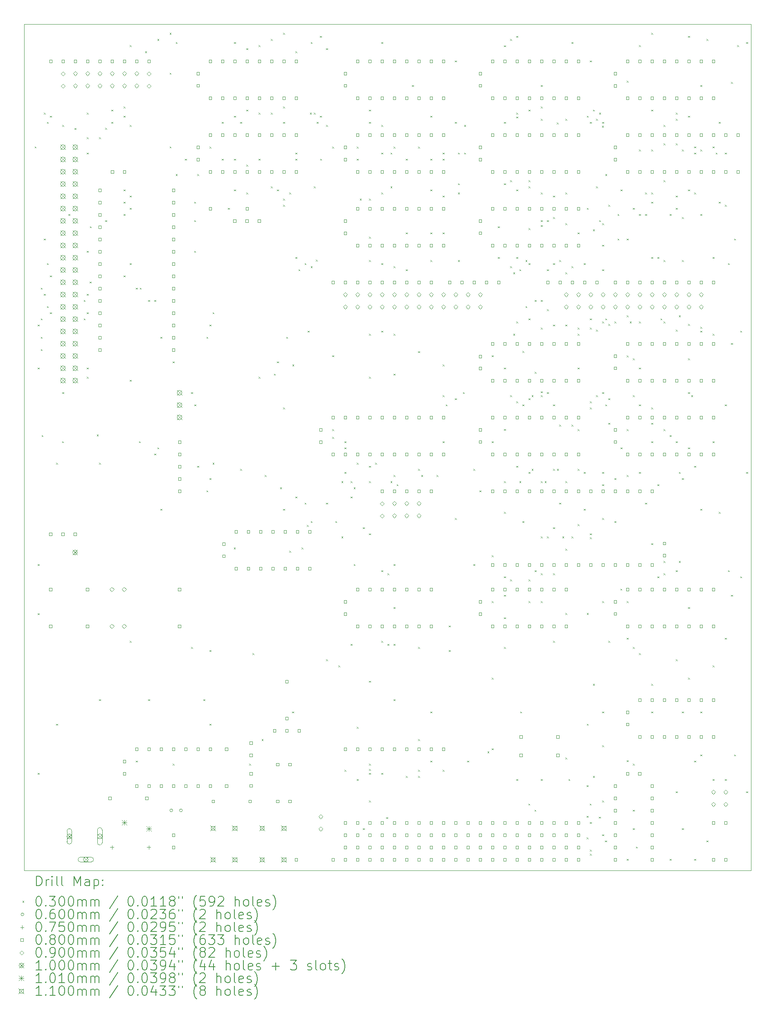
<source format=gbr>
%TF.GenerationSoftware,KiCad,Pcbnew,8.0.8*%
%TF.CreationDate,2025-03-09T10:49:42+09:00*%
%TF.ProjectId,HC4_KiCad,4843345f-4b69-4436-9164-2e6b69636164,1.2*%
%TF.SameCoordinates,Original*%
%TF.FileFunction,Drillmap*%
%TF.FilePolarity,Positive*%
%FSLAX45Y45*%
G04 Gerber Fmt 4.5, Leading zero omitted, Abs format (unit mm)*
G04 Created by KiCad (PCBNEW 8.0.8) date 2025-03-09 10:49:42*
%MOMM*%
%LPD*%
G01*
G04 APERTURE LIST*
%ADD10C,0.050000*%
%ADD11C,0.200000*%
%ADD12C,0.100000*%
%ADD13C,0.101000*%
%ADD14C,0.110000*%
G04 APERTURE END LIST*
D10*
X2500000Y-2286000D02*
X17544000Y-2286000D01*
X17544000Y-19786000D01*
X2500000Y-19786000D01*
X2500000Y-2286000D01*
D11*
D12*
X2719500Y-4811000D02*
X2749500Y-4841000D01*
X2749500Y-4811000D02*
X2719500Y-4841000D01*
X2783000Y-8494000D02*
X2813000Y-8524000D01*
X2813000Y-8494000D02*
X2783000Y-8524000D01*
X2783000Y-9383000D02*
X2813000Y-9413000D01*
X2813000Y-9383000D02*
X2783000Y-9413000D01*
X2783000Y-13447000D02*
X2813000Y-13477000D01*
X2813000Y-13447000D02*
X2783000Y-13477000D01*
X2783000Y-14463000D02*
X2813000Y-14493000D01*
X2813000Y-14463000D02*
X2783000Y-14493000D01*
X2783000Y-17765000D02*
X2813000Y-17795000D01*
X2813000Y-17765000D02*
X2783000Y-17795000D01*
X2846500Y-7732000D02*
X2876500Y-7762000D01*
X2876500Y-7732000D02*
X2846500Y-7762000D01*
X2846500Y-8367000D02*
X2876500Y-8397000D01*
X2876500Y-8367000D02*
X2846500Y-8397000D01*
X2846500Y-8748000D02*
X2876500Y-8778000D01*
X2876500Y-8748000D02*
X2846500Y-8778000D01*
X2846500Y-9002000D02*
X2876500Y-9032000D01*
X2876500Y-9002000D02*
X2846500Y-9032000D01*
X2866000Y-10780000D02*
X2896000Y-10810000D01*
X2896000Y-10780000D02*
X2866000Y-10810000D01*
X2910000Y-4112500D02*
X2940000Y-4142500D01*
X2940000Y-4112500D02*
X2910000Y-4142500D01*
X2910000Y-6716000D02*
X2940000Y-6746000D01*
X2940000Y-6716000D02*
X2910000Y-6746000D01*
X2910000Y-7859000D02*
X2940000Y-7889000D01*
X2940000Y-7859000D02*
X2910000Y-7889000D01*
X2973500Y-4303000D02*
X3003500Y-4333000D01*
X3003500Y-4303000D02*
X2973500Y-4333000D01*
X2973500Y-7224000D02*
X3003500Y-7254000D01*
X3003500Y-7224000D02*
X2973500Y-7254000D01*
X2973500Y-8113000D02*
X3003500Y-8143000D01*
X3003500Y-8113000D02*
X2973500Y-8143000D01*
X3037000Y-4176000D02*
X3067000Y-4206000D01*
X3067000Y-4176000D02*
X3037000Y-4206000D01*
X3037000Y-7478000D02*
X3067000Y-7508000D01*
X3067000Y-7478000D02*
X3037000Y-7508000D01*
X3037000Y-8240000D02*
X3067000Y-8270000D01*
X3067000Y-8240000D02*
X3037000Y-8270000D01*
X3164000Y-11351500D02*
X3194000Y-11381500D01*
X3194000Y-11351500D02*
X3164000Y-11381500D01*
X3164000Y-16749000D02*
X3194000Y-16779000D01*
X3194000Y-16749000D02*
X3164000Y-16779000D01*
X3287000Y-10907000D02*
X3317000Y-10937000D01*
X3317000Y-10907000D02*
X3287000Y-10937000D01*
X3291000Y-4366500D02*
X3321000Y-4396500D01*
X3321000Y-4366500D02*
X3291000Y-4396500D01*
X3291000Y-9891000D02*
X3321000Y-9921000D01*
X3321000Y-9891000D02*
X3291000Y-9921000D01*
X3418000Y-6208000D02*
X3448000Y-6238000D01*
X3448000Y-6208000D02*
X3418000Y-6238000D01*
X3545000Y-4430000D02*
X3575000Y-4460000D01*
X3575000Y-4430000D02*
X3545000Y-4460000D01*
X3735500Y-7986000D02*
X3765500Y-8016000D01*
X3765500Y-7986000D02*
X3735500Y-8016000D01*
X3735500Y-8367000D02*
X3765500Y-8397000D01*
X3765500Y-8367000D02*
X3735500Y-8397000D01*
X3799000Y-4112500D02*
X3829000Y-4142500D01*
X3829000Y-4112500D02*
X3799000Y-4142500D01*
X3799000Y-4620500D02*
X3829000Y-4650500D01*
X3829000Y-4620500D02*
X3799000Y-4650500D01*
X3799000Y-4938000D02*
X3829000Y-4968000D01*
X3829000Y-4938000D02*
X3799000Y-4968000D01*
X3799000Y-6970000D02*
X3829000Y-7000000D01*
X3829000Y-6970000D02*
X3799000Y-7000000D01*
X3799000Y-7859000D02*
X3829000Y-7889000D01*
X3829000Y-7859000D02*
X3799000Y-7889000D01*
X3799000Y-8240000D02*
X3829000Y-8270000D01*
X3829000Y-8240000D02*
X3799000Y-8270000D01*
X3799000Y-9383000D02*
X3829000Y-9413000D01*
X3829000Y-9383000D02*
X3799000Y-9413000D01*
X3799000Y-9573500D02*
X3829000Y-9603500D01*
X3829000Y-9573500D02*
X3799000Y-9603500D01*
X3859000Y-7605000D02*
X3889000Y-7635000D01*
X3889000Y-7605000D02*
X3859000Y-7635000D01*
X3862500Y-6462000D02*
X3892500Y-6492000D01*
X3892500Y-6462000D02*
X3862500Y-6492000D01*
X4009000Y-10767000D02*
X4039000Y-10797000D01*
X4039000Y-10767000D02*
X4009000Y-10797000D01*
X4053000Y-4620500D02*
X4083000Y-4650500D01*
X4083000Y-4620500D02*
X4053000Y-4650500D01*
X4053000Y-11351500D02*
X4083000Y-11381500D01*
X4083000Y-11351500D02*
X4053000Y-11381500D01*
X4053000Y-16241000D02*
X4083000Y-16271000D01*
X4083000Y-16241000D02*
X4053000Y-16271000D01*
X4180000Y-4426500D02*
X4210000Y-4456500D01*
X4210000Y-4426500D02*
X4180000Y-4456500D01*
X4181000Y-6335000D02*
X4211000Y-6365000D01*
X4211000Y-6335000D02*
X4181000Y-6365000D01*
X4307000Y-4049000D02*
X4337000Y-4079000D01*
X4337000Y-4049000D02*
X4307000Y-4079000D01*
X4307000Y-4303000D02*
X4337000Y-4333000D01*
X4337000Y-4303000D02*
X4307000Y-4333000D01*
X4561000Y-3985500D02*
X4591000Y-4015500D01*
X4591000Y-3985500D02*
X4561000Y-4015500D01*
X4561000Y-4176000D02*
X4591000Y-4206000D01*
X4591000Y-4176000D02*
X4561000Y-4206000D01*
X4561000Y-5700000D02*
X4591000Y-5730000D01*
X4591000Y-5700000D02*
X4561000Y-5730000D01*
X4561000Y-5954000D02*
X4591000Y-5984000D01*
X4591000Y-5954000D02*
X4561000Y-5984000D01*
X4561000Y-6208000D02*
X4591000Y-6238000D01*
X4591000Y-6208000D02*
X4561000Y-6238000D01*
X4561000Y-7478000D02*
X4591000Y-7508000D01*
X4591000Y-7478000D02*
X4561000Y-7508000D01*
X4688000Y-2715500D02*
X4718000Y-2745500D01*
X4718000Y-2715500D02*
X4688000Y-2745500D01*
X4688000Y-4366500D02*
X4718000Y-4396500D01*
X4718000Y-4366500D02*
X4688000Y-4396500D01*
X4688000Y-5827000D02*
X4718000Y-5857000D01*
X4718000Y-5827000D02*
X4688000Y-5857000D01*
X4688000Y-6081000D02*
X4718000Y-6111000D01*
X4718000Y-6081000D02*
X4688000Y-6111000D01*
X4688000Y-7224000D02*
X4718000Y-7254000D01*
X4718000Y-7224000D02*
X4688000Y-7254000D01*
X4688000Y-9637000D02*
X4718000Y-9667000D01*
X4718000Y-9637000D02*
X4688000Y-9667000D01*
X4688000Y-15034500D02*
X4718000Y-15064500D01*
X4718000Y-15034500D02*
X4688000Y-15064500D01*
X4815000Y-7732000D02*
X4845000Y-7762000D01*
X4845000Y-7732000D02*
X4815000Y-7762000D01*
X4815000Y-17511000D02*
X4845000Y-17541000D01*
X4845000Y-17511000D02*
X4815000Y-17541000D01*
X4878500Y-10907000D02*
X4908500Y-10937000D01*
X4908500Y-10907000D02*
X4878500Y-10937000D01*
X4895000Y-7732000D02*
X4925000Y-7762000D01*
X4925000Y-7732000D02*
X4895000Y-7762000D01*
X5005500Y-2842500D02*
X5035500Y-2872500D01*
X5035500Y-2842500D02*
X5005500Y-2872500D01*
X5069000Y-7986000D02*
X5099000Y-8016000D01*
X5099000Y-7986000D02*
X5069000Y-8016000D01*
X5069000Y-16241000D02*
X5099000Y-16271000D01*
X5099000Y-16241000D02*
X5069000Y-16271000D01*
X5196000Y-7986000D02*
X5226000Y-8016000D01*
X5226000Y-7986000D02*
X5196000Y-8016000D01*
X5196000Y-11161000D02*
X5226000Y-11191000D01*
X5226000Y-11161000D02*
X5196000Y-11191000D01*
X5259500Y-2588500D02*
X5289500Y-2618500D01*
X5289500Y-2588500D02*
X5259500Y-2618500D01*
X5259500Y-11034000D02*
X5289500Y-11064000D01*
X5289500Y-11034000D02*
X5259500Y-11064000D01*
X5323000Y-8748000D02*
X5353000Y-8778000D01*
X5353000Y-8748000D02*
X5323000Y-8778000D01*
X5323000Y-12304000D02*
X5353000Y-12334000D01*
X5353000Y-12304000D02*
X5323000Y-12334000D01*
X5513500Y-2461500D02*
X5543500Y-2491500D01*
X5543500Y-2461500D02*
X5513500Y-2491500D01*
X5513500Y-3287000D02*
X5543500Y-3317000D01*
X5543500Y-3287000D02*
X5513500Y-3317000D01*
X5513500Y-4811000D02*
X5543500Y-4841000D01*
X5543500Y-4811000D02*
X5513500Y-4841000D01*
X5577000Y-9256000D02*
X5607000Y-9286000D01*
X5607000Y-9256000D02*
X5577000Y-9286000D01*
X5577000Y-17574500D02*
X5607000Y-17604500D01*
X5607000Y-17574500D02*
X5577000Y-17604500D01*
X5640500Y-2652000D02*
X5670500Y-2682000D01*
X5670500Y-2652000D02*
X5640500Y-2682000D01*
X5640500Y-5382500D02*
X5670500Y-5412500D01*
X5670500Y-5382500D02*
X5640500Y-5412500D01*
X5831000Y-5065000D02*
X5861000Y-5095000D01*
X5861000Y-5065000D02*
X5831000Y-5095000D01*
X5958000Y-9891000D02*
X5988000Y-9921000D01*
X5988000Y-9891000D02*
X5958000Y-9921000D01*
X5958000Y-15161500D02*
X5988000Y-15191500D01*
X5988000Y-15161500D02*
X5958000Y-15191500D01*
X6021500Y-5954000D02*
X6051500Y-5984000D01*
X6051500Y-5954000D02*
X6021500Y-5984000D01*
X6021500Y-6335000D02*
X6051500Y-6365000D01*
X6051500Y-6335000D02*
X6021500Y-6365000D01*
X6021500Y-6970000D02*
X6051500Y-7000000D01*
X6051500Y-6970000D02*
X6021500Y-7000000D01*
X6025000Y-10145000D02*
X6055000Y-10175000D01*
X6055000Y-10145000D02*
X6025000Y-10175000D01*
X6085000Y-5382500D02*
X6115000Y-5412500D01*
X6115000Y-5382500D02*
X6085000Y-5412500D01*
X6085000Y-11415000D02*
X6115000Y-11445000D01*
X6115000Y-11415000D02*
X6085000Y-11445000D01*
X6212000Y-16241000D02*
X6242000Y-16271000D01*
X6242000Y-16241000D02*
X6212000Y-16271000D01*
X6275500Y-8748000D02*
X6305500Y-8778000D01*
X6305500Y-8748000D02*
X6275500Y-8778000D01*
X6275500Y-11923000D02*
X6305500Y-11953000D01*
X6305500Y-11923000D02*
X6275500Y-11953000D01*
X6339000Y-4815000D02*
X6369000Y-4845000D01*
X6369000Y-4815000D02*
X6339000Y-4845000D01*
X6339000Y-8494000D02*
X6369000Y-8524000D01*
X6369000Y-8494000D02*
X6339000Y-8524000D01*
X6339000Y-11669000D02*
X6369000Y-11699000D01*
X6369000Y-11669000D02*
X6339000Y-11699000D01*
X6339000Y-15225000D02*
X6369000Y-15255000D01*
X6369000Y-15225000D02*
X6339000Y-15255000D01*
X6339000Y-16749000D02*
X6369000Y-16779000D01*
X6369000Y-16749000D02*
X6339000Y-16779000D01*
X6402500Y-8240000D02*
X6432500Y-8270000D01*
X6432500Y-8240000D02*
X6402500Y-8270000D01*
X6402500Y-11351500D02*
X6432500Y-11381500D01*
X6432500Y-11351500D02*
X6402500Y-11381500D01*
X6593000Y-4303000D02*
X6623000Y-4333000D01*
X6623000Y-4303000D02*
X6593000Y-4333000D01*
X6593000Y-5065000D02*
X6623000Y-5095000D01*
X6623000Y-5065000D02*
X6593000Y-5095000D01*
X6720000Y-6081000D02*
X6750000Y-6111000D01*
X6750000Y-6081000D02*
X6720000Y-6111000D01*
X6843939Y-13105200D02*
X6873939Y-13135200D01*
X6873939Y-13105200D02*
X6843939Y-13135200D01*
X6847000Y-2652000D02*
X6877000Y-2682000D01*
X6877000Y-2652000D02*
X6847000Y-2682000D01*
X6847000Y-4176000D02*
X6877000Y-4206000D01*
X6877000Y-4176000D02*
X6847000Y-4206000D01*
X6847000Y-5065000D02*
X6877000Y-5095000D01*
X6877000Y-5065000D02*
X6847000Y-5095000D01*
X6847000Y-5700000D02*
X6877000Y-5730000D01*
X6877000Y-5700000D02*
X6847000Y-5730000D01*
X6974000Y-4303000D02*
X7004000Y-4333000D01*
X7004000Y-4303000D02*
X6974000Y-4333000D01*
X6974000Y-11478500D02*
X7004000Y-11508500D01*
X7004000Y-11478500D02*
X6974000Y-11508500D01*
X7101000Y-2779000D02*
X7131000Y-2809000D01*
X7131000Y-2779000D02*
X7101000Y-2809000D01*
X7101000Y-4049000D02*
X7131000Y-4079000D01*
X7131000Y-4049000D02*
X7101000Y-4079000D01*
X7101000Y-5189000D02*
X7131000Y-5219000D01*
X7131000Y-5189000D02*
X7101000Y-5219000D01*
X7101000Y-5763500D02*
X7131000Y-5793500D01*
X7131000Y-5763500D02*
X7101000Y-5793500D01*
X7160500Y-17574500D02*
X7190500Y-17604500D01*
X7190500Y-17574500D02*
X7160500Y-17604500D01*
X7228000Y-15288500D02*
X7258000Y-15318500D01*
X7258000Y-15288500D02*
X7228000Y-15318500D01*
X7355000Y-2715500D02*
X7385000Y-2745500D01*
X7385000Y-2715500D02*
X7355000Y-2745500D01*
X7355000Y-4112500D02*
X7385000Y-4142500D01*
X7385000Y-4112500D02*
X7355000Y-4142500D01*
X7355000Y-5065000D02*
X7385000Y-5095000D01*
X7385000Y-5065000D02*
X7355000Y-5095000D01*
X7355000Y-9573500D02*
X7385000Y-9603500D01*
X7385000Y-9573500D02*
X7355000Y-9603500D01*
X7418500Y-17066500D02*
X7448500Y-17096500D01*
X7448500Y-17066500D02*
X7418500Y-17096500D01*
X7482000Y-11605500D02*
X7512000Y-11635500D01*
X7512000Y-11605500D02*
X7482000Y-11635500D01*
X7609000Y-2588500D02*
X7639000Y-2618500D01*
X7639000Y-2588500D02*
X7609000Y-2618500D01*
X7609000Y-4112500D02*
X7639000Y-4142500D01*
X7639000Y-4112500D02*
X7609000Y-4142500D01*
X7609000Y-5636500D02*
X7639000Y-5666500D01*
X7639000Y-5636500D02*
X7609000Y-5666500D01*
X7672500Y-9510000D02*
X7702500Y-9540000D01*
X7702500Y-9510000D02*
X7672500Y-9540000D01*
X7736000Y-5700000D02*
X7766000Y-5730000D01*
X7766000Y-5700000D02*
X7736000Y-5730000D01*
X7736000Y-9256000D02*
X7766000Y-9286000D01*
X7766000Y-9256000D02*
X7736000Y-9286000D01*
X7799500Y-11859500D02*
X7829500Y-11889500D01*
X7829500Y-11859500D02*
X7799500Y-11889500D01*
X7863000Y-2461500D02*
X7893000Y-2491500D01*
X7893000Y-2461500D02*
X7863000Y-2491500D01*
X7863000Y-3985500D02*
X7893000Y-4015500D01*
X7893000Y-3985500D02*
X7863000Y-4015500D01*
X7863000Y-4303000D02*
X7893000Y-4333000D01*
X7893000Y-4303000D02*
X7863000Y-4333000D01*
X7863000Y-5890500D02*
X7893000Y-5920500D01*
X7893000Y-5890500D02*
X7863000Y-5920500D01*
X7863000Y-6017500D02*
X7893000Y-6047500D01*
X7893000Y-6017500D02*
X7863000Y-6047500D01*
X7863000Y-10208500D02*
X7893000Y-10238500D01*
X7893000Y-10208500D02*
X7863000Y-10238500D01*
X7863000Y-12304000D02*
X7893000Y-12334000D01*
X7893000Y-12304000D02*
X7863000Y-12334000D01*
X7926500Y-8748000D02*
X7956500Y-8778000D01*
X7956500Y-8748000D02*
X7926500Y-8778000D01*
X7990000Y-5763500D02*
X8020000Y-5793500D01*
X8020000Y-5763500D02*
X7990000Y-5793500D01*
X7990000Y-13175200D02*
X8020000Y-13205200D01*
X8020000Y-13175200D02*
X7990000Y-13205200D01*
X8049500Y-16495000D02*
X8079500Y-16525000D01*
X8079500Y-16495000D02*
X8049500Y-16525000D01*
X8053500Y-9319500D02*
X8083500Y-9349500D01*
X8083500Y-9319500D02*
X8053500Y-9349500D01*
X8117000Y-2842500D02*
X8147000Y-2872500D01*
X8147000Y-2842500D02*
X8117000Y-2872500D01*
X8117000Y-4938000D02*
X8147000Y-4968000D01*
X8147000Y-4938000D02*
X8117000Y-4968000D01*
X8117000Y-5065000D02*
X8147000Y-5095000D01*
X8147000Y-5065000D02*
X8117000Y-5095000D01*
X8117000Y-7097000D02*
X8147000Y-7127000D01*
X8147000Y-7097000D02*
X8117000Y-7127000D01*
X8117000Y-12050000D02*
X8147000Y-12080000D01*
X8147000Y-12050000D02*
X8117000Y-12080000D01*
X8180500Y-7351000D02*
X8210500Y-7381000D01*
X8210500Y-7351000D02*
X8180500Y-7381000D01*
X8244000Y-13105200D02*
X8274000Y-13135200D01*
X8274000Y-13105200D02*
X8244000Y-13135200D01*
X8307500Y-7224000D02*
X8337500Y-7254000D01*
X8337500Y-7224000D02*
X8307500Y-7254000D01*
X8307500Y-12177000D02*
X8337500Y-12207000D01*
X8337500Y-12177000D02*
X8307500Y-12207000D01*
X8355290Y-12637871D02*
X8385290Y-12667871D01*
X8385290Y-12637871D02*
X8355290Y-12667871D01*
X8371000Y-8621000D02*
X8401000Y-8651000D01*
X8401000Y-8621000D02*
X8371000Y-8651000D01*
X8418000Y-4112500D02*
X8448000Y-4142500D01*
X8448000Y-4112500D02*
X8418000Y-4142500D01*
X8434500Y-2652000D02*
X8464500Y-2682000D01*
X8464500Y-2652000D02*
X8434500Y-2682000D01*
X8434500Y-7287500D02*
X8464500Y-7317500D01*
X8464500Y-7287500D02*
X8434500Y-7317500D01*
X8434500Y-12558000D02*
X8464500Y-12588000D01*
X8464500Y-12558000D02*
X8434500Y-12588000D01*
X8498000Y-4112500D02*
X8528000Y-4142500D01*
X8528000Y-4112500D02*
X8498000Y-4142500D01*
X8498000Y-5636500D02*
X8528000Y-5666500D01*
X8528000Y-5636500D02*
X8498000Y-5666500D01*
X8541500Y-7154000D02*
X8571500Y-7184000D01*
X8571500Y-7154000D02*
X8541500Y-7184000D01*
X8558000Y-4303000D02*
X8588000Y-4333000D01*
X8588000Y-4303000D02*
X8558000Y-4333000D01*
X8625000Y-2525000D02*
X8655000Y-2555000D01*
X8655000Y-2525000D02*
X8625000Y-2555000D01*
X8625000Y-4176000D02*
X8655000Y-4206000D01*
X8655000Y-4176000D02*
X8625000Y-4206000D01*
X8628000Y-5065000D02*
X8658000Y-5095000D01*
X8658000Y-5065000D02*
X8628000Y-5095000D01*
X8752000Y-2779000D02*
X8782000Y-2809000D01*
X8782000Y-2779000D02*
X8752000Y-2809000D01*
X8752000Y-4366500D02*
X8782000Y-4396500D01*
X8782000Y-4366500D02*
X8752000Y-4396500D01*
X8752000Y-12177000D02*
X8782000Y-12207000D01*
X8782000Y-12177000D02*
X8752000Y-12207000D01*
X8752000Y-15415500D02*
X8782000Y-15445500D01*
X8782000Y-15415500D02*
X8752000Y-15445500D01*
X8879000Y-4815000D02*
X8909000Y-4845000D01*
X8909000Y-4815000D02*
X8879000Y-4845000D01*
X8879000Y-9129000D02*
X8909000Y-9159000D01*
X8909000Y-9129000D02*
X8879000Y-9159000D01*
X8879000Y-10657000D02*
X8909000Y-10687000D01*
X8909000Y-10657000D02*
X8879000Y-10687000D01*
X8879000Y-10817000D02*
X8909000Y-10847000D01*
X8909000Y-10817000D02*
X8879000Y-10847000D01*
X8942500Y-12558000D02*
X8972500Y-12588000D01*
X8972500Y-12558000D02*
X8942500Y-12588000D01*
X9006000Y-15542500D02*
X9036000Y-15572500D01*
X9036000Y-15542500D02*
X9006000Y-15572500D01*
X9069500Y-11732500D02*
X9099500Y-11762500D01*
X9099500Y-11732500D02*
X9069500Y-11762500D01*
X9069500Y-12875500D02*
X9099500Y-12905500D01*
X9099500Y-12875500D02*
X9069500Y-12905500D01*
X9133000Y-10907000D02*
X9163000Y-10937000D01*
X9163000Y-10907000D02*
X9133000Y-10937000D01*
X9133000Y-11034000D02*
X9163000Y-11064000D01*
X9163000Y-11034000D02*
X9133000Y-11064000D01*
X9133000Y-11542000D02*
X9163000Y-11572000D01*
X9163000Y-11542000D02*
X9133000Y-11572000D01*
X9133000Y-17701500D02*
X9163000Y-17731500D01*
X9163000Y-17701500D02*
X9133000Y-17731500D01*
X9260000Y-11732500D02*
X9290000Y-11762500D01*
X9290000Y-11732500D02*
X9260000Y-11762500D01*
X9260000Y-12050000D02*
X9290000Y-12080000D01*
X9290000Y-12050000D02*
X9260000Y-12080000D01*
X9260000Y-15098000D02*
X9290000Y-15128000D01*
X9290000Y-15098000D02*
X9260000Y-15128000D01*
X9323500Y-11859500D02*
X9353500Y-11889500D01*
X9353500Y-11859500D02*
X9323500Y-11889500D01*
X9323500Y-13447000D02*
X9353500Y-13477000D01*
X9353500Y-13447000D02*
X9323500Y-13477000D01*
X9387000Y-4815000D02*
X9417000Y-4845000D01*
X9417000Y-4815000D02*
X9387000Y-4845000D01*
X9387000Y-5065000D02*
X9417000Y-5095000D01*
X9417000Y-5065000D02*
X9387000Y-5095000D01*
X9387000Y-11351500D02*
X9417000Y-11381500D01*
X9417000Y-11351500D02*
X9387000Y-11381500D01*
X9387000Y-16812500D02*
X9417000Y-16842500D01*
X9417000Y-16812500D02*
X9387000Y-16842500D01*
X9387000Y-17892000D02*
X9417000Y-17922000D01*
X9417000Y-17892000D02*
X9387000Y-17922000D01*
X9450500Y-5890500D02*
X9480500Y-5920500D01*
X9480500Y-5890500D02*
X9450500Y-5920500D01*
X9514000Y-12685000D02*
X9544000Y-12715000D01*
X9544000Y-12685000D02*
X9514000Y-12715000D01*
X9514000Y-18908000D02*
X9544000Y-18938000D01*
X9544000Y-18908000D02*
X9514000Y-18938000D01*
X9641000Y-4049000D02*
X9671000Y-4079000D01*
X9671000Y-4049000D02*
X9641000Y-4079000D01*
X9641000Y-4303000D02*
X9671000Y-4333000D01*
X9671000Y-4303000D02*
X9641000Y-4333000D01*
X9641000Y-5890500D02*
X9671000Y-5920500D01*
X9671000Y-5890500D02*
X9641000Y-5920500D01*
X9641000Y-6679000D02*
X9671000Y-6709000D01*
X9671000Y-6679000D02*
X9641000Y-6709000D01*
X9641000Y-7160500D02*
X9671000Y-7190500D01*
X9671000Y-7160500D02*
X9641000Y-7190500D01*
X9641000Y-8684500D02*
X9671000Y-8714500D01*
X9671000Y-8684500D02*
X9641000Y-8714500D01*
X9641000Y-9573500D02*
X9671000Y-9603500D01*
X9671000Y-9573500D02*
X9641000Y-9603500D01*
X9641000Y-11415000D02*
X9671000Y-11445000D01*
X9671000Y-11415000D02*
X9641000Y-11445000D01*
X9641000Y-11732500D02*
X9671000Y-11762500D01*
X9671000Y-11732500D02*
X9641000Y-11762500D01*
X9641000Y-12812000D02*
X9671000Y-12842000D01*
X9671000Y-12812000D02*
X9641000Y-12842000D01*
X9641000Y-15860000D02*
X9671000Y-15890000D01*
X9671000Y-15860000D02*
X9641000Y-15890000D01*
X9641000Y-17574500D02*
X9671000Y-17604500D01*
X9671000Y-17574500D02*
X9641000Y-17604500D01*
X9641000Y-17685000D02*
X9671000Y-17715000D01*
X9671000Y-17685000D02*
X9641000Y-17715000D01*
X9641000Y-17765000D02*
X9671000Y-17795000D01*
X9671000Y-17765000D02*
X9641000Y-17795000D01*
X9641000Y-18336500D02*
X9671000Y-18366500D01*
X9671000Y-18336500D02*
X9641000Y-18366500D01*
X9768000Y-11351500D02*
X9798000Y-11381500D01*
X9798000Y-11351500D02*
X9768000Y-11381500D01*
X9895000Y-2652000D02*
X9925000Y-2682000D01*
X9925000Y-2652000D02*
X9895000Y-2682000D01*
X9895000Y-4366500D02*
X9925000Y-4396500D01*
X9925000Y-4366500D02*
X9895000Y-4396500D01*
X9895000Y-4938000D02*
X9925000Y-4968000D01*
X9925000Y-4938000D02*
X9895000Y-4968000D01*
X9895000Y-5763500D02*
X9925000Y-5793500D01*
X9925000Y-5763500D02*
X9895000Y-5793500D01*
X9895000Y-7224000D02*
X9925000Y-7254000D01*
X9925000Y-7224000D02*
X9895000Y-7254000D01*
X9895000Y-8621000D02*
X9925000Y-8651000D01*
X9925000Y-8621000D02*
X9895000Y-8651000D01*
X9895000Y-13574000D02*
X9925000Y-13604000D01*
X9925000Y-13574000D02*
X9895000Y-13604000D01*
X9895000Y-15034500D02*
X9925000Y-15064500D01*
X9925000Y-15034500D02*
X9895000Y-15064500D01*
X9895000Y-17765000D02*
X9925000Y-17795000D01*
X9925000Y-17765000D02*
X9895000Y-17795000D01*
X9995000Y-18681000D02*
X10025000Y-18711000D01*
X10025000Y-18681000D02*
X9995000Y-18711000D01*
X10022000Y-13637500D02*
X10052000Y-13667500D01*
X10052000Y-13637500D02*
X10022000Y-13667500D01*
X10022000Y-15098000D02*
X10052000Y-15128000D01*
X10052000Y-15098000D02*
X10022000Y-15128000D01*
X10085500Y-4938000D02*
X10115500Y-4968000D01*
X10115500Y-4938000D02*
X10085500Y-4968000D01*
X10085500Y-5636500D02*
X10115500Y-5666500D01*
X10115500Y-5636500D02*
X10085500Y-5666500D01*
X10085500Y-11732500D02*
X10115500Y-11762500D01*
X10115500Y-11732500D02*
X10085500Y-11762500D01*
X10149000Y-4815000D02*
X10179000Y-4845000D01*
X10179000Y-4815000D02*
X10149000Y-4845000D01*
X10149000Y-7287500D02*
X10179000Y-7317500D01*
X10179000Y-7287500D02*
X10149000Y-7317500D01*
X10149000Y-8684500D02*
X10179000Y-8714500D01*
X10179000Y-8684500D02*
X10149000Y-8714500D01*
X10149000Y-9510000D02*
X10179000Y-9540000D01*
X10179000Y-9510000D02*
X10149000Y-9540000D01*
X10149000Y-11605500D02*
X10179000Y-11635500D01*
X10179000Y-11605500D02*
X10149000Y-11635500D01*
X10149000Y-13447000D02*
X10179000Y-13477000D01*
X10179000Y-13447000D02*
X10149000Y-13477000D01*
X10149000Y-14336000D02*
X10179000Y-14366000D01*
X10179000Y-14336000D02*
X10149000Y-14366000D01*
X10149000Y-15098000D02*
X10179000Y-15128000D01*
X10179000Y-15098000D02*
X10149000Y-15128000D01*
X10149000Y-16241000D02*
X10179000Y-16271000D01*
X10179000Y-16241000D02*
X10149000Y-16271000D01*
X10212500Y-11796000D02*
X10242500Y-11826000D01*
X10242500Y-11796000D02*
X10212500Y-11826000D01*
X10403000Y-5065000D02*
X10433000Y-5095000D01*
X10433000Y-5065000D02*
X10403000Y-5095000D01*
X10403000Y-6589000D02*
X10433000Y-6619000D01*
X10433000Y-6589000D02*
X10403000Y-6619000D01*
X10403000Y-7351000D02*
X10433000Y-7381000D01*
X10433000Y-7351000D02*
X10403000Y-7381000D01*
X10403000Y-17828500D02*
X10433000Y-17858500D01*
X10433000Y-17828500D02*
X10403000Y-17858500D01*
X10530000Y-3541000D02*
X10560000Y-3571000D01*
X10560000Y-3541000D02*
X10530000Y-3571000D01*
X10657000Y-4815000D02*
X10687000Y-4845000D01*
X10687000Y-4815000D02*
X10657000Y-4845000D01*
X10657000Y-9047000D02*
X10687000Y-9077000D01*
X10687000Y-9047000D02*
X10657000Y-9077000D01*
X10657000Y-11478500D02*
X10687000Y-11508500D01*
X10687000Y-11478500D02*
X10657000Y-11508500D01*
X10657000Y-15161500D02*
X10687000Y-15191500D01*
X10687000Y-15161500D02*
X10657000Y-15191500D01*
X10657000Y-17066500D02*
X10687000Y-17096500D01*
X10687000Y-17066500D02*
X10657000Y-17096500D01*
X10657000Y-17701500D02*
X10687000Y-17731500D01*
X10687000Y-17701500D02*
X10657000Y-17731500D01*
X10657000Y-17828500D02*
X10687000Y-17858500D01*
X10687000Y-17828500D02*
X10657000Y-17858500D01*
X10720500Y-11605500D02*
X10750500Y-11635500D01*
X10750500Y-11605500D02*
X10720500Y-11635500D01*
X10911000Y-4176000D02*
X10941000Y-4206000D01*
X10941000Y-4176000D02*
X10911000Y-4206000D01*
X10911000Y-5065000D02*
X10941000Y-5095000D01*
X10941000Y-5065000D02*
X10911000Y-5095000D01*
X10911000Y-5700000D02*
X10941000Y-5730000D01*
X10941000Y-5700000D02*
X10911000Y-5730000D01*
X10911000Y-6589000D02*
X10941000Y-6619000D01*
X10941000Y-6589000D02*
X10911000Y-6619000D01*
X10911000Y-7160500D02*
X10941000Y-7190500D01*
X10941000Y-7160500D02*
X10911000Y-7190500D01*
X10911000Y-16495000D02*
X10941000Y-16525000D01*
X10941000Y-16495000D02*
X10911000Y-16525000D01*
X10911000Y-17511000D02*
X10941000Y-17541000D01*
X10941000Y-17511000D02*
X10911000Y-17541000D01*
X11038000Y-11605500D02*
X11068000Y-11635500D01*
X11068000Y-11605500D02*
X11038000Y-11635500D01*
X11165000Y-4938000D02*
X11195000Y-4968000D01*
X11195000Y-4938000D02*
X11165000Y-4968000D01*
X11165000Y-5065000D02*
X11195000Y-5095000D01*
X11195000Y-5065000D02*
X11165000Y-5095000D01*
X11165000Y-5827000D02*
X11195000Y-5857000D01*
X11195000Y-5827000D02*
X11165000Y-5857000D01*
X11165000Y-6589000D02*
X11195000Y-6619000D01*
X11195000Y-6589000D02*
X11165000Y-6619000D01*
X11165000Y-9319500D02*
X11195000Y-9349500D01*
X11195000Y-9319500D02*
X11165000Y-9349500D01*
X11165000Y-9954500D02*
X11195000Y-9984500D01*
X11195000Y-9954500D02*
X11165000Y-9984500D01*
X11165000Y-10907000D02*
X11195000Y-10937000D01*
X11195000Y-10907000D02*
X11165000Y-10937000D01*
X11165000Y-17701500D02*
X11195000Y-17731500D01*
X11195000Y-17701500D02*
X11165000Y-17731500D01*
X11228500Y-10145000D02*
X11258500Y-10175000D01*
X11258500Y-10145000D02*
X11228500Y-10175000D01*
X11292000Y-14717000D02*
X11322000Y-14747000D01*
X11322000Y-14717000D02*
X11292000Y-14747000D01*
X11292000Y-15225000D02*
X11322000Y-15255000D01*
X11322000Y-15225000D02*
X11292000Y-15255000D01*
X11419000Y-3033000D02*
X11449000Y-3063000D01*
X11449000Y-3033000D02*
X11419000Y-3063000D01*
X11419000Y-4303000D02*
X11449000Y-4333000D01*
X11449000Y-4303000D02*
X11419000Y-4333000D01*
X11419000Y-10018000D02*
X11449000Y-10048000D01*
X11449000Y-10018000D02*
X11419000Y-10048000D01*
X11419000Y-12494500D02*
X11449000Y-12524500D01*
X11449000Y-12494500D02*
X11419000Y-12524500D01*
X11482500Y-4938000D02*
X11512500Y-4968000D01*
X11512500Y-4938000D02*
X11482500Y-4968000D01*
X11482500Y-5573000D02*
X11512500Y-5603000D01*
X11512500Y-5573000D02*
X11482500Y-5603000D01*
X11482500Y-5763500D02*
X11512500Y-5793500D01*
X11512500Y-5763500D02*
X11482500Y-5793500D01*
X11482500Y-7160500D02*
X11512500Y-7190500D01*
X11512500Y-7160500D02*
X11482500Y-7190500D01*
X11583000Y-9891000D02*
X11613000Y-9921000D01*
X11613000Y-9891000D02*
X11583000Y-9921000D01*
X11609500Y-4366500D02*
X11639500Y-4396500D01*
X11639500Y-4366500D02*
X11609500Y-4396500D01*
X11609500Y-4938000D02*
X11639500Y-4968000D01*
X11639500Y-4938000D02*
X11609500Y-4968000D01*
X11673000Y-17511000D02*
X11703000Y-17541000D01*
X11703000Y-17511000D02*
X11673000Y-17541000D01*
X11800000Y-11478500D02*
X11830000Y-11508500D01*
X11830000Y-11478500D02*
X11800000Y-11508500D01*
X11800000Y-13447000D02*
X11830000Y-13477000D01*
X11830000Y-13447000D02*
X11800000Y-13477000D01*
X11927000Y-11923000D02*
X11957000Y-11953000D01*
X11957000Y-11923000D02*
X11927000Y-11953000D01*
X12094000Y-17320500D02*
X12124000Y-17350500D01*
X12124000Y-17320500D02*
X12094000Y-17350500D01*
X12181000Y-9129000D02*
X12211000Y-9159000D01*
X12211000Y-9129000D02*
X12181000Y-9159000D01*
X12181000Y-10907000D02*
X12211000Y-10937000D01*
X12211000Y-10907000D02*
X12181000Y-10937000D01*
X12181000Y-13265200D02*
X12211000Y-13295200D01*
X12211000Y-13265200D02*
X12181000Y-13295200D01*
X12181000Y-14213000D02*
X12211000Y-14243000D01*
X12211000Y-14213000D02*
X12181000Y-14243000D01*
X12181000Y-15796500D02*
X12211000Y-15826500D01*
X12211000Y-15796500D02*
X12181000Y-15826500D01*
X12181000Y-17257000D02*
X12211000Y-17287000D01*
X12211000Y-17257000D02*
X12181000Y-17287000D01*
X12308000Y-6462000D02*
X12338000Y-6492000D01*
X12338000Y-6462000D02*
X12308000Y-6492000D01*
X12308000Y-7097000D02*
X12338000Y-7127000D01*
X12338000Y-7097000D02*
X12308000Y-7127000D01*
X12435000Y-2719000D02*
X12465000Y-2749000D01*
X12465000Y-2719000D02*
X12435000Y-2749000D01*
X12435000Y-4303000D02*
X12465000Y-4333000D01*
X12465000Y-4303000D02*
X12435000Y-4333000D01*
X12435000Y-5573000D02*
X12465000Y-5603000D01*
X12465000Y-5573000D02*
X12435000Y-5603000D01*
X12435000Y-9383000D02*
X12465000Y-9413000D01*
X12465000Y-9383000D02*
X12435000Y-9413000D01*
X12435000Y-10653000D02*
X12465000Y-10683000D01*
X12465000Y-10653000D02*
X12435000Y-10683000D01*
X12435000Y-11732500D02*
X12465000Y-11762500D01*
X12465000Y-11732500D02*
X12435000Y-11762500D01*
X12435000Y-12367500D02*
X12465000Y-12397500D01*
X12465000Y-12367500D02*
X12435000Y-12397500D01*
X12435000Y-13701000D02*
X12465000Y-13731000D01*
X12465000Y-13701000D02*
X12435000Y-13731000D01*
X12435000Y-14082000D02*
X12465000Y-14112000D01*
X12465000Y-14082000D02*
X12435000Y-14112000D01*
X12435000Y-14549000D02*
X12465000Y-14579000D01*
X12465000Y-14549000D02*
X12435000Y-14579000D01*
X12435000Y-15161500D02*
X12465000Y-15191500D01*
X12465000Y-15161500D02*
X12435000Y-15191500D01*
X12562000Y-2588500D02*
X12592000Y-2618500D01*
X12592000Y-2588500D02*
X12562000Y-2618500D01*
X12562000Y-5509500D02*
X12592000Y-5539500D01*
X12592000Y-5509500D02*
X12562000Y-5539500D01*
X12562000Y-7287500D02*
X12592000Y-7317500D01*
X12592000Y-7287500D02*
X12562000Y-7317500D01*
X12562000Y-9954500D02*
X12592000Y-9984500D01*
X12592000Y-9954500D02*
X12562000Y-9984500D01*
X12562000Y-13764500D02*
X12592000Y-13794500D01*
X12592000Y-13764500D02*
X12562000Y-13794500D01*
X12625500Y-7414500D02*
X12655500Y-7444500D01*
X12655500Y-7414500D02*
X12625500Y-7444500D01*
X12625500Y-8684500D02*
X12655500Y-8714500D01*
X12655500Y-8684500D02*
X12625500Y-8714500D01*
X12689000Y-2525000D02*
X12719000Y-2555000D01*
X12719000Y-2525000D02*
X12689000Y-2555000D01*
X12689000Y-4112500D02*
X12719000Y-4142500D01*
X12719000Y-4112500D02*
X12689000Y-4142500D01*
X12689000Y-4192500D02*
X12719000Y-4222500D01*
X12719000Y-4192500D02*
X12689000Y-4222500D01*
X12689000Y-5700000D02*
X12719000Y-5730000D01*
X12719000Y-5700000D02*
X12689000Y-5730000D01*
X12689000Y-7097000D02*
X12719000Y-7127000D01*
X12719000Y-7097000D02*
X12689000Y-7127000D01*
X12689000Y-8430500D02*
X12719000Y-8460500D01*
X12719000Y-8430500D02*
X12689000Y-8460500D01*
X12689000Y-10081500D02*
X12719000Y-10111500D01*
X12719000Y-10081500D02*
X12689000Y-10111500D01*
X12689000Y-11415000D02*
X12719000Y-11445000D01*
X12719000Y-11415000D02*
X12689000Y-11445000D01*
X12689000Y-17892000D02*
X12719000Y-17922000D01*
X12719000Y-17892000D02*
X12689000Y-17922000D01*
X12752500Y-7351000D02*
X12782500Y-7381000D01*
X12782500Y-7351000D02*
X12752500Y-7381000D01*
X12752500Y-11732500D02*
X12782500Y-11762500D01*
X12782500Y-11732500D02*
X12752500Y-11762500D01*
X12772000Y-16495000D02*
X12802000Y-16525000D01*
X12802000Y-16495000D02*
X12772000Y-16525000D01*
X12816000Y-9043000D02*
X12846000Y-9073000D01*
X12846000Y-9043000D02*
X12816000Y-9073000D01*
X12816000Y-10145000D02*
X12846000Y-10175000D01*
X12846000Y-10145000D02*
X12816000Y-10175000D01*
X12816000Y-12558000D02*
X12846000Y-12588000D01*
X12846000Y-12558000D02*
X12816000Y-12588000D01*
X12879500Y-7160500D02*
X12909500Y-7190500D01*
X12909500Y-7160500D02*
X12879500Y-7190500D01*
X12879500Y-8113000D02*
X12909500Y-8143000D01*
X12909500Y-8113000D02*
X12879500Y-8143000D01*
X12939000Y-18400000D02*
X12969000Y-18430000D01*
X12969000Y-18400000D02*
X12939000Y-18430000D01*
X12943000Y-4049000D02*
X12973000Y-4079000D01*
X12973000Y-4049000D02*
X12943000Y-4079000D01*
X12943000Y-5509500D02*
X12973000Y-5539500D01*
X12973000Y-5509500D02*
X12943000Y-5539500D01*
X12943000Y-5636500D02*
X12973000Y-5666500D01*
X12973000Y-5636500D02*
X12943000Y-5666500D01*
X12943000Y-6499000D02*
X12973000Y-6529000D01*
X12973000Y-6499000D02*
X12943000Y-6529000D01*
X12943000Y-7224000D02*
X12973000Y-7254000D01*
X12973000Y-7224000D02*
X12943000Y-7254000D01*
X12943000Y-8367000D02*
X12973000Y-8397000D01*
X12973000Y-8367000D02*
X12943000Y-8397000D01*
X12943000Y-10018000D02*
X12973000Y-10048000D01*
X12973000Y-10018000D02*
X12943000Y-10048000D01*
X12943000Y-11542000D02*
X12973000Y-11572000D01*
X12973000Y-11542000D02*
X12943000Y-11572000D01*
X12943000Y-13764500D02*
X12973000Y-13794500D01*
X12973000Y-13764500D02*
X12943000Y-13794500D01*
X12943000Y-14213000D02*
X12973000Y-14243000D01*
X12973000Y-14213000D02*
X12943000Y-14243000D01*
X13006500Y-9954500D02*
X13036500Y-9984500D01*
X13036500Y-9954500D02*
X13006500Y-9984500D01*
X13006500Y-11478500D02*
X13036500Y-11508500D01*
X13036500Y-11478500D02*
X13006500Y-11508500D01*
X13066000Y-18527000D02*
X13096000Y-18557000D01*
X13096000Y-18527000D02*
X13066000Y-18557000D01*
X13070000Y-7986000D02*
X13100000Y-8016000D01*
X13100000Y-7986000D02*
X13070000Y-8016000D01*
X13070000Y-9473000D02*
X13100000Y-9503000D01*
X13100000Y-9473000D02*
X13070000Y-9503000D01*
X13070000Y-13574000D02*
X13100000Y-13604000D01*
X13100000Y-13574000D02*
X13070000Y-13604000D01*
X13197000Y-3541000D02*
X13227000Y-3571000D01*
X13227000Y-3541000D02*
X13197000Y-3571000D01*
X13197000Y-3985500D02*
X13227000Y-4015500D01*
X13227000Y-3985500D02*
X13197000Y-4015500D01*
X13197000Y-4239500D02*
X13227000Y-4269500D01*
X13227000Y-4239500D02*
X13197000Y-4269500D01*
X13197000Y-5763500D02*
X13227000Y-5793500D01*
X13227000Y-5763500D02*
X13197000Y-5793500D01*
X13197000Y-6335000D02*
X13227000Y-6365000D01*
X13227000Y-6335000D02*
X13197000Y-6365000D01*
X13197000Y-6439000D02*
X13227000Y-6469000D01*
X13227000Y-6439000D02*
X13197000Y-6469000D01*
X13197000Y-7986000D02*
X13227000Y-8016000D01*
X13227000Y-7986000D02*
X13197000Y-8016000D01*
X13197000Y-8557500D02*
X13227000Y-8587500D01*
X13227000Y-8557500D02*
X13197000Y-8587500D01*
X13197000Y-9874500D02*
X13227000Y-9904500D01*
X13227000Y-9874500D02*
X13197000Y-9904500D01*
X13197000Y-9954500D02*
X13227000Y-9984500D01*
X13227000Y-9954500D02*
X13197000Y-9984500D01*
X13197000Y-11732500D02*
X13227000Y-11762500D01*
X13227000Y-11732500D02*
X13197000Y-11762500D01*
X13197000Y-12875500D02*
X13227000Y-12905500D01*
X13227000Y-12875500D02*
X13197000Y-12905500D01*
X13197000Y-13637500D02*
X13227000Y-13667500D01*
X13227000Y-13637500D02*
X13197000Y-13667500D01*
X13197000Y-14213000D02*
X13227000Y-14243000D01*
X13227000Y-14213000D02*
X13197000Y-14243000D01*
X13197000Y-17892000D02*
X13227000Y-17922000D01*
X13227000Y-17892000D02*
X13197000Y-17922000D01*
X13277000Y-11732500D02*
X13307000Y-11762500D01*
X13307000Y-11732500D02*
X13277000Y-11762500D01*
X13324000Y-6335000D02*
X13354000Y-6365000D01*
X13354000Y-6335000D02*
X13324000Y-6365000D01*
X13324000Y-7351000D02*
X13354000Y-7381000D01*
X13354000Y-7351000D02*
X13324000Y-7381000D01*
X13324000Y-8176500D02*
X13354000Y-8206500D01*
X13354000Y-8176500D02*
X13324000Y-8206500D01*
X13324000Y-9891000D02*
X13354000Y-9921000D01*
X13354000Y-9891000D02*
X13324000Y-9921000D01*
X13324000Y-12875500D02*
X13354000Y-12905500D01*
X13354000Y-12875500D02*
X13324000Y-12905500D01*
X13451000Y-5827000D02*
X13481000Y-5857000D01*
X13481000Y-5827000D02*
X13451000Y-5857000D01*
X13451000Y-6271500D02*
X13481000Y-6301500D01*
X13481000Y-6271500D02*
X13451000Y-6301500D01*
X13451000Y-7224000D02*
X13481000Y-7254000D01*
X13481000Y-7224000D02*
X13451000Y-7254000D01*
X13451000Y-8494000D02*
X13481000Y-8524000D01*
X13481000Y-8494000D02*
X13451000Y-8524000D01*
X13451000Y-10145000D02*
X13481000Y-10175000D01*
X13481000Y-10145000D02*
X13451000Y-10175000D01*
X13451000Y-11478500D02*
X13481000Y-11508500D01*
X13481000Y-11478500D02*
X13451000Y-11508500D01*
X13451000Y-12685000D02*
X13481000Y-12715000D01*
X13481000Y-12685000D02*
X13451000Y-12715000D01*
X13451000Y-13637500D02*
X13481000Y-13667500D01*
X13481000Y-13637500D02*
X13451000Y-13667500D01*
X13451000Y-15034500D02*
X13481000Y-15064500D01*
X13481000Y-15034500D02*
X13451000Y-15064500D01*
X13527176Y-4315677D02*
X13557176Y-4345677D01*
X13557176Y-4315677D02*
X13527176Y-4345677D01*
X13531000Y-11478500D02*
X13561000Y-11508500D01*
X13561000Y-11478500D02*
X13531000Y-11508500D01*
X13578000Y-7160500D02*
X13608000Y-7190500D01*
X13608000Y-7160500D02*
X13578000Y-7190500D01*
X13578000Y-10567000D02*
X13608000Y-10597000D01*
X13608000Y-10567000D02*
X13578000Y-10597000D01*
X13578000Y-12177000D02*
X13608000Y-12207000D01*
X13608000Y-12177000D02*
X13578000Y-12207000D01*
X13641500Y-12875500D02*
X13671500Y-12905500D01*
X13671500Y-12875500D02*
X13641500Y-12905500D01*
X13705000Y-4239500D02*
X13735000Y-4269500D01*
X13735000Y-4239500D02*
X13705000Y-4269500D01*
X13705000Y-5763500D02*
X13735000Y-5793500D01*
X13735000Y-5763500D02*
X13705000Y-5793500D01*
X13705000Y-6398500D02*
X13735000Y-6428500D01*
X13735000Y-6398500D02*
X13705000Y-6428500D01*
X13705000Y-7414500D02*
X13735000Y-7444500D01*
X13735000Y-7414500D02*
X13705000Y-7444500D01*
X13705000Y-8494000D02*
X13735000Y-8524000D01*
X13735000Y-8494000D02*
X13705000Y-8524000D01*
X13705000Y-11732500D02*
X13735000Y-11762500D01*
X13735000Y-11732500D02*
X13705000Y-11762500D01*
X13705000Y-13129500D02*
X13735000Y-13159500D01*
X13735000Y-13129500D02*
X13705000Y-13159500D01*
X13705000Y-14459000D02*
X13735000Y-14489000D01*
X13735000Y-14459000D02*
X13705000Y-14489000D01*
X13705000Y-17447500D02*
X13735000Y-17477500D01*
X13735000Y-17447500D02*
X13705000Y-17477500D01*
X13768500Y-17892000D02*
X13798500Y-17922000D01*
X13798500Y-17892000D02*
X13768500Y-17922000D01*
X13832000Y-2652000D02*
X13862000Y-2682000D01*
X13862000Y-2652000D02*
X13832000Y-2682000D01*
X13832000Y-7287500D02*
X13862000Y-7317500D01*
X13862000Y-7287500D02*
X13832000Y-7317500D01*
X13832000Y-10567000D02*
X13862000Y-10597000D01*
X13862000Y-10567000D02*
X13832000Y-10597000D01*
X13832000Y-12875500D02*
X13862000Y-12905500D01*
X13862000Y-12875500D02*
X13832000Y-12905500D01*
X13959000Y-6589000D02*
X13989000Y-6619000D01*
X13989000Y-6589000D02*
X13959000Y-6619000D01*
X13959000Y-8557500D02*
X13989000Y-8587500D01*
X13989000Y-8557500D02*
X13959000Y-8587500D01*
X13959000Y-8684500D02*
X13989000Y-8714500D01*
X13989000Y-8684500D02*
X13959000Y-8714500D01*
X13959000Y-9383000D02*
X13989000Y-9413000D01*
X13989000Y-9383000D02*
X13959000Y-9413000D01*
X13959000Y-10657000D02*
X13989000Y-10687000D01*
X13989000Y-10657000D02*
X13959000Y-10687000D01*
X13959000Y-11478500D02*
X13989000Y-11508500D01*
X13989000Y-11478500D02*
X13959000Y-11508500D01*
X13959000Y-12621500D02*
X13989000Y-12651500D01*
X13989000Y-12621500D02*
X13959000Y-12651500D01*
X14086000Y-7224000D02*
X14116000Y-7254000D01*
X14116000Y-7224000D02*
X14086000Y-7254000D01*
X14086000Y-11542000D02*
X14116000Y-11572000D01*
X14116000Y-11542000D02*
X14086000Y-11572000D01*
X14086000Y-12304000D02*
X14116000Y-12334000D01*
X14116000Y-12304000D02*
X14086000Y-12334000D01*
X14145500Y-18019000D02*
X14175500Y-18049000D01*
X14175500Y-18019000D02*
X14145500Y-18049000D01*
X14145500Y-18654000D02*
X14175500Y-18684000D01*
X14175500Y-18654000D02*
X14145500Y-18684000D01*
X14145500Y-19098500D02*
X14175500Y-19128500D01*
X14175500Y-19098500D02*
X14145500Y-19128500D01*
X14149500Y-4176000D02*
X14179500Y-4206000D01*
X14179500Y-4176000D02*
X14149500Y-4206000D01*
X14149500Y-6081000D02*
X14179500Y-6111000D01*
X14179500Y-6081000D02*
X14149500Y-6111000D01*
X14149500Y-14459000D02*
X14179500Y-14489000D01*
X14179500Y-14459000D02*
X14149500Y-14489000D01*
X14149500Y-16749000D02*
X14179500Y-16779000D01*
X14179500Y-16749000D02*
X14149500Y-16779000D01*
X14209000Y-18400000D02*
X14239000Y-18430000D01*
X14239000Y-18400000D02*
X14209000Y-18430000D01*
X14211753Y-19437551D02*
X14241753Y-19467551D01*
X14241753Y-19437551D02*
X14211753Y-19467551D01*
X14213000Y-3033000D02*
X14243000Y-3063000D01*
X14243000Y-3033000D02*
X14213000Y-3063000D01*
X14213000Y-4303000D02*
X14243000Y-4333000D01*
X14243000Y-4303000D02*
X14213000Y-4333000D01*
X14213000Y-8367000D02*
X14243000Y-8397000D01*
X14243000Y-8367000D02*
X14213000Y-8397000D01*
X14213000Y-8557500D02*
X14243000Y-8587500D01*
X14243000Y-8557500D02*
X14213000Y-8587500D01*
X14213000Y-10081500D02*
X14243000Y-10111500D01*
X14243000Y-10081500D02*
X14213000Y-10111500D01*
X14213000Y-10208500D02*
X14243000Y-10238500D01*
X14243000Y-10208500D02*
X14213000Y-10238500D01*
X14213000Y-12812000D02*
X14243000Y-12842000D01*
X14243000Y-12812000D02*
X14213000Y-12842000D01*
X14213000Y-12892000D02*
X14243000Y-12922000D01*
X14243000Y-12892000D02*
X14213000Y-12922000D01*
X14213000Y-18781000D02*
X14243000Y-18811000D01*
X14243000Y-18781000D02*
X14213000Y-18811000D01*
X14213000Y-19352500D02*
X14243000Y-19382500D01*
X14243000Y-19352500D02*
X14213000Y-19382500D01*
X14276500Y-4049000D02*
X14306500Y-4079000D01*
X14306500Y-4049000D02*
X14276500Y-4079000D01*
X14276500Y-6525500D02*
X14306500Y-6555500D01*
X14306500Y-6525500D02*
X14276500Y-6555500D01*
X14276500Y-15923500D02*
X14306500Y-15953500D01*
X14306500Y-15923500D02*
X14276500Y-15953500D01*
X14276500Y-17828500D02*
X14306500Y-17858500D01*
X14306500Y-17828500D02*
X14276500Y-17858500D01*
X14340000Y-4239500D02*
X14370000Y-4269500D01*
X14370000Y-4239500D02*
X14340000Y-4269500D01*
X14340000Y-5636500D02*
X14370000Y-5666500D01*
X14370000Y-5636500D02*
X14340000Y-5666500D01*
X14340000Y-8601000D02*
X14370000Y-8631000D01*
X14370000Y-8601000D02*
X14340000Y-8631000D01*
X14340000Y-9954500D02*
X14370000Y-9984500D01*
X14370000Y-9954500D02*
X14340000Y-9984500D01*
X14399500Y-18671000D02*
X14429500Y-18701000D01*
X14429500Y-18671000D02*
X14399500Y-18701000D01*
X14403500Y-4112500D02*
X14433500Y-4142500D01*
X14433500Y-4112500D02*
X14403500Y-4142500D01*
X14403500Y-6335000D02*
X14433500Y-6365000D01*
X14433500Y-6335000D02*
X14403500Y-6365000D01*
X14464574Y-4385427D02*
X14494574Y-4415427D01*
X14494574Y-4385427D02*
X14464574Y-4415427D01*
X14467000Y-4303000D02*
X14497000Y-4333000D01*
X14497000Y-4303000D02*
X14467000Y-4333000D01*
X14467000Y-6398500D02*
X14497000Y-6428500D01*
X14497000Y-6398500D02*
X14467000Y-6428500D01*
X14467000Y-6843000D02*
X14497000Y-6873000D01*
X14497000Y-6843000D02*
X14467000Y-6873000D01*
X14467000Y-7351000D02*
X14497000Y-7381000D01*
X14497000Y-7351000D02*
X14467000Y-7381000D01*
X14467000Y-8430500D02*
X14497000Y-8460500D01*
X14497000Y-8430500D02*
X14467000Y-8460500D01*
X14467000Y-9891000D02*
X14497000Y-9921000D01*
X14497000Y-9891000D02*
X14467000Y-9921000D01*
X14467000Y-11542000D02*
X14497000Y-11572000D01*
X14497000Y-11542000D02*
X14467000Y-11572000D01*
X14467000Y-11796000D02*
X14497000Y-11826000D01*
X14497000Y-11796000D02*
X14467000Y-11826000D01*
X14467000Y-12494500D02*
X14497000Y-12524500D01*
X14497000Y-12494500D02*
X14467000Y-12524500D01*
X14467000Y-14213000D02*
X14497000Y-14243000D01*
X14497000Y-14213000D02*
X14467000Y-14243000D01*
X14467000Y-16495000D02*
X14497000Y-16525000D01*
X14497000Y-16495000D02*
X14467000Y-16525000D01*
X14467000Y-17193500D02*
X14497000Y-17223500D01*
X14497000Y-17193500D02*
X14467000Y-17223500D01*
X14467000Y-18336500D02*
X14497000Y-18366500D01*
X14497000Y-18336500D02*
X14467000Y-18366500D01*
X14467000Y-19035000D02*
X14497000Y-19065000D01*
X14497000Y-19035000D02*
X14467000Y-19065000D01*
X14526500Y-19162000D02*
X14556500Y-19192000D01*
X14556500Y-19162000D02*
X14526500Y-19192000D01*
X14530500Y-5382500D02*
X14560500Y-5412500D01*
X14560500Y-5382500D02*
X14530500Y-5412500D01*
X14530500Y-8367000D02*
X14560500Y-8397000D01*
X14560500Y-8367000D02*
X14530500Y-8397000D01*
X14530500Y-10145000D02*
X14560500Y-10175000D01*
X14560500Y-10145000D02*
X14530500Y-10175000D01*
X14594000Y-6017500D02*
X14624000Y-6047500D01*
X14624000Y-6017500D02*
X14594000Y-6047500D01*
X14594000Y-8481000D02*
X14624000Y-8511000D01*
X14624000Y-8481000D02*
X14594000Y-8511000D01*
X14594000Y-10018000D02*
X14624000Y-10048000D01*
X14624000Y-10018000D02*
X14594000Y-10048000D01*
X14594000Y-10526000D02*
X14624000Y-10556000D01*
X14624000Y-10526000D02*
X14594000Y-10556000D01*
X14594000Y-15034500D02*
X14624000Y-15064500D01*
X14624000Y-15034500D02*
X14594000Y-15064500D01*
X14721000Y-8430500D02*
X14751000Y-8460500D01*
X14751000Y-8430500D02*
X14721000Y-8460500D01*
X14721000Y-11669000D02*
X14751000Y-11699000D01*
X14751000Y-11669000D02*
X14721000Y-11699000D01*
X14721000Y-12558000D02*
X14751000Y-12588000D01*
X14751000Y-12558000D02*
X14721000Y-12588000D01*
X14784500Y-6208000D02*
X14814500Y-6238000D01*
X14814500Y-6208000D02*
X14784500Y-6238000D01*
X14784500Y-6716000D02*
X14814500Y-6746000D01*
X14814500Y-6716000D02*
X14784500Y-6746000D01*
X14845000Y-13955000D02*
X14875000Y-13985000D01*
X14875000Y-13955000D02*
X14845000Y-13985000D01*
X14848000Y-5700000D02*
X14878000Y-5730000D01*
X14878000Y-5700000D02*
X14848000Y-5730000D01*
X14848000Y-11034000D02*
X14878000Y-11064000D01*
X14878000Y-11034000D02*
X14848000Y-11064000D01*
X14975000Y-3451000D02*
X15005000Y-3481000D01*
X15005000Y-3451000D02*
X14975000Y-3481000D01*
X14975000Y-6716000D02*
X15005000Y-6746000D01*
X15005000Y-6716000D02*
X14975000Y-6746000D01*
X14975000Y-8303500D02*
X15005000Y-8333500D01*
X15005000Y-8303500D02*
X14975000Y-8333500D01*
X14975000Y-9133000D02*
X15005000Y-9163000D01*
X15005000Y-9133000D02*
X14975000Y-9163000D01*
X14975000Y-10657000D02*
X15005000Y-10687000D01*
X15005000Y-10657000D02*
X14975000Y-10687000D01*
X14975000Y-11605500D02*
X15005000Y-11635500D01*
X15005000Y-11605500D02*
X14975000Y-11635500D01*
X14975000Y-14213000D02*
X15005000Y-14243000D01*
X15005000Y-14213000D02*
X14975000Y-14243000D01*
X14975000Y-14971000D02*
X15005000Y-15001000D01*
X15005000Y-14971000D02*
X14975000Y-15001000D01*
X14975000Y-17504500D02*
X15005000Y-17534500D01*
X15005000Y-17504500D02*
X14975000Y-17534500D01*
X14975000Y-19543000D02*
X15005000Y-19573000D01*
X15005000Y-19543000D02*
X14975000Y-19573000D01*
X15038500Y-8430500D02*
X15068500Y-8460500D01*
X15068500Y-8430500D02*
X15038500Y-8460500D01*
X15102000Y-6081000D02*
X15132000Y-6111000D01*
X15132000Y-6081000D02*
X15102000Y-6111000D01*
X15102000Y-9192500D02*
X15132000Y-9222500D01*
X15132000Y-9192500D02*
X15102000Y-9222500D01*
X15102000Y-9954500D02*
X15132000Y-9984500D01*
X15132000Y-9954500D02*
X15102000Y-9984500D01*
X15102000Y-15161500D02*
X15132000Y-15191500D01*
X15132000Y-15161500D02*
X15102000Y-15191500D01*
X15102000Y-17574500D02*
X15132000Y-17604500D01*
X15132000Y-17574500D02*
X15102000Y-17604500D01*
X15102000Y-18527000D02*
X15132000Y-18557000D01*
X15132000Y-18527000D02*
X15102000Y-18557000D01*
X15102000Y-18908000D02*
X15132000Y-18938000D01*
X15132000Y-18908000D02*
X15102000Y-18938000D01*
X15165500Y-19289000D02*
X15195500Y-19319000D01*
X15195500Y-19289000D02*
X15165500Y-19319000D01*
X15229000Y-2715500D02*
X15259000Y-2745500D01*
X15259000Y-2715500D02*
X15229000Y-2745500D01*
X15229000Y-4874500D02*
X15259000Y-4904500D01*
X15259000Y-4874500D02*
X15229000Y-4904500D01*
X15229000Y-6208000D02*
X15259000Y-6238000D01*
X15259000Y-6208000D02*
X15229000Y-6238000D01*
X15229000Y-8430500D02*
X15259000Y-8460500D01*
X15259000Y-8430500D02*
X15229000Y-8460500D01*
X15229000Y-9383000D02*
X15259000Y-9413000D01*
X15259000Y-9383000D02*
X15229000Y-9413000D01*
X15229000Y-10145000D02*
X15259000Y-10175000D01*
X15259000Y-10145000D02*
X15229000Y-10175000D01*
X15229000Y-11542000D02*
X15259000Y-11572000D01*
X15259000Y-11542000D02*
X15229000Y-11572000D01*
X15229000Y-15288500D02*
X15259000Y-15318500D01*
X15259000Y-15288500D02*
X15229000Y-15318500D01*
X15356000Y-5763500D02*
X15386000Y-5793500D01*
X15386000Y-5763500D02*
X15356000Y-5793500D01*
X15356000Y-6208000D02*
X15386000Y-6238000D01*
X15386000Y-6208000D02*
X15356000Y-6238000D01*
X15356000Y-12177000D02*
X15386000Y-12207000D01*
X15386000Y-12177000D02*
X15356000Y-12207000D01*
X15483000Y-2461500D02*
X15513000Y-2491500D01*
X15513000Y-2461500D02*
X15483000Y-2491500D01*
X15483000Y-4049000D02*
X15513000Y-4079000D01*
X15513000Y-4049000D02*
X15483000Y-4079000D01*
X15483000Y-4874500D02*
X15513000Y-4904500D01*
X15513000Y-4874500D02*
X15483000Y-4904500D01*
X15483000Y-5763500D02*
X15513000Y-5793500D01*
X15513000Y-5763500D02*
X15483000Y-5793500D01*
X15483000Y-5954000D02*
X15513000Y-5984000D01*
X15513000Y-5954000D02*
X15483000Y-5984000D01*
X15483000Y-7097000D02*
X15513000Y-7127000D01*
X15513000Y-7097000D02*
X15483000Y-7127000D01*
X15483000Y-10208500D02*
X15513000Y-10238500D01*
X15513000Y-10208500D02*
X15483000Y-10238500D01*
X15483000Y-10526000D02*
X15513000Y-10556000D01*
X15513000Y-10526000D02*
X15483000Y-10556000D01*
X15483000Y-10907000D02*
X15513000Y-10937000D01*
X15513000Y-10907000D02*
X15483000Y-10937000D01*
X15483000Y-13015200D02*
X15513000Y-13045200D01*
X15513000Y-13015200D02*
X15483000Y-13045200D01*
X15483000Y-15923500D02*
X15513000Y-15953500D01*
X15513000Y-15923500D02*
X15483000Y-15953500D01*
X15483000Y-16495000D02*
X15513000Y-16525000D01*
X15513000Y-16495000D02*
X15483000Y-16525000D01*
X15610000Y-7097000D02*
X15640000Y-7127000D01*
X15640000Y-7097000D02*
X15610000Y-7127000D01*
X15610000Y-11796000D02*
X15640000Y-11826000D01*
X15640000Y-11796000D02*
X15610000Y-11826000D01*
X15610000Y-13701000D02*
X15640000Y-13731000D01*
X15640000Y-13701000D02*
X15610000Y-13731000D01*
X15673500Y-8367000D02*
X15703500Y-8397000D01*
X15703500Y-8367000D02*
X15673500Y-8397000D01*
X15737000Y-4366500D02*
X15767000Y-4396500D01*
X15767000Y-4366500D02*
X15737000Y-4396500D01*
X15737000Y-4747500D02*
X15767000Y-4777500D01*
X15767000Y-4747500D02*
X15737000Y-4777500D01*
X15737000Y-5509500D02*
X15767000Y-5539500D01*
X15767000Y-5509500D02*
X15737000Y-5539500D01*
X15737000Y-7160500D02*
X15767000Y-7190500D01*
X15767000Y-7160500D02*
X15737000Y-7190500D01*
X15737000Y-8430500D02*
X15767000Y-8460500D01*
X15767000Y-8430500D02*
X15737000Y-8460500D01*
X15737000Y-10657000D02*
X15767000Y-10687000D01*
X15767000Y-10657000D02*
X15737000Y-10687000D01*
X15737000Y-13384500D02*
X15767000Y-13414500D01*
X15767000Y-13384500D02*
X15737000Y-13414500D01*
X15737000Y-13637500D02*
X15767000Y-13667500D01*
X15767000Y-13637500D02*
X15737000Y-13667500D01*
X15864000Y-6208000D02*
X15894000Y-6238000D01*
X15894000Y-6208000D02*
X15864000Y-6238000D01*
X15864000Y-10780000D02*
X15894000Y-10810000D01*
X15894000Y-10780000D02*
X15864000Y-10810000D01*
X15864000Y-19543000D02*
X15894000Y-19573000D01*
X15894000Y-19543000D02*
X15864000Y-19573000D01*
X15991000Y-4112500D02*
X16021000Y-4142500D01*
X16021000Y-4112500D02*
X15991000Y-4142500D01*
X15991000Y-4239500D02*
X16021000Y-4269500D01*
X16021000Y-4239500D02*
X15991000Y-4269500D01*
X15991000Y-4747500D02*
X16021000Y-4777500D01*
X16021000Y-4747500D02*
X15991000Y-4777500D01*
X15991000Y-5827000D02*
X16021000Y-5857000D01*
X16021000Y-5827000D02*
X15991000Y-5857000D01*
X15991000Y-6081000D02*
X16021000Y-6111000D01*
X16021000Y-6081000D02*
X15991000Y-6111000D01*
X15991000Y-8601000D02*
X16021000Y-8631000D01*
X16021000Y-8601000D02*
X15991000Y-8631000D01*
X15991000Y-10907000D02*
X16021000Y-10937000D01*
X16021000Y-10907000D02*
X15991000Y-10937000D01*
X15991000Y-13574000D02*
X16021000Y-13604000D01*
X16021000Y-13574000D02*
X15991000Y-13604000D01*
X15991000Y-15415500D02*
X16021000Y-15445500D01*
X16021000Y-15415500D02*
X15991000Y-15445500D01*
X15991000Y-18146000D02*
X16021000Y-18176000D01*
X16021000Y-18146000D02*
X15991000Y-18176000D01*
X16054500Y-8303500D02*
X16084500Y-8333500D01*
X16084500Y-8303500D02*
X16054500Y-8333500D01*
X16054500Y-11542000D02*
X16084500Y-11572000D01*
X16084500Y-11542000D02*
X16054500Y-11572000D01*
X16054500Y-13383500D02*
X16084500Y-13413500D01*
X16084500Y-13383500D02*
X16054500Y-13413500D01*
X16118000Y-4874500D02*
X16148000Y-4904500D01*
X16148000Y-4874500D02*
X16118000Y-4904500D01*
X16118000Y-6271500D02*
X16148000Y-6301500D01*
X16148000Y-6271500D02*
X16118000Y-6301500D01*
X16118000Y-7160500D02*
X16148000Y-7190500D01*
X16148000Y-7160500D02*
X16118000Y-7190500D01*
X16118000Y-11669000D02*
X16148000Y-11699000D01*
X16148000Y-11669000D02*
X16118000Y-11699000D01*
X16118000Y-16495000D02*
X16148000Y-16525000D01*
X16148000Y-16495000D02*
X16118000Y-16525000D01*
X16118000Y-18908000D02*
X16148000Y-18938000D01*
X16148000Y-18908000D02*
X16118000Y-18938000D01*
X16245000Y-2525000D02*
X16275000Y-2555000D01*
X16275000Y-2525000D02*
X16245000Y-2555000D01*
X16245000Y-4176000D02*
X16275000Y-4206000D01*
X16275000Y-4176000D02*
X16245000Y-4206000D01*
X16245000Y-5700000D02*
X16275000Y-5730000D01*
X16275000Y-5700000D02*
X16245000Y-5730000D01*
X16245000Y-8481000D02*
X16275000Y-8511000D01*
X16275000Y-8481000D02*
X16245000Y-8511000D01*
X16245000Y-9192500D02*
X16275000Y-9222500D01*
X16275000Y-9192500D02*
X16245000Y-9222500D01*
X16245000Y-9891000D02*
X16275000Y-9921000D01*
X16275000Y-9891000D02*
X16245000Y-9921000D01*
X16245000Y-11034000D02*
X16275000Y-11064000D01*
X16275000Y-11034000D02*
X16245000Y-11064000D01*
X16245000Y-14336000D02*
X16275000Y-14366000D01*
X16275000Y-14336000D02*
X16245000Y-14366000D01*
X16245000Y-15796500D02*
X16275000Y-15826500D01*
X16275000Y-15796500D02*
X16245000Y-15826500D01*
X16308500Y-9954500D02*
X16338500Y-9984500D01*
X16338500Y-9954500D02*
X16308500Y-9984500D01*
X16372000Y-4811000D02*
X16402000Y-4841000D01*
X16402000Y-4811000D02*
X16372000Y-4841000D01*
X16372000Y-4938000D02*
X16402000Y-4968000D01*
X16402000Y-4938000D02*
X16372000Y-4968000D01*
X16372000Y-5763500D02*
X16402000Y-5793500D01*
X16402000Y-5763500D02*
X16372000Y-5793500D01*
X16372000Y-11415000D02*
X16402000Y-11445000D01*
X16402000Y-11415000D02*
X16372000Y-11445000D01*
X16372000Y-17511000D02*
X16402000Y-17541000D01*
X16402000Y-17511000D02*
X16372000Y-17541000D01*
X16372000Y-19543000D02*
X16402000Y-19573000D01*
X16402000Y-19543000D02*
X16372000Y-19573000D01*
X16499000Y-3541000D02*
X16529000Y-3571000D01*
X16529000Y-3541000D02*
X16499000Y-3571000D01*
X16499000Y-4874500D02*
X16529000Y-4904500D01*
X16529000Y-4874500D02*
X16499000Y-4904500D01*
X16499000Y-6208000D02*
X16529000Y-6238000D01*
X16529000Y-6208000D02*
X16499000Y-6238000D01*
X16499000Y-8541000D02*
X16529000Y-8571000D01*
X16529000Y-8541000D02*
X16499000Y-8571000D01*
X16499000Y-8621000D02*
X16529000Y-8651000D01*
X16529000Y-8621000D02*
X16499000Y-8651000D01*
X16499000Y-12304000D02*
X16529000Y-12334000D01*
X16529000Y-12304000D02*
X16499000Y-12334000D01*
X16499000Y-16495000D02*
X16529000Y-16525000D01*
X16529000Y-16495000D02*
X16499000Y-16525000D01*
X16499000Y-17384000D02*
X16529000Y-17414000D01*
X16529000Y-17384000D02*
X16499000Y-17414000D01*
X16626000Y-2588500D02*
X16656000Y-2618500D01*
X16656000Y-2588500D02*
X16626000Y-2618500D01*
X16626000Y-19162000D02*
X16656000Y-19192000D01*
X16656000Y-19162000D02*
X16626000Y-19192000D01*
X16753000Y-4811000D02*
X16783000Y-4841000D01*
X16783000Y-4811000D02*
X16753000Y-4841000D01*
X16753000Y-7097000D02*
X16783000Y-7127000D01*
X16783000Y-7097000D02*
X16753000Y-7127000D01*
X16753000Y-8684500D02*
X16783000Y-8714500D01*
X16783000Y-8684500D02*
X16753000Y-8714500D01*
X16753000Y-10907000D02*
X16783000Y-10937000D01*
X16783000Y-10907000D02*
X16753000Y-10937000D01*
X16753000Y-15542500D02*
X16783000Y-15572500D01*
X16783000Y-15542500D02*
X16753000Y-15572500D01*
X16753000Y-17892000D02*
X16783000Y-17922000D01*
X16783000Y-17892000D02*
X16753000Y-17922000D01*
X16816500Y-4938000D02*
X16846500Y-4968000D01*
X16846500Y-4938000D02*
X16816500Y-4968000D01*
X16880000Y-4303000D02*
X16910000Y-4333000D01*
X16910000Y-4303000D02*
X16880000Y-4333000D01*
X16880000Y-5954000D02*
X16910000Y-5984000D01*
X16910000Y-5954000D02*
X16880000Y-5984000D01*
X16880000Y-12367500D02*
X16910000Y-12397500D01*
X16910000Y-12367500D02*
X16880000Y-12397500D01*
X17007000Y-4938000D02*
X17037000Y-4968000D01*
X17037000Y-4938000D02*
X17007000Y-4968000D01*
X17007000Y-6017500D02*
X17037000Y-6047500D01*
X17037000Y-6017500D02*
X17007000Y-6047500D01*
X17007000Y-10145000D02*
X17037000Y-10175000D01*
X17037000Y-10145000D02*
X17007000Y-10175000D01*
X17007000Y-14971000D02*
X17037000Y-15001000D01*
X17037000Y-14971000D02*
X17007000Y-15001000D01*
X17007000Y-17892000D02*
X17037000Y-17922000D01*
X17037000Y-17892000D02*
X17007000Y-17922000D01*
X17070500Y-7224000D02*
X17100500Y-7254000D01*
X17100500Y-7224000D02*
X17070500Y-7254000D01*
X17070500Y-13574000D02*
X17100500Y-13604000D01*
X17100500Y-13574000D02*
X17070500Y-13604000D01*
X17134000Y-3477500D02*
X17164000Y-3507500D01*
X17164000Y-3477500D02*
X17134000Y-3507500D01*
X17134000Y-8875000D02*
X17164000Y-8905000D01*
X17164000Y-8875000D02*
X17134000Y-8905000D01*
X17134000Y-14082000D02*
X17164000Y-14112000D01*
X17164000Y-14082000D02*
X17134000Y-14112000D01*
X17197500Y-6716000D02*
X17227500Y-6746000D01*
X17227500Y-6716000D02*
X17197500Y-6746000D01*
X17197500Y-17384000D02*
X17227500Y-17414000D01*
X17227500Y-17384000D02*
X17197500Y-17414000D01*
X17261000Y-2715500D02*
X17291000Y-2745500D01*
X17291000Y-2715500D02*
X17261000Y-2745500D01*
X17324500Y-8621000D02*
X17354500Y-8651000D01*
X17354500Y-8621000D02*
X17324500Y-8651000D01*
X17324500Y-13701000D02*
X17354500Y-13731000D01*
X17354500Y-13701000D02*
X17324500Y-13731000D01*
X17449000Y-2652000D02*
X17479000Y-2682000D01*
X17479000Y-2652000D02*
X17449000Y-2682000D01*
X17449000Y-11542000D02*
X17479000Y-11572000D01*
X17479000Y-11542000D02*
X17449000Y-11572000D01*
X17449000Y-18146000D02*
X17479000Y-18176000D01*
X17479000Y-18146000D02*
X17449000Y-18176000D01*
X5578000Y-18542000D02*
G75*
G02*
X5518000Y-18542000I-30000J0D01*
G01*
X5518000Y-18542000D02*
G75*
G02*
X5578000Y-18542000I30000J0D01*
G01*
X5778000Y-18542000D02*
G75*
G02*
X5718000Y-18542000I-30000J0D01*
G01*
X5718000Y-18542000D02*
G75*
G02*
X5778000Y-18542000I30000J0D01*
G01*
X4322000Y-19266500D02*
X4322000Y-19341500D01*
X4284500Y-19304000D02*
X4359500Y-19304000D01*
X5084000Y-19266500D02*
X5084000Y-19341500D01*
X5046500Y-19304000D02*
X5121500Y-19304000D01*
X3076284Y-12855284D02*
X3076284Y-12798715D01*
X3019715Y-12798715D01*
X3019715Y-12855284D01*
X3076284Y-12855284D01*
X3076284Y-13998284D02*
X3076284Y-13941715D01*
X3019715Y-13941715D01*
X3019715Y-13998284D01*
X3076284Y-13998284D01*
X3076284Y-14760284D02*
X3076284Y-14703715D01*
X3019715Y-14703715D01*
X3019715Y-14760284D01*
X3076284Y-14760284D01*
X3080284Y-3076284D02*
X3080284Y-3019715D01*
X3023715Y-3019715D01*
X3023715Y-3076284D01*
X3080284Y-3076284D01*
X3330284Y-12855284D02*
X3330284Y-12798715D01*
X3273715Y-12798715D01*
X3273715Y-12855284D01*
X3330284Y-12855284D01*
X3334284Y-3076284D02*
X3334284Y-3019715D01*
X3277715Y-3019715D01*
X3277715Y-3076284D01*
X3334284Y-3076284D01*
X3584284Y-12855284D02*
X3584284Y-12798715D01*
X3527715Y-12798715D01*
X3527715Y-12855284D01*
X3584284Y-12855284D01*
X3588284Y-3076284D02*
X3588284Y-3019715D01*
X3531715Y-3019715D01*
X3531715Y-3076284D01*
X3588284Y-3076284D01*
X3838284Y-13998284D02*
X3838284Y-13941715D01*
X3781715Y-13941715D01*
X3781715Y-13998284D01*
X3838284Y-13998284D01*
X3838284Y-14760284D02*
X3838284Y-14703715D01*
X3781715Y-14703715D01*
X3781715Y-14760284D01*
X3838284Y-14760284D01*
X3842284Y-3076284D02*
X3842284Y-3019715D01*
X3785715Y-3019715D01*
X3785715Y-3076284D01*
X3842284Y-3076284D01*
X4096284Y-3076284D02*
X4096284Y-3019715D01*
X4039715Y-3019715D01*
X4039715Y-3076284D01*
X4096284Y-3076284D01*
X4096284Y-5744284D02*
X4096284Y-5687715D01*
X4039715Y-5687715D01*
X4039715Y-5744284D01*
X4096284Y-5744284D01*
X4096284Y-5998284D02*
X4096284Y-5941715D01*
X4039715Y-5941715D01*
X4039715Y-5998284D01*
X4096284Y-5998284D01*
X4096284Y-6252284D02*
X4096284Y-6195715D01*
X4039715Y-6195715D01*
X4039715Y-6252284D01*
X4096284Y-6252284D01*
X4096284Y-6506284D02*
X4096284Y-6449715D01*
X4039715Y-6449715D01*
X4039715Y-6506284D01*
X4096284Y-6506284D01*
X4096284Y-6760284D02*
X4096284Y-6703715D01*
X4039715Y-6703715D01*
X4039715Y-6760284D01*
X4096284Y-6760284D01*
X4096284Y-7014284D02*
X4096284Y-6957715D01*
X4039715Y-6957715D01*
X4039715Y-7014284D01*
X4096284Y-7014284D01*
X4096284Y-7268284D02*
X4096284Y-7211715D01*
X4039715Y-7211715D01*
X4039715Y-7268284D01*
X4096284Y-7268284D01*
X4096284Y-7522284D02*
X4096284Y-7465715D01*
X4039715Y-7465715D01*
X4039715Y-7522284D01*
X4096284Y-7522284D01*
X4096284Y-7776284D02*
X4096284Y-7719715D01*
X4039715Y-7719715D01*
X4039715Y-7776284D01*
X4096284Y-7776284D01*
X4096284Y-8030284D02*
X4096284Y-7973715D01*
X4039715Y-7973715D01*
X4039715Y-8030284D01*
X4096284Y-8030284D01*
X4096284Y-8284284D02*
X4096284Y-8227715D01*
X4039715Y-8227715D01*
X4039715Y-8284284D01*
X4096284Y-8284284D01*
X4096284Y-8538285D02*
X4096284Y-8481716D01*
X4039715Y-8481716D01*
X4039715Y-8538285D01*
X4096284Y-8538285D01*
X4096284Y-8792285D02*
X4096284Y-8735716D01*
X4039715Y-8735716D01*
X4039715Y-8792285D01*
X4096284Y-8792285D01*
X4096284Y-9046285D02*
X4096284Y-8989716D01*
X4039715Y-8989716D01*
X4039715Y-9046285D01*
X4096284Y-9046285D01*
X4306285Y-18316285D02*
X4306285Y-18259716D01*
X4249716Y-18259716D01*
X4249716Y-18316285D01*
X4306285Y-18316285D01*
X4350285Y-3076284D02*
X4350285Y-3019715D01*
X4293716Y-3019715D01*
X4293716Y-3076284D01*
X4350285Y-3076284D01*
X4354285Y-5362285D02*
X4354285Y-5305716D01*
X4297716Y-5305716D01*
X4297716Y-5362285D01*
X4354285Y-5362285D01*
X4604285Y-3076284D02*
X4604285Y-3019715D01*
X4547716Y-3019715D01*
X4547716Y-3076284D01*
X4604285Y-3076284D01*
X4604285Y-5362285D02*
X4604285Y-5305716D01*
X4547716Y-5305716D01*
X4547716Y-5362285D01*
X4604285Y-5362285D01*
X4604285Y-17558285D02*
X4604285Y-17501716D01*
X4547716Y-17501716D01*
X4547716Y-17558285D01*
X4604285Y-17558285D01*
X4604285Y-17808285D02*
X4604285Y-17751716D01*
X4547716Y-17751716D01*
X4547716Y-17808285D01*
X4604285Y-17808285D01*
X4858285Y-3076284D02*
X4858285Y-3019715D01*
X4801716Y-3019715D01*
X4801716Y-3076284D01*
X4858285Y-3076284D01*
X4858285Y-17300285D02*
X4858285Y-17243716D01*
X4801716Y-17243716D01*
X4801716Y-17300285D01*
X4858285Y-17300285D01*
X4858285Y-18062285D02*
X4858285Y-18005716D01*
X4801716Y-18005716D01*
X4801716Y-18062285D01*
X4858285Y-18062285D01*
X5068285Y-18316285D02*
X5068285Y-18259716D01*
X5011716Y-18259716D01*
X5011716Y-18316285D01*
X5068285Y-18316285D01*
X5112285Y-3076284D02*
X5112285Y-3019715D01*
X5055716Y-3019715D01*
X5055716Y-3076284D01*
X5112285Y-3076284D01*
X5112285Y-17300285D02*
X5112285Y-17243716D01*
X5055716Y-17243716D01*
X5055716Y-17300285D01*
X5112285Y-17300285D01*
X5112285Y-18062285D02*
X5112285Y-18005716D01*
X5055716Y-18005716D01*
X5055716Y-18062285D01*
X5112285Y-18062285D01*
X5366285Y-17300285D02*
X5366285Y-17243716D01*
X5309716Y-17243716D01*
X5309716Y-17300285D01*
X5366285Y-17300285D01*
X5366285Y-18062285D02*
X5366285Y-18005716D01*
X5309716Y-18005716D01*
X5309716Y-18062285D01*
X5366285Y-18062285D01*
X5620284Y-5744284D02*
X5620284Y-5687715D01*
X5563716Y-5687715D01*
X5563716Y-5744284D01*
X5620284Y-5744284D01*
X5620284Y-5998284D02*
X5620284Y-5941715D01*
X5563716Y-5941715D01*
X5563716Y-5998284D01*
X5620284Y-5998284D01*
X5620284Y-6252284D02*
X5620284Y-6195715D01*
X5563716Y-6195715D01*
X5563716Y-6252284D01*
X5620284Y-6252284D01*
X5620284Y-6506284D02*
X5620284Y-6449715D01*
X5563716Y-6449715D01*
X5563716Y-6506284D01*
X5620284Y-6506284D01*
X5620284Y-6760284D02*
X5620284Y-6703715D01*
X5563716Y-6703715D01*
X5563716Y-6760284D01*
X5620284Y-6760284D01*
X5620284Y-7014284D02*
X5620284Y-6957715D01*
X5563716Y-6957715D01*
X5563716Y-7014284D01*
X5620284Y-7014284D01*
X5620284Y-7268284D02*
X5620284Y-7211715D01*
X5563716Y-7211715D01*
X5563716Y-7268284D01*
X5620284Y-7268284D01*
X5620284Y-7522284D02*
X5620284Y-7465715D01*
X5563716Y-7465715D01*
X5563716Y-7522284D01*
X5620284Y-7522284D01*
X5620284Y-7776284D02*
X5620284Y-7719715D01*
X5563716Y-7719715D01*
X5563716Y-7776284D01*
X5620284Y-7776284D01*
X5620284Y-8030284D02*
X5620284Y-7973715D01*
X5563716Y-7973715D01*
X5563716Y-8030284D01*
X5620284Y-8030284D01*
X5620284Y-8284284D02*
X5620284Y-8227715D01*
X5563716Y-8227715D01*
X5563716Y-8284284D01*
X5620284Y-8284284D01*
X5620284Y-8538285D02*
X5620284Y-8481716D01*
X5563716Y-8481716D01*
X5563716Y-8538285D01*
X5620284Y-8538285D01*
X5620284Y-8792285D02*
X5620284Y-8735716D01*
X5563716Y-8735716D01*
X5563716Y-8792285D01*
X5620284Y-8792285D01*
X5620284Y-9046285D02*
X5620284Y-8989716D01*
X5563716Y-8989716D01*
X5563716Y-9046285D01*
X5620284Y-9046285D01*
X5620284Y-17300285D02*
X5620284Y-17243716D01*
X5563716Y-17243716D01*
X5563716Y-17300285D01*
X5620284Y-17300285D01*
X5620284Y-18062285D02*
X5620284Y-18005716D01*
X5563716Y-18005716D01*
X5563716Y-18062285D01*
X5620284Y-18062285D01*
X5620284Y-19082285D02*
X5620284Y-19025716D01*
X5563716Y-19025716D01*
X5563716Y-19082285D01*
X5620284Y-19082285D01*
X5620284Y-19332285D02*
X5620284Y-19275716D01*
X5563716Y-19275716D01*
X5563716Y-19332285D01*
X5620284Y-19332285D01*
X5743284Y-13998284D02*
X5743284Y-13941715D01*
X5686715Y-13941715D01*
X5686715Y-13998284D01*
X5743284Y-13998284D01*
X5743284Y-14760284D02*
X5743284Y-14703715D01*
X5686715Y-14703715D01*
X5686715Y-14760284D01*
X5743284Y-14760284D01*
X5747284Y-10950285D02*
X5747284Y-10893716D01*
X5690715Y-10893716D01*
X5690715Y-10950285D01*
X5747284Y-10950285D01*
X5747284Y-11204284D02*
X5747284Y-11147716D01*
X5690715Y-11147716D01*
X5690715Y-11204284D01*
X5747284Y-11204284D01*
X5747284Y-11458284D02*
X5747284Y-11401715D01*
X5690715Y-11401715D01*
X5690715Y-11458284D01*
X5747284Y-11458284D01*
X5747284Y-11712284D02*
X5747284Y-11655715D01*
X5690715Y-11655715D01*
X5690715Y-11712284D01*
X5747284Y-11712284D01*
X5747284Y-11966284D02*
X5747284Y-11909715D01*
X5690715Y-11909715D01*
X5690715Y-11966284D01*
X5747284Y-11966284D01*
X5874284Y-17300285D02*
X5874284Y-17243716D01*
X5817715Y-17243716D01*
X5817715Y-17300285D01*
X5874284Y-17300285D01*
X5874284Y-18062285D02*
X5874284Y-18005716D01*
X5817715Y-18005716D01*
X5817715Y-18062285D01*
X5874284Y-18062285D01*
X6128284Y-3330284D02*
X6128284Y-3273715D01*
X6071715Y-3273715D01*
X6071715Y-3330284D01*
X6128284Y-3330284D01*
X6128284Y-3580284D02*
X6128284Y-3523715D01*
X6071715Y-3523715D01*
X6071715Y-3580284D01*
X6128284Y-3580284D01*
X6128284Y-4858285D02*
X6128284Y-4801716D01*
X6071715Y-4801716D01*
X6071715Y-4858285D01*
X6128284Y-4858285D01*
X6128284Y-5108285D02*
X6128284Y-5051716D01*
X6071715Y-5051716D01*
X6071715Y-5108285D01*
X6128284Y-5108285D01*
X6128284Y-17300285D02*
X6128284Y-17243716D01*
X6071715Y-17243716D01*
X6071715Y-17300285D01*
X6128284Y-17300285D01*
X6128284Y-18062285D02*
X6128284Y-18005716D01*
X6071715Y-18005716D01*
X6071715Y-18062285D01*
X6128284Y-18062285D01*
X6382284Y-3076284D02*
X6382284Y-3019715D01*
X6325715Y-3019715D01*
X6325715Y-3076284D01*
X6382284Y-3076284D01*
X6382284Y-3838284D02*
X6382284Y-3781715D01*
X6325715Y-3781715D01*
X6325715Y-3838284D01*
X6382284Y-3838284D01*
X6382284Y-4600285D02*
X6382284Y-4543716D01*
X6325715Y-4543716D01*
X6325715Y-4600285D01*
X6382284Y-4600285D01*
X6382284Y-5362285D02*
X6382284Y-5305716D01*
X6325715Y-5305716D01*
X6325715Y-5362285D01*
X6382284Y-5362285D01*
X6382284Y-6124284D02*
X6382284Y-6067715D01*
X6325715Y-6067715D01*
X6325715Y-6124284D01*
X6382284Y-6124284D01*
X6382284Y-17300285D02*
X6382284Y-17243716D01*
X6325715Y-17243716D01*
X6325715Y-17300285D01*
X6382284Y-17300285D01*
X6382284Y-18062285D02*
X6382284Y-18005716D01*
X6325715Y-18005716D01*
X6325715Y-18062285D01*
X6382284Y-18062285D01*
X6441784Y-18379785D02*
X6441784Y-18323216D01*
X6385215Y-18323216D01*
X6385215Y-18379785D01*
X6441784Y-18379785D01*
X6636284Y-3076284D02*
X6636284Y-3019715D01*
X6579715Y-3019715D01*
X6579715Y-3076284D01*
X6636284Y-3076284D01*
X6636284Y-3838284D02*
X6636284Y-3781715D01*
X6579715Y-3781715D01*
X6579715Y-3838284D01*
X6636284Y-3838284D01*
X6636284Y-4600285D02*
X6636284Y-4543716D01*
X6579715Y-4543716D01*
X6579715Y-4600285D01*
X6636284Y-4600285D01*
X6636284Y-5362285D02*
X6636284Y-5305716D01*
X6579715Y-5305716D01*
X6579715Y-5362285D01*
X6636284Y-5362285D01*
X6661684Y-13058484D02*
X6661684Y-13001915D01*
X6605115Y-13001915D01*
X6605115Y-13058484D01*
X6661684Y-13058484D01*
X6661684Y-13308484D02*
X6661684Y-13251915D01*
X6605115Y-13251915D01*
X6605115Y-13308484D01*
X6661684Y-13308484D01*
X6719284Y-17300285D02*
X6719284Y-17243716D01*
X6662715Y-17243716D01*
X6662715Y-17300285D01*
X6719284Y-17300285D01*
X6719284Y-18062285D02*
X6719284Y-18005716D01*
X6662715Y-18005716D01*
X6662715Y-18062285D01*
X6719284Y-18062285D01*
X6886284Y-6378284D02*
X6886284Y-6321715D01*
X6829715Y-6321715D01*
X6829715Y-6378284D01*
X6886284Y-6378284D01*
X6890284Y-3076284D02*
X6890284Y-3019715D01*
X6833715Y-3019715D01*
X6833715Y-3076284D01*
X6890284Y-3076284D01*
X6890284Y-3838284D02*
X6890284Y-3781715D01*
X6833715Y-3781715D01*
X6833715Y-3838284D01*
X6890284Y-3838284D01*
X6890284Y-4600285D02*
X6890284Y-4543716D01*
X6833715Y-4543716D01*
X6833715Y-4600285D01*
X6890284Y-4600285D01*
X6890284Y-5362285D02*
X6890284Y-5305716D01*
X6833715Y-5305716D01*
X6833715Y-5362285D01*
X6890284Y-5362285D01*
X6915684Y-12804484D02*
X6915684Y-12747915D01*
X6859115Y-12747915D01*
X6859115Y-12804484D01*
X6915684Y-12804484D01*
X6915684Y-13566484D02*
X6915684Y-13509915D01*
X6859115Y-13509915D01*
X6859115Y-13566484D01*
X6915684Y-13566484D01*
X7140284Y-6378284D02*
X7140284Y-6321715D01*
X7083715Y-6321715D01*
X7083715Y-6378284D01*
X7140284Y-6378284D01*
X7144284Y-3076284D02*
X7144284Y-3019715D01*
X7087715Y-3019715D01*
X7087715Y-3076284D01*
X7144284Y-3076284D01*
X7144284Y-3838284D02*
X7144284Y-3781715D01*
X7087715Y-3781715D01*
X7087715Y-3838284D01*
X7144284Y-3838284D01*
X7144284Y-4600285D02*
X7144284Y-4543716D01*
X7087715Y-4543716D01*
X7087715Y-4600285D01*
X7144284Y-4600285D01*
X7144284Y-5362285D02*
X7144284Y-5305716D01*
X7087715Y-5305716D01*
X7087715Y-5362285D01*
X7144284Y-5362285D01*
X7144284Y-6124284D02*
X7144284Y-6067715D01*
X7087715Y-6067715D01*
X7087715Y-6124284D01*
X7144284Y-6124284D01*
X7169684Y-12804484D02*
X7169684Y-12747915D01*
X7113115Y-12747915D01*
X7113115Y-12804484D01*
X7169684Y-12804484D01*
X7169684Y-13566484D02*
X7169684Y-13509915D01*
X7113115Y-13509915D01*
X7113115Y-13566484D01*
X7169684Y-13566484D01*
X7203784Y-18379785D02*
X7203784Y-18323216D01*
X7147215Y-18323216D01*
X7147215Y-18379785D01*
X7203784Y-18379785D01*
X7227284Y-17177285D02*
X7227284Y-17120716D01*
X7170715Y-17120716D01*
X7170715Y-17177285D01*
X7227284Y-17177285D01*
X7227284Y-17427285D02*
X7227284Y-17370716D01*
X7170715Y-17370716D01*
X7170715Y-17427285D01*
X7227284Y-17427285D01*
X7227284Y-17808285D02*
X7227284Y-17751716D01*
X7170715Y-17751716D01*
X7170715Y-17808285D01*
X7227284Y-17808285D01*
X7227284Y-18058285D02*
X7227284Y-18001716D01*
X7170715Y-18001716D01*
X7170715Y-18058285D01*
X7227284Y-18058285D01*
X7394284Y-6378284D02*
X7394284Y-6321715D01*
X7337715Y-6321715D01*
X7337715Y-6378284D01*
X7394284Y-6378284D01*
X7398284Y-3076284D02*
X7398284Y-3019715D01*
X7341715Y-3019715D01*
X7341715Y-3076284D01*
X7398284Y-3076284D01*
X7398284Y-3838284D02*
X7398284Y-3781715D01*
X7341715Y-3781715D01*
X7341715Y-3838284D01*
X7398284Y-3838284D01*
X7398284Y-4600285D02*
X7398284Y-4543716D01*
X7341715Y-4543716D01*
X7341715Y-4600285D01*
X7398284Y-4600285D01*
X7398284Y-5362285D02*
X7398284Y-5305716D01*
X7341715Y-5305716D01*
X7341715Y-5362285D01*
X7398284Y-5362285D01*
X7423684Y-12804484D02*
X7423684Y-12747915D01*
X7367115Y-12747915D01*
X7367115Y-12804484D01*
X7423684Y-12804484D01*
X7423684Y-13566484D02*
X7423684Y-13509915D01*
X7367115Y-13509915D01*
X7367115Y-13566484D01*
X7423684Y-13566484D01*
X7652284Y-3076284D02*
X7652284Y-3019715D01*
X7595715Y-3019715D01*
X7595715Y-3076284D01*
X7652284Y-3076284D01*
X7652284Y-3838284D02*
X7652284Y-3781715D01*
X7595715Y-3781715D01*
X7595715Y-3838284D01*
X7652284Y-3838284D01*
X7652284Y-4600285D02*
X7652284Y-4543716D01*
X7595715Y-4543716D01*
X7595715Y-4600285D01*
X7652284Y-4600285D01*
X7652284Y-5362285D02*
X7652284Y-5305716D01*
X7595715Y-5305716D01*
X7595715Y-5362285D01*
X7652284Y-5362285D01*
X7677684Y-12804484D02*
X7677684Y-12747915D01*
X7621115Y-12747915D01*
X7621115Y-12804484D01*
X7677684Y-12804484D01*
X7677684Y-13566484D02*
X7677684Y-13509915D01*
X7621115Y-13509915D01*
X7621115Y-13566484D01*
X7677684Y-13566484D01*
X7711784Y-16919285D02*
X7711784Y-16862716D01*
X7655215Y-16862716D01*
X7655215Y-16919285D01*
X7711784Y-16919285D01*
X7775284Y-17617785D02*
X7775284Y-17561216D01*
X7718715Y-17561216D01*
X7718715Y-17617785D01*
X7775284Y-17617785D01*
X7775284Y-18379785D02*
X7775284Y-18323216D01*
X7718715Y-18323216D01*
X7718715Y-18379785D01*
X7775284Y-18379785D01*
X7906284Y-3076284D02*
X7906284Y-3019715D01*
X7849715Y-3019715D01*
X7849715Y-3076284D01*
X7906284Y-3076284D01*
X7906284Y-3838284D02*
X7906284Y-3781715D01*
X7849715Y-3781715D01*
X7849715Y-3838284D01*
X7906284Y-3838284D01*
X7906284Y-4600285D02*
X7906284Y-4543716D01*
X7849715Y-4543716D01*
X7849715Y-4600285D01*
X7906284Y-4600285D01*
X7906284Y-5362285D02*
X7906284Y-5305716D01*
X7849715Y-5305716D01*
X7849715Y-5362285D01*
X7906284Y-5362285D01*
X7931684Y-12804484D02*
X7931684Y-12747915D01*
X7875115Y-12747915D01*
X7875115Y-12804484D01*
X7931684Y-12804484D01*
X7931684Y-13566484D02*
X7931684Y-13509915D01*
X7875115Y-13509915D01*
X7875115Y-13566484D01*
X7931684Y-13566484D01*
X7965784Y-15903284D02*
X7965784Y-15846715D01*
X7909215Y-15846715D01*
X7909215Y-15903284D01*
X7965784Y-15903284D01*
X7965784Y-16665284D02*
X7965784Y-16608715D01*
X7909215Y-16608715D01*
X7909215Y-16665284D01*
X7965784Y-16665284D01*
X7965784Y-16919285D02*
X7965784Y-16862716D01*
X7909215Y-16862716D01*
X7909215Y-16919285D01*
X7965784Y-16919285D01*
X8029284Y-17617785D02*
X8029284Y-17561216D01*
X7972715Y-17561216D01*
X7972715Y-17617785D01*
X8029284Y-17617785D01*
X8029284Y-18379785D02*
X8029284Y-18323216D01*
X7972715Y-18323216D01*
X7972715Y-18379785D01*
X8029284Y-18379785D01*
X8160284Y-3076284D02*
X8160284Y-3019715D01*
X8103715Y-3019715D01*
X8103715Y-3076284D01*
X8160284Y-3076284D01*
X8160284Y-3838284D02*
X8160284Y-3781715D01*
X8103715Y-3781715D01*
X8103715Y-3838284D01*
X8160284Y-3838284D01*
X8160284Y-4600285D02*
X8160284Y-4543716D01*
X8103715Y-4543716D01*
X8103715Y-4600285D01*
X8160284Y-4600285D01*
X8160284Y-5362285D02*
X8160284Y-5305716D01*
X8103715Y-5305716D01*
X8103715Y-5362285D01*
X8160284Y-5362285D01*
X8160284Y-19586285D02*
X8160284Y-19529716D01*
X8103715Y-19529716D01*
X8103715Y-19586285D01*
X8160284Y-19586285D01*
X8185684Y-12804484D02*
X8185684Y-12747915D01*
X8129115Y-12747915D01*
X8129115Y-12804484D01*
X8185684Y-12804484D01*
X8185684Y-13566484D02*
X8185684Y-13509915D01*
X8129115Y-13509915D01*
X8129115Y-13566484D01*
X8185684Y-13566484D01*
X8219784Y-16919285D02*
X8219784Y-16862716D01*
X8163215Y-16862716D01*
X8163215Y-16919285D01*
X8219784Y-16919285D01*
X8439685Y-12804484D02*
X8439685Y-12747915D01*
X8383115Y-12747915D01*
X8383115Y-12804484D01*
X8439685Y-12804484D01*
X8439685Y-13566484D02*
X8439685Y-13509915D01*
X8383115Y-13509915D01*
X8383115Y-13566484D01*
X8439685Y-13566484D01*
X8668285Y-10700285D02*
X8668285Y-10643716D01*
X8611716Y-10643716D01*
X8611716Y-10700285D01*
X8668285Y-10700285D01*
X8668285Y-10950285D02*
X8668285Y-10893716D01*
X8611716Y-10893716D01*
X8611716Y-10950285D01*
X8668285Y-10950285D01*
X8922285Y-7648284D02*
X8922285Y-7591715D01*
X8865716Y-7591715D01*
X8865716Y-7648284D01*
X8922285Y-7648284D01*
X8922285Y-10442285D02*
X8922285Y-10385716D01*
X8865716Y-10385716D01*
X8865716Y-10442285D01*
X8922285Y-10442285D01*
X8922285Y-11204284D02*
X8922285Y-11147716D01*
X8865716Y-11147716D01*
X8865716Y-11204284D01*
X8922285Y-11204284D01*
X8922285Y-19586285D02*
X8922285Y-19529716D01*
X8865716Y-19529716D01*
X8865716Y-19586285D01*
X8922285Y-19586285D01*
X9176285Y-4858285D02*
X9176285Y-4801716D01*
X9119716Y-4801716D01*
X9119716Y-4858285D01*
X9176285Y-4858285D01*
X9176285Y-5108285D02*
X9176285Y-5051716D01*
X9119716Y-5051716D01*
X9119716Y-5108285D01*
X9176285Y-5108285D01*
X9176285Y-6382284D02*
X9176285Y-6325715D01*
X9119716Y-6325715D01*
X9119716Y-6382284D01*
X9176285Y-6382284D01*
X9176285Y-6632284D02*
X9176285Y-6575715D01*
X9119716Y-6575715D01*
X9119716Y-6632284D01*
X9176285Y-6632284D01*
X9176285Y-7648284D02*
X9176285Y-7591715D01*
X9119716Y-7591715D01*
X9119716Y-7648284D01*
X9176285Y-7648284D01*
X9176285Y-10442285D02*
X9176285Y-10385716D01*
X9119716Y-10385716D01*
X9119716Y-10442285D01*
X9176285Y-10442285D01*
X9176285Y-11204284D02*
X9176285Y-11147716D01*
X9119716Y-11147716D01*
X9119716Y-11204284D01*
X9176285Y-11204284D01*
X9176285Y-14256284D02*
X9176285Y-14199715D01*
X9119716Y-14199715D01*
X9119716Y-14256284D01*
X9176285Y-14256284D01*
X9176285Y-14506284D02*
X9176285Y-14449715D01*
X9119716Y-14449715D01*
X9119716Y-14506284D01*
X9176285Y-14506284D01*
X9176285Y-17300285D02*
X9176285Y-17243716D01*
X9119716Y-17243716D01*
X9119716Y-17300285D01*
X9176285Y-17300285D01*
X9176285Y-18824285D02*
X9176285Y-18767716D01*
X9119716Y-18767716D01*
X9119716Y-18824285D01*
X9176285Y-18824285D01*
X9176285Y-19078285D02*
X9176285Y-19021716D01*
X9119716Y-19021716D01*
X9119716Y-19078285D01*
X9176285Y-19078285D01*
X9176285Y-19332285D02*
X9176285Y-19275716D01*
X9119716Y-19275716D01*
X9119716Y-19332285D01*
X9176285Y-19332285D01*
X9176285Y-19586285D02*
X9176285Y-19529716D01*
X9119716Y-19529716D01*
X9119716Y-19586285D01*
X9176285Y-19586285D01*
X9177285Y-3330284D02*
X9177285Y-3273715D01*
X9120716Y-3273715D01*
X9120716Y-3330284D01*
X9177285Y-3330284D01*
X9177285Y-3580284D02*
X9177285Y-3523715D01*
X9120716Y-3523715D01*
X9120716Y-3580284D01*
X9177285Y-3580284D01*
X9430285Y-3080284D02*
X9430285Y-3023715D01*
X9373716Y-3023715D01*
X9373716Y-3080284D01*
X9430285Y-3080284D01*
X9430285Y-3842284D02*
X9430285Y-3785715D01*
X9373716Y-3785715D01*
X9373716Y-3842284D01*
X9430285Y-3842284D01*
X9430285Y-4604285D02*
X9430285Y-4547716D01*
X9373716Y-4547716D01*
X9373716Y-4604285D01*
X9430285Y-4604285D01*
X9430285Y-5366285D02*
X9430285Y-5309716D01*
X9373716Y-5309716D01*
X9373716Y-5366285D01*
X9430285Y-5366285D01*
X9430285Y-6128284D02*
X9430285Y-6071715D01*
X9373716Y-6071715D01*
X9373716Y-6128284D01*
X9430285Y-6128284D01*
X9430285Y-6890284D02*
X9430285Y-6833715D01*
X9373716Y-6833715D01*
X9373716Y-6890284D01*
X9430285Y-6890284D01*
X9430285Y-7648284D02*
X9430285Y-7591715D01*
X9373716Y-7591715D01*
X9373716Y-7648284D01*
X9430285Y-7648284D01*
X9430285Y-10442285D02*
X9430285Y-10385716D01*
X9373716Y-10385716D01*
X9373716Y-10442285D01*
X9430285Y-10442285D01*
X9430285Y-11204284D02*
X9430285Y-11147716D01*
X9373716Y-11147716D01*
X9373716Y-11204284D01*
X9430285Y-11204284D01*
X9430285Y-13998284D02*
X9430285Y-13941715D01*
X9373716Y-13941715D01*
X9373716Y-13998284D01*
X9430285Y-13998284D01*
X9430285Y-14760284D02*
X9430285Y-14703715D01*
X9373716Y-14703715D01*
X9373716Y-14760284D01*
X9430285Y-14760284D01*
X9430285Y-17300285D02*
X9430285Y-17243716D01*
X9373716Y-17243716D01*
X9373716Y-17300285D01*
X9430285Y-17300285D01*
X9430285Y-18824285D02*
X9430285Y-18767716D01*
X9373716Y-18767716D01*
X9373716Y-18824285D01*
X9430285Y-18824285D01*
X9430285Y-19078285D02*
X9430285Y-19021716D01*
X9373716Y-19021716D01*
X9373716Y-19078285D01*
X9430285Y-19078285D01*
X9430285Y-19332285D02*
X9430285Y-19275716D01*
X9373716Y-19275716D01*
X9373716Y-19332285D01*
X9430285Y-19332285D01*
X9430285Y-19586285D02*
X9430285Y-19529716D01*
X9373716Y-19529716D01*
X9373716Y-19586285D01*
X9430285Y-19586285D01*
X9684285Y-3080284D02*
X9684285Y-3023715D01*
X9627716Y-3023715D01*
X9627716Y-3080284D01*
X9684285Y-3080284D01*
X9684285Y-3842284D02*
X9684285Y-3785715D01*
X9627716Y-3785715D01*
X9627716Y-3842284D01*
X9684285Y-3842284D01*
X9684285Y-4604285D02*
X9684285Y-4547716D01*
X9627716Y-4547716D01*
X9627716Y-4604285D01*
X9684285Y-4604285D01*
X9684285Y-5366285D02*
X9684285Y-5309716D01*
X9627716Y-5309716D01*
X9627716Y-5366285D01*
X9684285Y-5366285D01*
X9684285Y-6128284D02*
X9684285Y-6071715D01*
X9627716Y-6071715D01*
X9627716Y-6128284D01*
X9684285Y-6128284D01*
X9684285Y-6890284D02*
X9684285Y-6833715D01*
X9627716Y-6833715D01*
X9627716Y-6890284D01*
X9684285Y-6890284D01*
X9684285Y-7648284D02*
X9684285Y-7591715D01*
X9627716Y-7591715D01*
X9627716Y-7648284D01*
X9684285Y-7648284D01*
X9684285Y-10442285D02*
X9684285Y-10385716D01*
X9627716Y-10385716D01*
X9627716Y-10442285D01*
X9684285Y-10442285D01*
X9684285Y-11204284D02*
X9684285Y-11147716D01*
X9627716Y-11147716D01*
X9627716Y-11204284D01*
X9684285Y-11204284D01*
X9684285Y-13998284D02*
X9684285Y-13941715D01*
X9627716Y-13941715D01*
X9627716Y-13998284D01*
X9684285Y-13998284D01*
X9684285Y-14760284D02*
X9684285Y-14703715D01*
X9627716Y-14703715D01*
X9627716Y-14760284D01*
X9684285Y-14760284D01*
X9684285Y-17300285D02*
X9684285Y-17243716D01*
X9627716Y-17243716D01*
X9627716Y-17300285D01*
X9684285Y-17300285D01*
X9684285Y-18824285D02*
X9684285Y-18767716D01*
X9627716Y-18767716D01*
X9627716Y-18824285D01*
X9684285Y-18824285D01*
X9684285Y-19078285D02*
X9684285Y-19021716D01*
X9627716Y-19021716D01*
X9627716Y-19078285D01*
X9684285Y-19078285D01*
X9684285Y-19332285D02*
X9684285Y-19275716D01*
X9627716Y-19275716D01*
X9627716Y-19332285D01*
X9684285Y-19332285D01*
X9684285Y-19586285D02*
X9684285Y-19529716D01*
X9627716Y-19529716D01*
X9627716Y-19586285D01*
X9684285Y-19586285D01*
X9938285Y-3080284D02*
X9938285Y-3023715D01*
X9881716Y-3023715D01*
X9881716Y-3080284D01*
X9938285Y-3080284D01*
X9938285Y-3842284D02*
X9938285Y-3785715D01*
X9881716Y-3785715D01*
X9881716Y-3842284D01*
X9938285Y-3842284D01*
X9938285Y-4604285D02*
X9938285Y-4547716D01*
X9881716Y-4547716D01*
X9881716Y-4604285D01*
X9938285Y-4604285D01*
X9938285Y-5366285D02*
X9938285Y-5309716D01*
X9881716Y-5309716D01*
X9881716Y-5366285D01*
X9938285Y-5366285D01*
X9938285Y-6128284D02*
X9938285Y-6071715D01*
X9881716Y-6071715D01*
X9881716Y-6128284D01*
X9938285Y-6128284D01*
X9938285Y-6890284D02*
X9938285Y-6833715D01*
X9881716Y-6833715D01*
X9881716Y-6890284D01*
X9938285Y-6890284D01*
X9938285Y-7648284D02*
X9938285Y-7591715D01*
X9881716Y-7591715D01*
X9881716Y-7648284D01*
X9938285Y-7648284D01*
X9938285Y-10442285D02*
X9938285Y-10385716D01*
X9881716Y-10385716D01*
X9881716Y-10442285D01*
X9938285Y-10442285D01*
X9938285Y-11204284D02*
X9938285Y-11147716D01*
X9881716Y-11147716D01*
X9881716Y-11204284D01*
X9938285Y-11204284D01*
X9938285Y-11970284D02*
X9938285Y-11913715D01*
X9881716Y-11913715D01*
X9881716Y-11970284D01*
X9938285Y-11970284D01*
X9938285Y-13998284D02*
X9938285Y-13941715D01*
X9881716Y-13941715D01*
X9881716Y-13998284D01*
X9938285Y-13998284D01*
X9938285Y-14760284D02*
X9938285Y-14703715D01*
X9881716Y-14703715D01*
X9881716Y-14760284D01*
X9938285Y-14760284D01*
X9938285Y-17300285D02*
X9938285Y-17243716D01*
X9881716Y-17243716D01*
X9881716Y-17300285D01*
X9938285Y-17300285D01*
X9938285Y-18824285D02*
X9938285Y-18767716D01*
X9881716Y-18767716D01*
X9881716Y-18824285D01*
X9938285Y-18824285D01*
X9938285Y-19078285D02*
X9938285Y-19021716D01*
X9881716Y-19021716D01*
X9881716Y-19078285D01*
X9938285Y-19078285D01*
X9938285Y-19332285D02*
X9938285Y-19275716D01*
X9881716Y-19275716D01*
X9881716Y-19332285D01*
X9938285Y-19332285D01*
X9938285Y-19586285D02*
X9938285Y-19529716D01*
X9881716Y-19529716D01*
X9881716Y-19586285D01*
X9938285Y-19586285D01*
X10192285Y-3080284D02*
X10192285Y-3023715D01*
X10135716Y-3023715D01*
X10135716Y-3080284D01*
X10192285Y-3080284D01*
X10192285Y-3842284D02*
X10192285Y-3785715D01*
X10135716Y-3785715D01*
X10135716Y-3842284D01*
X10192285Y-3842284D01*
X10192285Y-4604285D02*
X10192285Y-4547716D01*
X10135716Y-4547716D01*
X10135716Y-4604285D01*
X10192285Y-4604285D01*
X10192285Y-5366285D02*
X10192285Y-5309716D01*
X10135716Y-5309716D01*
X10135716Y-5366285D01*
X10192285Y-5366285D01*
X10192285Y-6128284D02*
X10192285Y-6071715D01*
X10135716Y-6071715D01*
X10135716Y-6128284D01*
X10192285Y-6128284D01*
X10192285Y-6890284D02*
X10192285Y-6833715D01*
X10135716Y-6833715D01*
X10135716Y-6890284D01*
X10192285Y-6890284D01*
X10192285Y-7648284D02*
X10192285Y-7591715D01*
X10135716Y-7591715D01*
X10135716Y-7648284D01*
X10192285Y-7648284D01*
X10192285Y-10442285D02*
X10192285Y-10385716D01*
X10135716Y-10385716D01*
X10135716Y-10442285D01*
X10192285Y-10442285D01*
X10192285Y-11204284D02*
X10192285Y-11147716D01*
X10135716Y-11147716D01*
X10135716Y-11204284D01*
X10192285Y-11204284D01*
X10192285Y-11970284D02*
X10192285Y-11913715D01*
X10135716Y-11913715D01*
X10135716Y-11970284D01*
X10192285Y-11970284D01*
X10192285Y-13998284D02*
X10192285Y-13941715D01*
X10135716Y-13941715D01*
X10135716Y-13998284D01*
X10192285Y-13998284D01*
X10192285Y-14760284D02*
X10192285Y-14703715D01*
X10135716Y-14703715D01*
X10135716Y-14760284D01*
X10192285Y-14760284D01*
X10192285Y-17300285D02*
X10192285Y-17243716D01*
X10135716Y-17243716D01*
X10135716Y-17300285D01*
X10192285Y-17300285D01*
X10192285Y-18824285D02*
X10192285Y-18767716D01*
X10135716Y-18767716D01*
X10135716Y-18824285D01*
X10192285Y-18824285D01*
X10192285Y-19078285D02*
X10192285Y-19021716D01*
X10135716Y-19021716D01*
X10135716Y-19078285D01*
X10192285Y-19078285D01*
X10192285Y-19332285D02*
X10192285Y-19275716D01*
X10135716Y-19275716D01*
X10135716Y-19332285D01*
X10192285Y-19332285D01*
X10192285Y-19586285D02*
X10192285Y-19529716D01*
X10135716Y-19529716D01*
X10135716Y-19586285D01*
X10192285Y-19586285D01*
X10446285Y-3080284D02*
X10446285Y-3023715D01*
X10389716Y-3023715D01*
X10389716Y-3080284D01*
X10446285Y-3080284D01*
X10446285Y-3842284D02*
X10446285Y-3785715D01*
X10389716Y-3785715D01*
X10389716Y-3842284D01*
X10446285Y-3842284D01*
X10446285Y-4604285D02*
X10446285Y-4547716D01*
X10389716Y-4547716D01*
X10389716Y-4604285D01*
X10446285Y-4604285D01*
X10446285Y-5366285D02*
X10446285Y-5309716D01*
X10389716Y-5309716D01*
X10389716Y-5366285D01*
X10446285Y-5366285D01*
X10446285Y-6128284D02*
X10446285Y-6071715D01*
X10389716Y-6071715D01*
X10389716Y-6128284D01*
X10446285Y-6128284D01*
X10446285Y-6890284D02*
X10446285Y-6833715D01*
X10389716Y-6833715D01*
X10389716Y-6890284D01*
X10446285Y-6890284D01*
X10446285Y-7648284D02*
X10446285Y-7591715D01*
X10389716Y-7591715D01*
X10389716Y-7648284D01*
X10446285Y-7648284D01*
X10446285Y-10442285D02*
X10446285Y-10385716D01*
X10389716Y-10385716D01*
X10389716Y-10442285D01*
X10446285Y-10442285D01*
X10446285Y-11204284D02*
X10446285Y-11147716D01*
X10389716Y-11147716D01*
X10389716Y-11204284D01*
X10446285Y-11204284D01*
X10446285Y-11970284D02*
X10446285Y-11913715D01*
X10389716Y-11913715D01*
X10389716Y-11970284D01*
X10446285Y-11970284D01*
X10446285Y-13998284D02*
X10446285Y-13941715D01*
X10389716Y-13941715D01*
X10389716Y-13998284D01*
X10446285Y-13998284D01*
X10446285Y-14760284D02*
X10446285Y-14703715D01*
X10389716Y-14703715D01*
X10389716Y-14760284D01*
X10446285Y-14760284D01*
X10446285Y-17300285D02*
X10446285Y-17243716D01*
X10389716Y-17243716D01*
X10389716Y-17300285D01*
X10446285Y-17300285D01*
X10446285Y-18824285D02*
X10446285Y-18767716D01*
X10389716Y-18767716D01*
X10389716Y-18824285D01*
X10446285Y-18824285D01*
X10446285Y-19078285D02*
X10446285Y-19021716D01*
X10389716Y-19021716D01*
X10389716Y-19078285D01*
X10446285Y-19078285D01*
X10446285Y-19332285D02*
X10446285Y-19275716D01*
X10389716Y-19275716D01*
X10389716Y-19332285D01*
X10446285Y-19332285D01*
X10446285Y-19586285D02*
X10446285Y-19529716D01*
X10389716Y-19529716D01*
X10389716Y-19586285D01*
X10446285Y-19586285D01*
X10700285Y-3080284D02*
X10700285Y-3023715D01*
X10643716Y-3023715D01*
X10643716Y-3080284D01*
X10700285Y-3080284D01*
X10700285Y-3842284D02*
X10700285Y-3785715D01*
X10643716Y-3785715D01*
X10643716Y-3842284D01*
X10700285Y-3842284D01*
X10700285Y-4604285D02*
X10700285Y-4547716D01*
X10643716Y-4547716D01*
X10643716Y-4604285D01*
X10700285Y-4604285D01*
X10700285Y-5366285D02*
X10700285Y-5309716D01*
X10643716Y-5309716D01*
X10643716Y-5366285D01*
X10700285Y-5366285D01*
X10700285Y-6128284D02*
X10700285Y-6071715D01*
X10643716Y-6071715D01*
X10643716Y-6128284D01*
X10700285Y-6128284D01*
X10700285Y-6890284D02*
X10700285Y-6833715D01*
X10643716Y-6833715D01*
X10643716Y-6890284D01*
X10700285Y-6890284D01*
X10700285Y-7648284D02*
X10700285Y-7591715D01*
X10643716Y-7591715D01*
X10643716Y-7648284D01*
X10700285Y-7648284D01*
X10700285Y-10442285D02*
X10700285Y-10385716D01*
X10643716Y-10385716D01*
X10643716Y-10442285D01*
X10700285Y-10442285D01*
X10700285Y-11204284D02*
X10700285Y-11147716D01*
X10643716Y-11147716D01*
X10643716Y-11204284D01*
X10700285Y-11204284D01*
X10700285Y-11970284D02*
X10700285Y-11913715D01*
X10643716Y-11913715D01*
X10643716Y-11970284D01*
X10700285Y-11970284D01*
X10700285Y-13998284D02*
X10700285Y-13941715D01*
X10643716Y-13941715D01*
X10643716Y-13998284D01*
X10700285Y-13998284D01*
X10700285Y-14760284D02*
X10700285Y-14703715D01*
X10643716Y-14703715D01*
X10643716Y-14760284D01*
X10700285Y-14760284D01*
X10700285Y-17300285D02*
X10700285Y-17243716D01*
X10643716Y-17243716D01*
X10643716Y-17300285D01*
X10700285Y-17300285D01*
X10700285Y-18824285D02*
X10700285Y-18767716D01*
X10643716Y-18767716D01*
X10643716Y-18824285D01*
X10700285Y-18824285D01*
X10700285Y-19078285D02*
X10700285Y-19021716D01*
X10643716Y-19021716D01*
X10643716Y-19078285D01*
X10700285Y-19078285D01*
X10700285Y-19332285D02*
X10700285Y-19275716D01*
X10643716Y-19275716D01*
X10643716Y-19332285D01*
X10700285Y-19332285D01*
X10700285Y-19586285D02*
X10700285Y-19529716D01*
X10643716Y-19529716D01*
X10643716Y-19586285D01*
X10700285Y-19586285D01*
X10954285Y-3080284D02*
X10954285Y-3023715D01*
X10897716Y-3023715D01*
X10897716Y-3080284D01*
X10954285Y-3080284D01*
X10954285Y-3842284D02*
X10954285Y-3785715D01*
X10897716Y-3785715D01*
X10897716Y-3842284D01*
X10954285Y-3842284D01*
X10954285Y-4604285D02*
X10954285Y-4547716D01*
X10897716Y-4547716D01*
X10897716Y-4604285D01*
X10954285Y-4604285D01*
X10954285Y-5366285D02*
X10954285Y-5309716D01*
X10897716Y-5309716D01*
X10897716Y-5366285D01*
X10954285Y-5366285D01*
X10954285Y-6128284D02*
X10954285Y-6071715D01*
X10897716Y-6071715D01*
X10897716Y-6128284D01*
X10954285Y-6128284D01*
X10954285Y-6890284D02*
X10954285Y-6833715D01*
X10897716Y-6833715D01*
X10897716Y-6890284D01*
X10954285Y-6890284D01*
X10954285Y-7648284D02*
X10954285Y-7591715D01*
X10897716Y-7591715D01*
X10897716Y-7648284D01*
X10954285Y-7648284D01*
X10954285Y-10442285D02*
X10954285Y-10385716D01*
X10897716Y-10385716D01*
X10897716Y-10442285D01*
X10954285Y-10442285D01*
X10954285Y-11204284D02*
X10954285Y-11147716D01*
X10897716Y-11147716D01*
X10897716Y-11204284D01*
X10954285Y-11204284D01*
X10954285Y-11970284D02*
X10954285Y-11913715D01*
X10897716Y-11913715D01*
X10897716Y-11970284D01*
X10954285Y-11970284D01*
X10954285Y-13998284D02*
X10954285Y-13941715D01*
X10897716Y-13941715D01*
X10897716Y-13998284D01*
X10954285Y-13998284D01*
X10954285Y-14760284D02*
X10954285Y-14703715D01*
X10897716Y-14703715D01*
X10897716Y-14760284D01*
X10954285Y-14760284D01*
X10954285Y-17300285D02*
X10954285Y-17243716D01*
X10897716Y-17243716D01*
X10897716Y-17300285D01*
X10954285Y-17300285D01*
X10954285Y-18824285D02*
X10954285Y-18767716D01*
X10897716Y-18767716D01*
X10897716Y-18824285D01*
X10954285Y-18824285D01*
X10954285Y-19078285D02*
X10954285Y-19021716D01*
X10897716Y-19021716D01*
X10897716Y-19078285D01*
X10954285Y-19078285D01*
X10954285Y-19332285D02*
X10954285Y-19275716D01*
X10897716Y-19275716D01*
X10897716Y-19332285D01*
X10954285Y-19332285D01*
X10954285Y-19586285D02*
X10954285Y-19529716D01*
X10897716Y-19529716D01*
X10897716Y-19586285D01*
X10954285Y-19586285D01*
X11208284Y-3080284D02*
X11208284Y-3023715D01*
X11151716Y-3023715D01*
X11151716Y-3080284D01*
X11208284Y-3080284D01*
X11208284Y-3842284D02*
X11208284Y-3785715D01*
X11151716Y-3785715D01*
X11151716Y-3842284D01*
X11208284Y-3842284D01*
X11208284Y-4604285D02*
X11208284Y-4547716D01*
X11151716Y-4547716D01*
X11151716Y-4604285D01*
X11208284Y-4604285D01*
X11208284Y-5366285D02*
X11208284Y-5309716D01*
X11151716Y-5309716D01*
X11151716Y-5366285D01*
X11208284Y-5366285D01*
X11208284Y-6128284D02*
X11208284Y-6071715D01*
X11151716Y-6071715D01*
X11151716Y-6128284D01*
X11208284Y-6128284D01*
X11208284Y-6890284D02*
X11208284Y-6833715D01*
X11151716Y-6833715D01*
X11151716Y-6890284D01*
X11208284Y-6890284D01*
X11208284Y-10442285D02*
X11208284Y-10385716D01*
X11151716Y-10385716D01*
X11151716Y-10442285D01*
X11208284Y-10442285D01*
X11208284Y-11204284D02*
X11208284Y-11147716D01*
X11151716Y-11147716D01*
X11151716Y-11204284D01*
X11208284Y-11204284D01*
X11208284Y-17300285D02*
X11208284Y-17243716D01*
X11151716Y-17243716D01*
X11151716Y-17300285D01*
X11208284Y-17300285D01*
X11208284Y-18824285D02*
X11208284Y-18767716D01*
X11151716Y-18767716D01*
X11151716Y-18824285D01*
X11208284Y-18824285D01*
X11208284Y-19078285D02*
X11208284Y-19021716D01*
X11151716Y-19021716D01*
X11151716Y-19078285D01*
X11208284Y-19078285D01*
X11208284Y-19332285D02*
X11208284Y-19275716D01*
X11151716Y-19275716D01*
X11151716Y-19332285D01*
X11208284Y-19332285D01*
X11208284Y-19586285D02*
X11208284Y-19529716D01*
X11151716Y-19529716D01*
X11151716Y-19586285D01*
X11208284Y-19586285D01*
X11335284Y-7648284D02*
X11335284Y-7591715D01*
X11278715Y-7591715D01*
X11278715Y-7648284D01*
X11335284Y-7648284D01*
X11462284Y-18824285D02*
X11462284Y-18767716D01*
X11405715Y-18767716D01*
X11405715Y-18824285D01*
X11462284Y-18824285D01*
X11462284Y-19078285D02*
X11462284Y-19021716D01*
X11405715Y-19021716D01*
X11405715Y-19078285D01*
X11462284Y-19078285D01*
X11462284Y-19332285D02*
X11462284Y-19275716D01*
X11405715Y-19275716D01*
X11405715Y-19332285D01*
X11462284Y-19332285D01*
X11462284Y-19586285D02*
X11462284Y-19529716D01*
X11405715Y-19529716D01*
X11405715Y-19586285D01*
X11462284Y-19586285D01*
X11589284Y-7648284D02*
X11589284Y-7591715D01*
X11532715Y-7591715D01*
X11532715Y-7648284D01*
X11589284Y-7648284D01*
X11716284Y-18824285D02*
X11716284Y-18767716D01*
X11659715Y-18767716D01*
X11659715Y-18824285D01*
X11716284Y-18824285D01*
X11716284Y-19078285D02*
X11716284Y-19021716D01*
X11659715Y-19021716D01*
X11659715Y-19078285D01*
X11716284Y-19078285D01*
X11716284Y-19332285D02*
X11716284Y-19275716D01*
X11659715Y-19275716D01*
X11659715Y-19332285D01*
X11716284Y-19332285D01*
X11716284Y-19586285D02*
X11716284Y-19529716D01*
X11659715Y-19529716D01*
X11659715Y-19586285D01*
X11716284Y-19586285D01*
X11843284Y-7648284D02*
X11843284Y-7591715D01*
X11786715Y-7591715D01*
X11786715Y-7648284D01*
X11843284Y-7648284D01*
X11970284Y-3330284D02*
X11970284Y-3273715D01*
X11913715Y-3273715D01*
X11913715Y-3330284D01*
X11970284Y-3330284D01*
X11970284Y-3580284D02*
X11970284Y-3523715D01*
X11913715Y-3523715D01*
X11913715Y-3580284D01*
X11970284Y-3580284D01*
X11970284Y-4858285D02*
X11970284Y-4801716D01*
X11913715Y-4801716D01*
X11913715Y-4858285D01*
X11970284Y-4858285D01*
X11970284Y-5108285D02*
X11970284Y-5051716D01*
X11913715Y-5051716D01*
X11913715Y-5108285D01*
X11970284Y-5108285D01*
X11970284Y-6378284D02*
X11970284Y-6321715D01*
X11913715Y-6321715D01*
X11913715Y-6378284D01*
X11970284Y-6378284D01*
X11970284Y-6628284D02*
X11970284Y-6571715D01*
X11913715Y-6571715D01*
X11913715Y-6628284D01*
X11970284Y-6628284D01*
X11970284Y-9180285D02*
X11970284Y-9123716D01*
X11913715Y-9123716D01*
X11913715Y-9180285D01*
X11970284Y-9180285D01*
X11970284Y-9430285D02*
X11970284Y-9373716D01*
X11913715Y-9373716D01*
X11913715Y-9430285D01*
X11970284Y-9430285D01*
X11970284Y-10696285D02*
X11970284Y-10639716D01*
X11913715Y-10639716D01*
X11913715Y-10696285D01*
X11970284Y-10696285D01*
X11970284Y-10946285D02*
X11970284Y-10889716D01*
X11913715Y-10889716D01*
X11913715Y-10946285D01*
X11970284Y-10946285D01*
X11970284Y-14256284D02*
X11970284Y-14199715D01*
X11913715Y-14199715D01*
X11913715Y-14256284D01*
X11970284Y-14256284D01*
X11970284Y-14506284D02*
X11970284Y-14449715D01*
X11913715Y-14449715D01*
X11913715Y-14506284D01*
X11970284Y-14506284D01*
X11970284Y-18824285D02*
X11970284Y-18767716D01*
X11913715Y-18767716D01*
X11913715Y-18824285D01*
X11970284Y-18824285D01*
X11970284Y-19078285D02*
X11970284Y-19021716D01*
X11913715Y-19021716D01*
X11913715Y-19078285D01*
X11970284Y-19078285D01*
X11970284Y-19332285D02*
X11970284Y-19275716D01*
X11913715Y-19275716D01*
X11913715Y-19332285D01*
X11970284Y-19332285D01*
X11970284Y-19586285D02*
X11970284Y-19529716D01*
X11913715Y-19529716D01*
X11913715Y-19586285D01*
X11970284Y-19586285D01*
X12097284Y-7648284D02*
X12097284Y-7591715D01*
X12040715Y-7591715D01*
X12040715Y-7648284D01*
X12097284Y-7648284D01*
X12224284Y-3076284D02*
X12224284Y-3019715D01*
X12167715Y-3019715D01*
X12167715Y-3076284D01*
X12224284Y-3076284D01*
X12224284Y-3838284D02*
X12224284Y-3781715D01*
X12167715Y-3781715D01*
X12167715Y-3838284D01*
X12224284Y-3838284D01*
X12224284Y-4604285D02*
X12224284Y-4547716D01*
X12167715Y-4547716D01*
X12167715Y-4604285D01*
X12224284Y-4604285D01*
X12224284Y-5366285D02*
X12224284Y-5309716D01*
X12167715Y-5309716D01*
X12167715Y-5366285D01*
X12224284Y-5366285D01*
X12224284Y-6128284D02*
X12224284Y-6071715D01*
X12167715Y-6071715D01*
X12167715Y-6128284D01*
X12224284Y-6128284D01*
X12224284Y-6890284D02*
X12224284Y-6833715D01*
X12167715Y-6833715D01*
X12167715Y-6890284D01*
X12224284Y-6890284D01*
X12224284Y-8922285D02*
X12224284Y-8865716D01*
X12167715Y-8865716D01*
X12167715Y-8922285D01*
X12224284Y-8922285D01*
X12224284Y-9684285D02*
X12224284Y-9627716D01*
X12167715Y-9627716D01*
X12167715Y-9684285D01*
X12224284Y-9684285D01*
X12224284Y-10446285D02*
X12224284Y-10389716D01*
X12167715Y-10389716D01*
X12167715Y-10446285D01*
X12224284Y-10446285D01*
X12224284Y-11208284D02*
X12224284Y-11151716D01*
X12167715Y-11151716D01*
X12167715Y-11208284D01*
X12224284Y-11208284D01*
X12224284Y-11966284D02*
X12224284Y-11909715D01*
X12167715Y-11909715D01*
X12167715Y-11966284D01*
X12224284Y-11966284D01*
X12224284Y-13490284D02*
X12224284Y-13433715D01*
X12167715Y-13433715D01*
X12167715Y-13490284D01*
X12224284Y-13490284D01*
X12224284Y-13998284D02*
X12224284Y-13941715D01*
X12167715Y-13941715D01*
X12167715Y-13998284D01*
X12224284Y-13998284D01*
X12224284Y-14760284D02*
X12224284Y-14703715D01*
X12167715Y-14703715D01*
X12167715Y-14760284D01*
X12224284Y-14760284D01*
X12224284Y-18824285D02*
X12224284Y-18767716D01*
X12167715Y-18767716D01*
X12167715Y-18824285D01*
X12224284Y-18824285D01*
X12224284Y-19078285D02*
X12224284Y-19021716D01*
X12167715Y-19021716D01*
X12167715Y-19078285D01*
X12224284Y-19078285D01*
X12224284Y-19332285D02*
X12224284Y-19275716D01*
X12167715Y-19275716D01*
X12167715Y-19332285D01*
X12224284Y-19332285D01*
X12224284Y-19586285D02*
X12224284Y-19529716D01*
X12167715Y-19529716D01*
X12167715Y-19586285D01*
X12224284Y-19586285D01*
X12351284Y-7648284D02*
X12351284Y-7591715D01*
X12294715Y-7591715D01*
X12294715Y-7648284D01*
X12351284Y-7648284D01*
X12478284Y-3076284D02*
X12478284Y-3019715D01*
X12421715Y-3019715D01*
X12421715Y-3076284D01*
X12478284Y-3076284D01*
X12478284Y-3838284D02*
X12478284Y-3781715D01*
X12421715Y-3781715D01*
X12421715Y-3838284D01*
X12478284Y-3838284D01*
X12478284Y-4604285D02*
X12478284Y-4547716D01*
X12421715Y-4547716D01*
X12421715Y-4604285D01*
X12478284Y-4604285D01*
X12478284Y-5366285D02*
X12478284Y-5309716D01*
X12421715Y-5309716D01*
X12421715Y-5366285D01*
X12478284Y-5366285D01*
X12478284Y-6128284D02*
X12478284Y-6071715D01*
X12421715Y-6071715D01*
X12421715Y-6128284D01*
X12478284Y-6128284D01*
X12478284Y-6890284D02*
X12478284Y-6833715D01*
X12421715Y-6833715D01*
X12421715Y-6890284D01*
X12478284Y-6890284D01*
X12478284Y-8922285D02*
X12478284Y-8865716D01*
X12421715Y-8865716D01*
X12421715Y-8922285D01*
X12478284Y-8922285D01*
X12478284Y-9684285D02*
X12478284Y-9627716D01*
X12421715Y-9627716D01*
X12421715Y-9684285D01*
X12478284Y-9684285D01*
X12478284Y-10446285D02*
X12478284Y-10389716D01*
X12421715Y-10389716D01*
X12421715Y-10446285D01*
X12478284Y-10446285D01*
X12478284Y-11208284D02*
X12478284Y-11151716D01*
X12421715Y-11151716D01*
X12421715Y-11208284D01*
X12478284Y-11208284D01*
X12478284Y-11966284D02*
X12478284Y-11909715D01*
X12421715Y-11909715D01*
X12421715Y-11966284D01*
X12478284Y-11966284D01*
X12478284Y-13490284D02*
X12478284Y-13433715D01*
X12421715Y-13433715D01*
X12421715Y-13490284D01*
X12478284Y-13490284D01*
X12478284Y-13998284D02*
X12478284Y-13941715D01*
X12421715Y-13941715D01*
X12421715Y-13998284D01*
X12478284Y-13998284D01*
X12478284Y-14760284D02*
X12478284Y-14703715D01*
X12421715Y-14703715D01*
X12421715Y-14760284D01*
X12478284Y-14760284D01*
X12478284Y-18824285D02*
X12478284Y-18767716D01*
X12421715Y-18767716D01*
X12421715Y-18824285D01*
X12478284Y-18824285D01*
X12478284Y-19078285D02*
X12478284Y-19021716D01*
X12421715Y-19021716D01*
X12421715Y-19078285D01*
X12478284Y-19078285D01*
X12478284Y-19332285D02*
X12478284Y-19275716D01*
X12421715Y-19275716D01*
X12421715Y-19332285D01*
X12478284Y-19332285D01*
X12478284Y-19586285D02*
X12478284Y-19529716D01*
X12421715Y-19529716D01*
X12421715Y-19586285D01*
X12478284Y-19586285D01*
X12732284Y-3076284D02*
X12732284Y-3019715D01*
X12675715Y-3019715D01*
X12675715Y-3076284D01*
X12732284Y-3076284D01*
X12732284Y-3838284D02*
X12732284Y-3781715D01*
X12675715Y-3781715D01*
X12675715Y-3838284D01*
X12732284Y-3838284D01*
X12732284Y-4604285D02*
X12732284Y-4547716D01*
X12675715Y-4547716D01*
X12675715Y-4604285D01*
X12732284Y-4604285D01*
X12732284Y-5366285D02*
X12732284Y-5309716D01*
X12675715Y-5309716D01*
X12675715Y-5366285D01*
X12732284Y-5366285D01*
X12732284Y-6128284D02*
X12732284Y-6071715D01*
X12675715Y-6071715D01*
X12675715Y-6128284D01*
X12732284Y-6128284D01*
X12732284Y-6890284D02*
X12732284Y-6833715D01*
X12675715Y-6833715D01*
X12675715Y-6890284D01*
X12732284Y-6890284D01*
X12732284Y-8922285D02*
X12732284Y-8865716D01*
X12675715Y-8865716D01*
X12675715Y-8922285D01*
X12732284Y-8922285D01*
X12732284Y-9684285D02*
X12732284Y-9627716D01*
X12675715Y-9627716D01*
X12675715Y-9684285D01*
X12732284Y-9684285D01*
X12732284Y-10446285D02*
X12732284Y-10389716D01*
X12675715Y-10389716D01*
X12675715Y-10446285D01*
X12732284Y-10446285D01*
X12732284Y-11208284D02*
X12732284Y-11151716D01*
X12675715Y-11151716D01*
X12675715Y-11208284D01*
X12732284Y-11208284D01*
X12732284Y-11966284D02*
X12732284Y-11909715D01*
X12675715Y-11909715D01*
X12675715Y-11966284D01*
X12732284Y-11966284D01*
X12732284Y-13490284D02*
X12732284Y-13433715D01*
X12675715Y-13433715D01*
X12675715Y-13490284D01*
X12732284Y-13490284D01*
X12732284Y-13998284D02*
X12732284Y-13941715D01*
X12675715Y-13941715D01*
X12675715Y-13998284D01*
X12732284Y-13998284D01*
X12732284Y-14760284D02*
X12732284Y-14703715D01*
X12675715Y-14703715D01*
X12675715Y-14760284D01*
X12732284Y-14760284D01*
X12732284Y-18824285D02*
X12732284Y-18767716D01*
X12675715Y-18767716D01*
X12675715Y-18824285D01*
X12732284Y-18824285D01*
X12732284Y-19078285D02*
X12732284Y-19021716D01*
X12675715Y-19021716D01*
X12675715Y-19078285D01*
X12732284Y-19078285D01*
X12732284Y-19332285D02*
X12732284Y-19275716D01*
X12675715Y-19275716D01*
X12675715Y-19332285D01*
X12732284Y-19332285D01*
X12732284Y-19586285D02*
X12732284Y-19529716D01*
X12675715Y-19529716D01*
X12675715Y-19586285D01*
X12732284Y-19586285D01*
X12815284Y-17046285D02*
X12815284Y-16989716D01*
X12758715Y-16989716D01*
X12758715Y-17046285D01*
X12815284Y-17046285D01*
X12815284Y-17427285D02*
X12815284Y-17370716D01*
X12758715Y-17370716D01*
X12758715Y-17427285D01*
X12815284Y-17427285D01*
X12986284Y-3076284D02*
X12986284Y-3019715D01*
X12929715Y-3019715D01*
X12929715Y-3076284D01*
X12986284Y-3076284D01*
X12986284Y-3838284D02*
X12986284Y-3781715D01*
X12929715Y-3781715D01*
X12929715Y-3838284D01*
X12986284Y-3838284D01*
X12986284Y-4604285D02*
X12986284Y-4547716D01*
X12929715Y-4547716D01*
X12929715Y-4604285D01*
X12986284Y-4604285D01*
X12986284Y-5366285D02*
X12986284Y-5309716D01*
X12929715Y-5309716D01*
X12929715Y-5366285D01*
X12986284Y-5366285D01*
X12986284Y-6128284D02*
X12986284Y-6071715D01*
X12929715Y-6071715D01*
X12929715Y-6128284D01*
X12986284Y-6128284D01*
X12986284Y-6890284D02*
X12986284Y-6833715D01*
X12929715Y-6833715D01*
X12929715Y-6890284D01*
X12986284Y-6890284D01*
X12986284Y-8922285D02*
X12986284Y-8865716D01*
X12929715Y-8865716D01*
X12929715Y-8922285D01*
X12986284Y-8922285D01*
X12986284Y-9684285D02*
X12986284Y-9627716D01*
X12929715Y-9627716D01*
X12929715Y-9684285D01*
X12986284Y-9684285D01*
X12986284Y-10446285D02*
X12986284Y-10389716D01*
X12929715Y-10389716D01*
X12929715Y-10446285D01*
X12986284Y-10446285D01*
X12986284Y-11208284D02*
X12986284Y-11151716D01*
X12929715Y-11151716D01*
X12929715Y-11208284D01*
X12986284Y-11208284D01*
X12986284Y-11966284D02*
X12986284Y-11909715D01*
X12929715Y-11909715D01*
X12929715Y-11966284D01*
X12986284Y-11966284D01*
X12986284Y-13490284D02*
X12986284Y-13433715D01*
X12929715Y-13433715D01*
X12929715Y-13490284D01*
X12986284Y-13490284D01*
X12986284Y-13998284D02*
X12986284Y-13941715D01*
X12929715Y-13941715D01*
X12929715Y-13998284D01*
X12986284Y-13998284D01*
X12986284Y-14760284D02*
X12986284Y-14703715D01*
X12929715Y-14703715D01*
X12929715Y-14760284D01*
X12986284Y-14760284D01*
X12986284Y-18824285D02*
X12986284Y-18767716D01*
X12929715Y-18767716D01*
X12929715Y-18824285D01*
X12986284Y-18824285D01*
X12986284Y-19078285D02*
X12986284Y-19021716D01*
X12929715Y-19021716D01*
X12929715Y-19078285D01*
X12986284Y-19078285D01*
X12986284Y-19332285D02*
X12986284Y-19275716D01*
X12929715Y-19275716D01*
X12929715Y-19332285D01*
X12986284Y-19332285D01*
X12986284Y-19586285D02*
X12986284Y-19529716D01*
X12929715Y-19529716D01*
X12929715Y-19586285D01*
X12986284Y-19586285D01*
X13240284Y-3076284D02*
X13240284Y-3019715D01*
X13183715Y-3019715D01*
X13183715Y-3076284D01*
X13240284Y-3076284D01*
X13240284Y-3838284D02*
X13240284Y-3781715D01*
X13183715Y-3781715D01*
X13183715Y-3838284D01*
X13240284Y-3838284D01*
X13240284Y-4604285D02*
X13240284Y-4547716D01*
X13183715Y-4547716D01*
X13183715Y-4604285D01*
X13240284Y-4604285D01*
X13240284Y-5366285D02*
X13240284Y-5309716D01*
X13183715Y-5309716D01*
X13183715Y-5366285D01*
X13240284Y-5366285D01*
X13240284Y-6128284D02*
X13240284Y-6071715D01*
X13183715Y-6071715D01*
X13183715Y-6128284D01*
X13240284Y-6128284D01*
X13240284Y-6890284D02*
X13240284Y-6833715D01*
X13183715Y-6833715D01*
X13183715Y-6890284D01*
X13240284Y-6890284D01*
X13240284Y-8922285D02*
X13240284Y-8865716D01*
X13183715Y-8865716D01*
X13183715Y-8922285D01*
X13240284Y-8922285D01*
X13240284Y-9684285D02*
X13240284Y-9627716D01*
X13183715Y-9627716D01*
X13183715Y-9684285D01*
X13240284Y-9684285D01*
X13240284Y-10446285D02*
X13240284Y-10389716D01*
X13183715Y-10389716D01*
X13183715Y-10446285D01*
X13240284Y-10446285D01*
X13240284Y-11208284D02*
X13240284Y-11151716D01*
X13183715Y-11151716D01*
X13183715Y-11208284D01*
X13240284Y-11208284D01*
X13240284Y-11966284D02*
X13240284Y-11909715D01*
X13183715Y-11909715D01*
X13183715Y-11966284D01*
X13240284Y-11966284D01*
X13240284Y-13490284D02*
X13240284Y-13433715D01*
X13183715Y-13433715D01*
X13183715Y-13490284D01*
X13240284Y-13490284D01*
X13240284Y-13998284D02*
X13240284Y-13941715D01*
X13183715Y-13941715D01*
X13183715Y-13998284D01*
X13240284Y-13998284D01*
X13240284Y-14760284D02*
X13240284Y-14703715D01*
X13183715Y-14703715D01*
X13183715Y-14760284D01*
X13240284Y-14760284D01*
X13240284Y-18824285D02*
X13240284Y-18767716D01*
X13183715Y-18767716D01*
X13183715Y-18824285D01*
X13240284Y-18824285D01*
X13240284Y-19078285D02*
X13240284Y-19021716D01*
X13183715Y-19021716D01*
X13183715Y-19078285D01*
X13240284Y-19078285D01*
X13240284Y-19332285D02*
X13240284Y-19275716D01*
X13183715Y-19275716D01*
X13183715Y-19332285D01*
X13240284Y-19332285D01*
X13240284Y-19586285D02*
X13240284Y-19529716D01*
X13183715Y-19529716D01*
X13183715Y-19586285D01*
X13240284Y-19586285D01*
X13367284Y-7648284D02*
X13367284Y-7591715D01*
X13310715Y-7591715D01*
X13310715Y-7648284D01*
X13367284Y-7648284D01*
X13494284Y-3076284D02*
X13494284Y-3019715D01*
X13437715Y-3019715D01*
X13437715Y-3076284D01*
X13494284Y-3076284D01*
X13494284Y-3838284D02*
X13494284Y-3781715D01*
X13437715Y-3781715D01*
X13437715Y-3838284D01*
X13494284Y-3838284D01*
X13494284Y-4604285D02*
X13494284Y-4547716D01*
X13437715Y-4547716D01*
X13437715Y-4604285D01*
X13494284Y-4604285D01*
X13494284Y-5366285D02*
X13494284Y-5309716D01*
X13437715Y-5309716D01*
X13437715Y-5366285D01*
X13494284Y-5366285D01*
X13494284Y-6128284D02*
X13494284Y-6071715D01*
X13437715Y-6071715D01*
X13437715Y-6128284D01*
X13494284Y-6128284D01*
X13494284Y-6890284D02*
X13494284Y-6833715D01*
X13437715Y-6833715D01*
X13437715Y-6890284D01*
X13494284Y-6890284D01*
X13494284Y-8922285D02*
X13494284Y-8865716D01*
X13437715Y-8865716D01*
X13437715Y-8922285D01*
X13494284Y-8922285D01*
X13494284Y-9684285D02*
X13494284Y-9627716D01*
X13437715Y-9627716D01*
X13437715Y-9684285D01*
X13494284Y-9684285D01*
X13494284Y-10446285D02*
X13494284Y-10389716D01*
X13437715Y-10389716D01*
X13437715Y-10446285D01*
X13494284Y-10446285D01*
X13494284Y-11208284D02*
X13494284Y-11151716D01*
X13437715Y-11151716D01*
X13437715Y-11208284D01*
X13494284Y-11208284D01*
X13494284Y-11966284D02*
X13494284Y-11909715D01*
X13437715Y-11909715D01*
X13437715Y-11966284D01*
X13494284Y-11966284D01*
X13494284Y-13490284D02*
X13494284Y-13433715D01*
X13437715Y-13433715D01*
X13437715Y-13490284D01*
X13494284Y-13490284D01*
X13494284Y-13998284D02*
X13494284Y-13941715D01*
X13437715Y-13941715D01*
X13437715Y-13998284D01*
X13494284Y-13998284D01*
X13494284Y-14760284D02*
X13494284Y-14703715D01*
X13437715Y-14703715D01*
X13437715Y-14760284D01*
X13494284Y-14760284D01*
X13494284Y-18824285D02*
X13494284Y-18767716D01*
X13437715Y-18767716D01*
X13437715Y-18824285D01*
X13494284Y-18824285D01*
X13494284Y-19078285D02*
X13494284Y-19021716D01*
X13437715Y-19021716D01*
X13437715Y-19078285D01*
X13494284Y-19078285D01*
X13494284Y-19332285D02*
X13494284Y-19275716D01*
X13437715Y-19275716D01*
X13437715Y-19332285D01*
X13494284Y-19332285D01*
X13494284Y-19586285D02*
X13494284Y-19529716D01*
X13437715Y-19529716D01*
X13437715Y-19586285D01*
X13494284Y-19586285D01*
X13577284Y-17046285D02*
X13577284Y-16989716D01*
X13520715Y-16989716D01*
X13520715Y-17046285D01*
X13577284Y-17046285D01*
X13577284Y-17427285D02*
X13577284Y-17370716D01*
X13520715Y-17370716D01*
X13520715Y-17427285D01*
X13577284Y-17427285D01*
X13621284Y-7648284D02*
X13621284Y-7591715D01*
X13564715Y-7591715D01*
X13564715Y-7648284D01*
X13621284Y-7648284D01*
X13748284Y-3076284D02*
X13748284Y-3019715D01*
X13691715Y-3019715D01*
X13691715Y-3076284D01*
X13748284Y-3076284D01*
X13748284Y-3838284D02*
X13748284Y-3781715D01*
X13691715Y-3781715D01*
X13691715Y-3838284D01*
X13748284Y-3838284D01*
X13748284Y-4604285D02*
X13748284Y-4547716D01*
X13691715Y-4547716D01*
X13691715Y-4604285D01*
X13748284Y-4604285D01*
X13748284Y-5366285D02*
X13748284Y-5309716D01*
X13691715Y-5309716D01*
X13691715Y-5366285D01*
X13748284Y-5366285D01*
X13748284Y-6128284D02*
X13748284Y-6071715D01*
X13691715Y-6071715D01*
X13691715Y-6128284D01*
X13748284Y-6128284D01*
X13748284Y-6890284D02*
X13748284Y-6833715D01*
X13691715Y-6833715D01*
X13691715Y-6890284D01*
X13748284Y-6890284D01*
X13748284Y-8922285D02*
X13748284Y-8865716D01*
X13691715Y-8865716D01*
X13691715Y-8922285D01*
X13748284Y-8922285D01*
X13748284Y-9684285D02*
X13748284Y-9627716D01*
X13691715Y-9627716D01*
X13691715Y-9684285D01*
X13748284Y-9684285D01*
X13748284Y-10446285D02*
X13748284Y-10389716D01*
X13691715Y-10389716D01*
X13691715Y-10446285D01*
X13748284Y-10446285D01*
X13748284Y-11208284D02*
X13748284Y-11151716D01*
X13691715Y-11151716D01*
X13691715Y-11208284D01*
X13748284Y-11208284D01*
X13748284Y-11966284D02*
X13748284Y-11909715D01*
X13691715Y-11909715D01*
X13691715Y-11966284D01*
X13748284Y-11966284D01*
X13748284Y-13490284D02*
X13748284Y-13433715D01*
X13691715Y-13433715D01*
X13691715Y-13490284D01*
X13748284Y-13490284D01*
X13748284Y-13998284D02*
X13748284Y-13941715D01*
X13691715Y-13941715D01*
X13691715Y-13998284D01*
X13748284Y-13998284D01*
X13748284Y-14760284D02*
X13748284Y-14703715D01*
X13691715Y-14703715D01*
X13691715Y-14760284D01*
X13748284Y-14760284D01*
X13748284Y-18824285D02*
X13748284Y-18767716D01*
X13691715Y-18767716D01*
X13691715Y-18824285D01*
X13748284Y-18824285D01*
X13748284Y-19078285D02*
X13748284Y-19021716D01*
X13691715Y-19021716D01*
X13691715Y-19078285D01*
X13748284Y-19078285D01*
X13748284Y-19332285D02*
X13748284Y-19275716D01*
X13691715Y-19275716D01*
X13691715Y-19332285D01*
X13748284Y-19332285D01*
X13748284Y-19586285D02*
X13748284Y-19529716D01*
X13691715Y-19529716D01*
X13691715Y-19586285D01*
X13748284Y-19586285D01*
X13875284Y-7648284D02*
X13875284Y-7591715D01*
X13818715Y-7591715D01*
X13818715Y-7648284D01*
X13875284Y-7648284D01*
X14002284Y-3076284D02*
X14002284Y-3019715D01*
X13945715Y-3019715D01*
X13945715Y-3076284D01*
X14002284Y-3076284D01*
X14002284Y-3838284D02*
X14002284Y-3781715D01*
X13945715Y-3781715D01*
X13945715Y-3838284D01*
X14002284Y-3838284D01*
X14002284Y-4604285D02*
X14002284Y-4547716D01*
X13945715Y-4547716D01*
X13945715Y-4604285D01*
X14002284Y-4604285D01*
X14002284Y-5366285D02*
X14002284Y-5309716D01*
X13945715Y-5309716D01*
X13945715Y-5366285D01*
X14002284Y-5366285D01*
X14002284Y-6128284D02*
X14002284Y-6071715D01*
X13945715Y-6071715D01*
X13945715Y-6128284D01*
X14002284Y-6128284D01*
X14002284Y-6890284D02*
X14002284Y-6833715D01*
X13945715Y-6833715D01*
X13945715Y-6890284D01*
X14002284Y-6890284D01*
X14002284Y-8922285D02*
X14002284Y-8865716D01*
X13945715Y-8865716D01*
X13945715Y-8922285D01*
X14002284Y-8922285D01*
X14002284Y-9684285D02*
X14002284Y-9627716D01*
X13945715Y-9627716D01*
X13945715Y-9684285D01*
X14002284Y-9684285D01*
X14002284Y-10446285D02*
X14002284Y-10389716D01*
X13945715Y-10389716D01*
X13945715Y-10446285D01*
X14002284Y-10446285D01*
X14002284Y-11208284D02*
X14002284Y-11151716D01*
X13945715Y-11151716D01*
X13945715Y-11208284D01*
X14002284Y-11208284D01*
X14002284Y-11966284D02*
X14002284Y-11909715D01*
X13945715Y-11909715D01*
X13945715Y-11966284D01*
X14002284Y-11966284D01*
X14002284Y-13490284D02*
X14002284Y-13433715D01*
X13945715Y-13433715D01*
X13945715Y-13490284D01*
X14002284Y-13490284D01*
X14002284Y-18824285D02*
X14002284Y-18767716D01*
X13945715Y-18767716D01*
X13945715Y-18824285D01*
X14002284Y-18824285D01*
X14002284Y-19078285D02*
X14002284Y-19021716D01*
X13945715Y-19021716D01*
X13945715Y-19078285D01*
X14002284Y-19078285D01*
X14002284Y-19332285D02*
X14002284Y-19275716D01*
X13945715Y-19275716D01*
X13945715Y-19332285D01*
X14002284Y-19332285D01*
X14002284Y-19586285D02*
X14002284Y-19529716D01*
X13945715Y-19529716D01*
X13945715Y-19586285D01*
X14002284Y-19586285D01*
X14129284Y-7648284D02*
X14129284Y-7591715D01*
X14072715Y-7591715D01*
X14072715Y-7648284D01*
X14129284Y-7648284D01*
X14256284Y-11966284D02*
X14256284Y-11909715D01*
X14199715Y-11909715D01*
X14199715Y-11966284D01*
X14256284Y-11966284D01*
X14256284Y-13490284D02*
X14256284Y-13433715D01*
X14199715Y-13433715D01*
X14199715Y-13490284D01*
X14256284Y-13490284D01*
X14383284Y-7648284D02*
X14383284Y-7591715D01*
X14326715Y-7591715D01*
X14326715Y-7648284D01*
X14383284Y-7648284D01*
X14510284Y-11966284D02*
X14510284Y-11909715D01*
X14453715Y-11909715D01*
X14453715Y-11966284D01*
X14510284Y-11966284D01*
X14510284Y-13490284D02*
X14510284Y-13433715D01*
X14453715Y-13433715D01*
X14453715Y-13490284D01*
X14510284Y-13490284D01*
X14764284Y-3334284D02*
X14764284Y-3277715D01*
X14707715Y-3277715D01*
X14707715Y-3334284D01*
X14764284Y-3334284D01*
X14764284Y-3584284D02*
X14764284Y-3527715D01*
X14707715Y-3527715D01*
X14707715Y-3584284D01*
X14764284Y-3584284D01*
X14764284Y-4858285D02*
X14764284Y-4801716D01*
X14707715Y-4801716D01*
X14707715Y-4858285D01*
X14764284Y-4858285D01*
X14764284Y-5108285D02*
X14764284Y-5051716D01*
X14707715Y-5051716D01*
X14707715Y-5108285D01*
X14764284Y-5108285D01*
X14764284Y-7648284D02*
X14764284Y-7591715D01*
X14707715Y-7591715D01*
X14707715Y-7648284D01*
X14764284Y-7648284D01*
X14764284Y-9172285D02*
X14764284Y-9115716D01*
X14707715Y-9115716D01*
X14707715Y-9172285D01*
X14764284Y-9172285D01*
X14764284Y-9422285D02*
X14764284Y-9365716D01*
X14707715Y-9365716D01*
X14707715Y-9422285D01*
X14764284Y-9422285D01*
X14764284Y-10696285D02*
X14764284Y-10639716D01*
X14707715Y-10639716D01*
X14707715Y-10696285D01*
X14764284Y-10696285D01*
X14764284Y-10946285D02*
X14764284Y-10889716D01*
X14707715Y-10889716D01*
X14707715Y-10946285D01*
X14764284Y-10946285D01*
X14764284Y-11966284D02*
X14764284Y-11909715D01*
X14707715Y-11909715D01*
X14707715Y-11966284D01*
X14764284Y-11966284D01*
X14764284Y-13490284D02*
X14764284Y-13433715D01*
X14707715Y-13433715D01*
X14707715Y-13490284D01*
X14764284Y-13490284D01*
X14764284Y-14252284D02*
X14764284Y-14195715D01*
X14707715Y-14195715D01*
X14707715Y-14252284D01*
X14764284Y-14252284D01*
X14764284Y-14502284D02*
X14764284Y-14445715D01*
X14707715Y-14445715D01*
X14707715Y-14502284D01*
X14764284Y-14502284D01*
X14764284Y-18062285D02*
X14764284Y-18005716D01*
X14707715Y-18005716D01*
X14707715Y-18062285D01*
X14764284Y-18062285D01*
X14764284Y-18316285D02*
X14764284Y-18259716D01*
X14707715Y-18259716D01*
X14707715Y-18316285D01*
X14764284Y-18316285D01*
X14764284Y-18570285D02*
X14764284Y-18513716D01*
X14707715Y-18513716D01*
X14707715Y-18570285D01*
X14764284Y-18570285D01*
X14764284Y-18824285D02*
X14764284Y-18767716D01*
X14707715Y-18767716D01*
X14707715Y-18824285D01*
X14764284Y-18824285D01*
X14764284Y-19078285D02*
X14764284Y-19021716D01*
X14707715Y-19021716D01*
X14707715Y-19078285D01*
X14764284Y-19078285D01*
X14764284Y-19332285D02*
X14764284Y-19275716D01*
X14707715Y-19275716D01*
X14707715Y-19332285D01*
X14764284Y-19332285D01*
X14764284Y-19586285D02*
X14764284Y-19529716D01*
X14707715Y-19529716D01*
X14707715Y-19586285D01*
X14764284Y-19586285D01*
X15018284Y-3079284D02*
X15018284Y-3022715D01*
X14961715Y-3022715D01*
X14961715Y-3079284D01*
X15018284Y-3079284D01*
X15018284Y-3841284D02*
X15018284Y-3784715D01*
X14961715Y-3784715D01*
X14961715Y-3841284D01*
X15018284Y-3841284D01*
X15018284Y-4604285D02*
X15018284Y-4547716D01*
X14961715Y-4547716D01*
X14961715Y-4604285D01*
X15018284Y-4604285D01*
X15018284Y-5366285D02*
X15018284Y-5309716D01*
X14961715Y-5309716D01*
X14961715Y-5366285D01*
X15018284Y-5366285D01*
X15018284Y-7648284D02*
X15018284Y-7591715D01*
X14961715Y-7591715D01*
X14961715Y-7648284D01*
X15018284Y-7648284D01*
X15018284Y-8918285D02*
X15018284Y-8861716D01*
X14961715Y-8861716D01*
X14961715Y-8918285D01*
X15018284Y-8918285D01*
X15018284Y-9680285D02*
X15018284Y-9623716D01*
X14961715Y-9623716D01*
X14961715Y-9680285D01*
X15018284Y-9680285D01*
X15018284Y-10442285D02*
X15018284Y-10385716D01*
X14961715Y-10385716D01*
X14961715Y-10442285D01*
X15018284Y-10442285D01*
X15018284Y-11204284D02*
X15018284Y-11147716D01*
X14961715Y-11147716D01*
X14961715Y-11204284D01*
X15018284Y-11204284D01*
X15018284Y-11966284D02*
X15018284Y-11909715D01*
X14961715Y-11909715D01*
X14961715Y-11966284D01*
X15018284Y-11966284D01*
X15018284Y-13490284D02*
X15018284Y-13433715D01*
X14961715Y-13433715D01*
X14961715Y-13490284D01*
X15018284Y-13490284D01*
X15018284Y-13998284D02*
X15018284Y-13941715D01*
X14961715Y-13941715D01*
X14961715Y-13998284D01*
X15018284Y-13998284D01*
X15018284Y-14760284D02*
X15018284Y-14703715D01*
X14961715Y-14703715D01*
X14961715Y-14760284D01*
X15018284Y-14760284D01*
X15018284Y-16538284D02*
X15018284Y-16481715D01*
X14961715Y-16481715D01*
X14961715Y-16538284D01*
X15018284Y-16538284D01*
X15018284Y-16788285D02*
X15018284Y-16731715D01*
X14961715Y-16731715D01*
X14961715Y-16788285D01*
X15018284Y-16788285D01*
X15018284Y-17808285D02*
X15018284Y-17751716D01*
X14961715Y-17751716D01*
X14961715Y-17808285D01*
X15018284Y-17808285D01*
X15268284Y-17808285D02*
X15268284Y-17751716D01*
X15211715Y-17751716D01*
X15211715Y-17808285D01*
X15268284Y-17808285D01*
X15272284Y-3079284D02*
X15272284Y-3022715D01*
X15215715Y-3022715D01*
X15215715Y-3079284D01*
X15272284Y-3079284D01*
X15272284Y-3841284D02*
X15272284Y-3784715D01*
X15215715Y-3784715D01*
X15215715Y-3841284D01*
X15272284Y-3841284D01*
X15272284Y-4604285D02*
X15272284Y-4547716D01*
X15215715Y-4547716D01*
X15215715Y-4604285D01*
X15272284Y-4604285D01*
X15272284Y-5366285D02*
X15272284Y-5309716D01*
X15215715Y-5309716D01*
X15215715Y-5366285D01*
X15272284Y-5366285D01*
X15272284Y-7648284D02*
X15272284Y-7591715D01*
X15215715Y-7591715D01*
X15215715Y-7648284D01*
X15272284Y-7648284D01*
X15272284Y-8918285D02*
X15272284Y-8861716D01*
X15215715Y-8861716D01*
X15215715Y-8918285D01*
X15272284Y-8918285D01*
X15272284Y-9680285D02*
X15272284Y-9623716D01*
X15215715Y-9623716D01*
X15215715Y-9680285D01*
X15272284Y-9680285D01*
X15272284Y-10442285D02*
X15272284Y-10385716D01*
X15215715Y-10385716D01*
X15215715Y-10442285D01*
X15272284Y-10442285D01*
X15272284Y-11204284D02*
X15272284Y-11147716D01*
X15215715Y-11147716D01*
X15215715Y-11204284D01*
X15272284Y-11204284D01*
X15272284Y-11966284D02*
X15272284Y-11909715D01*
X15215715Y-11909715D01*
X15215715Y-11966284D01*
X15272284Y-11966284D01*
X15272284Y-13490284D02*
X15272284Y-13433715D01*
X15215715Y-13433715D01*
X15215715Y-13490284D01*
X15272284Y-13490284D01*
X15272284Y-13998284D02*
X15272284Y-13941715D01*
X15215715Y-13941715D01*
X15215715Y-13998284D01*
X15272284Y-13998284D01*
X15272284Y-14760284D02*
X15272284Y-14703715D01*
X15215715Y-14703715D01*
X15215715Y-14760284D01*
X15272284Y-14760284D01*
X15272284Y-16284284D02*
X15272284Y-16227715D01*
X15215715Y-16227715D01*
X15215715Y-16284284D01*
X15272284Y-16284284D01*
X15272284Y-17046285D02*
X15272284Y-16989716D01*
X15215715Y-16989716D01*
X15215715Y-17046285D01*
X15272284Y-17046285D01*
X15526284Y-3079284D02*
X15526284Y-3022715D01*
X15469715Y-3022715D01*
X15469715Y-3079284D01*
X15526284Y-3079284D01*
X15526284Y-3841284D02*
X15526284Y-3784715D01*
X15469715Y-3784715D01*
X15469715Y-3841284D01*
X15526284Y-3841284D01*
X15526284Y-4604285D02*
X15526284Y-4547716D01*
X15469715Y-4547716D01*
X15469715Y-4604285D01*
X15526284Y-4604285D01*
X15526284Y-5366285D02*
X15526284Y-5309716D01*
X15469715Y-5309716D01*
X15469715Y-5366285D01*
X15526284Y-5366285D01*
X15526284Y-7648284D02*
X15526284Y-7591715D01*
X15469715Y-7591715D01*
X15469715Y-7648284D01*
X15526284Y-7648284D01*
X15526284Y-8918285D02*
X15526284Y-8861716D01*
X15469715Y-8861716D01*
X15469715Y-8918285D01*
X15526284Y-8918285D01*
X15526284Y-9680285D02*
X15526284Y-9623716D01*
X15469715Y-9623716D01*
X15469715Y-9680285D01*
X15526284Y-9680285D01*
X15526284Y-10442285D02*
X15526284Y-10385716D01*
X15469715Y-10385716D01*
X15469715Y-10442285D01*
X15526284Y-10442285D01*
X15526284Y-11204284D02*
X15526284Y-11147716D01*
X15469715Y-11147716D01*
X15469715Y-11204284D01*
X15526284Y-11204284D01*
X15526284Y-11966284D02*
X15526284Y-11909715D01*
X15469715Y-11909715D01*
X15469715Y-11966284D01*
X15526284Y-11966284D01*
X15526284Y-13490284D02*
X15526284Y-13433715D01*
X15469715Y-13433715D01*
X15469715Y-13490284D01*
X15526284Y-13490284D01*
X15526284Y-13998284D02*
X15526284Y-13941715D01*
X15469715Y-13941715D01*
X15469715Y-13998284D01*
X15526284Y-13998284D01*
X15526284Y-14760284D02*
X15526284Y-14703715D01*
X15469715Y-14703715D01*
X15469715Y-14760284D01*
X15526284Y-14760284D01*
X15526284Y-16284284D02*
X15526284Y-16227715D01*
X15469715Y-16227715D01*
X15469715Y-16284284D01*
X15526284Y-16284284D01*
X15526284Y-17046285D02*
X15526284Y-16989716D01*
X15469715Y-16989716D01*
X15469715Y-17046285D01*
X15526284Y-17046285D01*
X15526284Y-18062285D02*
X15526284Y-18005716D01*
X15469715Y-18005716D01*
X15469715Y-18062285D01*
X15526284Y-18062285D01*
X15526284Y-18316285D02*
X15526284Y-18259716D01*
X15469715Y-18259716D01*
X15469715Y-18316285D01*
X15526284Y-18316285D01*
X15526284Y-18570285D02*
X15526284Y-18513716D01*
X15469715Y-18513716D01*
X15469715Y-18570285D01*
X15526284Y-18570285D01*
X15526284Y-18824285D02*
X15526284Y-18767716D01*
X15469715Y-18767716D01*
X15469715Y-18824285D01*
X15526284Y-18824285D01*
X15526284Y-19078285D02*
X15526284Y-19021716D01*
X15469715Y-19021716D01*
X15469715Y-19078285D01*
X15526284Y-19078285D01*
X15526284Y-19332285D02*
X15526284Y-19275716D01*
X15469715Y-19275716D01*
X15469715Y-19332285D01*
X15526284Y-19332285D01*
X15526284Y-19586285D02*
X15526284Y-19529716D01*
X15469715Y-19529716D01*
X15469715Y-19586285D01*
X15526284Y-19586285D01*
X15780284Y-3079284D02*
X15780284Y-3022715D01*
X15723715Y-3022715D01*
X15723715Y-3079284D01*
X15780284Y-3079284D01*
X15780284Y-3841284D02*
X15780284Y-3784715D01*
X15723715Y-3784715D01*
X15723715Y-3841284D01*
X15780284Y-3841284D01*
X15780284Y-4604285D02*
X15780284Y-4547716D01*
X15723715Y-4547716D01*
X15723715Y-4604285D01*
X15780284Y-4604285D01*
X15780284Y-5366285D02*
X15780284Y-5309716D01*
X15723715Y-5309716D01*
X15723715Y-5366285D01*
X15780284Y-5366285D01*
X15780284Y-7648284D02*
X15780284Y-7591715D01*
X15723715Y-7591715D01*
X15723715Y-7648284D01*
X15780284Y-7648284D01*
X15780284Y-8918285D02*
X15780284Y-8861716D01*
X15723715Y-8861716D01*
X15723715Y-8918285D01*
X15780284Y-8918285D01*
X15780284Y-9680285D02*
X15780284Y-9623716D01*
X15723715Y-9623716D01*
X15723715Y-9680285D01*
X15780284Y-9680285D01*
X15780284Y-10442285D02*
X15780284Y-10385716D01*
X15723715Y-10385716D01*
X15723715Y-10442285D01*
X15780284Y-10442285D01*
X15780284Y-11204284D02*
X15780284Y-11147716D01*
X15723715Y-11147716D01*
X15723715Y-11204284D01*
X15780284Y-11204284D01*
X15780284Y-13047784D02*
X15780284Y-12991215D01*
X15723715Y-12991215D01*
X15723715Y-13047784D01*
X15780284Y-13047784D01*
X15780284Y-13297784D02*
X15780284Y-13241215D01*
X15723715Y-13241215D01*
X15723715Y-13297784D01*
X15780284Y-13297784D01*
X15780284Y-13998284D02*
X15780284Y-13941715D01*
X15723715Y-13941715D01*
X15723715Y-13998284D01*
X15780284Y-13998284D01*
X15780284Y-14760284D02*
X15780284Y-14703715D01*
X15723715Y-14703715D01*
X15723715Y-14760284D01*
X15780284Y-14760284D01*
X15780284Y-16284284D02*
X15780284Y-16227715D01*
X15723715Y-16227715D01*
X15723715Y-16284284D01*
X15780284Y-16284284D01*
X15780284Y-17046285D02*
X15780284Y-16989716D01*
X15723715Y-16989716D01*
X15723715Y-17046285D01*
X15780284Y-17046285D01*
X16034284Y-3079284D02*
X16034284Y-3022715D01*
X15977715Y-3022715D01*
X15977715Y-3079284D01*
X16034284Y-3079284D01*
X16034284Y-3841284D02*
X16034284Y-3784715D01*
X15977715Y-3784715D01*
X15977715Y-3841284D01*
X16034284Y-3841284D01*
X16034284Y-4604285D02*
X16034284Y-4547716D01*
X15977715Y-4547716D01*
X15977715Y-4604285D01*
X16034284Y-4604285D01*
X16034284Y-5366285D02*
X16034284Y-5309716D01*
X15977715Y-5309716D01*
X15977715Y-5366285D01*
X16034284Y-5366285D01*
X16034284Y-7648284D02*
X16034284Y-7591715D01*
X15977715Y-7591715D01*
X15977715Y-7648284D01*
X16034284Y-7648284D01*
X16034284Y-8918285D02*
X16034284Y-8861716D01*
X15977715Y-8861716D01*
X15977715Y-8918285D01*
X16034284Y-8918285D01*
X16034284Y-9680285D02*
X16034284Y-9623716D01*
X15977715Y-9623716D01*
X15977715Y-9680285D01*
X16034284Y-9680285D01*
X16034284Y-10442285D02*
X16034284Y-10385716D01*
X15977715Y-10385716D01*
X15977715Y-10442285D01*
X16034284Y-10442285D01*
X16034284Y-11204284D02*
X16034284Y-11147716D01*
X15977715Y-11147716D01*
X15977715Y-11204284D01*
X16034284Y-11204284D01*
X16034284Y-13998284D02*
X16034284Y-13941715D01*
X15977715Y-13941715D01*
X15977715Y-13998284D01*
X16034284Y-13998284D01*
X16034284Y-14760284D02*
X16034284Y-14703715D01*
X15977715Y-14703715D01*
X15977715Y-14760284D01*
X16034284Y-14760284D01*
X16034284Y-16284284D02*
X16034284Y-16227715D01*
X15977715Y-16227715D01*
X15977715Y-16284284D01*
X16034284Y-16284284D01*
X16034284Y-17046285D02*
X16034284Y-16989716D01*
X15977715Y-16989716D01*
X15977715Y-17046285D01*
X16034284Y-17046285D01*
X16288284Y-3079284D02*
X16288284Y-3022715D01*
X16231715Y-3022715D01*
X16231715Y-3079284D01*
X16288284Y-3079284D01*
X16288284Y-3841284D02*
X16288284Y-3784715D01*
X16231715Y-3784715D01*
X16231715Y-3841284D01*
X16288284Y-3841284D01*
X16288284Y-4604285D02*
X16288284Y-4547716D01*
X16231715Y-4547716D01*
X16231715Y-4604285D01*
X16288284Y-4604285D01*
X16288284Y-5366285D02*
X16288284Y-5309716D01*
X16231715Y-5309716D01*
X16231715Y-5366285D01*
X16288284Y-5366285D01*
X16288284Y-7648284D02*
X16288284Y-7591715D01*
X16231715Y-7591715D01*
X16231715Y-7648284D01*
X16288284Y-7648284D01*
X16288284Y-8918285D02*
X16288284Y-8861716D01*
X16231715Y-8861716D01*
X16231715Y-8918285D01*
X16288284Y-8918285D01*
X16288284Y-9680285D02*
X16288284Y-9623716D01*
X16231715Y-9623716D01*
X16231715Y-9680285D01*
X16288284Y-9680285D01*
X16288284Y-10442285D02*
X16288284Y-10385716D01*
X16231715Y-10385716D01*
X16231715Y-10442285D01*
X16288284Y-10442285D01*
X16288284Y-11204284D02*
X16288284Y-11147716D01*
X16231715Y-11147716D01*
X16231715Y-11204284D01*
X16288284Y-11204284D01*
X16288284Y-13998284D02*
X16288284Y-13941715D01*
X16231715Y-13941715D01*
X16231715Y-13998284D01*
X16288284Y-13998284D01*
X16288284Y-14760284D02*
X16288284Y-14703715D01*
X16231715Y-14703715D01*
X16231715Y-14760284D01*
X16288284Y-14760284D01*
X16288284Y-16284284D02*
X16288284Y-16227715D01*
X16231715Y-16227715D01*
X16231715Y-16284284D01*
X16288284Y-16284284D01*
X16288284Y-17046285D02*
X16288284Y-16989716D01*
X16231715Y-16989716D01*
X16231715Y-17046285D01*
X16288284Y-17046285D01*
X16542284Y-3079284D02*
X16542284Y-3022715D01*
X16485715Y-3022715D01*
X16485715Y-3079284D01*
X16542284Y-3079284D01*
X16542284Y-3841284D02*
X16542284Y-3784715D01*
X16485715Y-3784715D01*
X16485715Y-3841284D01*
X16542284Y-3841284D01*
X16542284Y-4604285D02*
X16542284Y-4547716D01*
X16485715Y-4547716D01*
X16485715Y-4604285D01*
X16542284Y-4604285D01*
X16542284Y-5366285D02*
X16542284Y-5309716D01*
X16485715Y-5309716D01*
X16485715Y-5366285D01*
X16542284Y-5366285D01*
X16542284Y-7648284D02*
X16542284Y-7591715D01*
X16485715Y-7591715D01*
X16485715Y-7648284D01*
X16542284Y-7648284D01*
X16542284Y-8918285D02*
X16542284Y-8861716D01*
X16485715Y-8861716D01*
X16485715Y-8918285D01*
X16542284Y-8918285D01*
X16542284Y-9680285D02*
X16542284Y-9623716D01*
X16485715Y-9623716D01*
X16485715Y-9680285D01*
X16542284Y-9680285D01*
X16542284Y-10442285D02*
X16542284Y-10385716D01*
X16485715Y-10385716D01*
X16485715Y-10442285D01*
X16542284Y-10442285D01*
X16542284Y-11204284D02*
X16542284Y-11147716D01*
X16485715Y-11147716D01*
X16485715Y-11204284D01*
X16542284Y-11204284D01*
X16542284Y-13998284D02*
X16542284Y-13941715D01*
X16485715Y-13941715D01*
X16485715Y-13998284D01*
X16542284Y-13998284D01*
X16542284Y-14760284D02*
X16542284Y-14703715D01*
X16485715Y-14703715D01*
X16485715Y-14760284D01*
X16542284Y-14760284D01*
X16542284Y-16284284D02*
X16542284Y-16227715D01*
X16485715Y-16227715D01*
X16485715Y-16284284D01*
X16542284Y-16284284D01*
X16542284Y-17046285D02*
X16542284Y-16989716D01*
X16485715Y-16989716D01*
X16485715Y-17046285D01*
X16542284Y-17046285D01*
X16796285Y-3079284D02*
X16796285Y-3022715D01*
X16739715Y-3022715D01*
X16739715Y-3079284D01*
X16796285Y-3079284D01*
X16796285Y-3841284D02*
X16796285Y-3784715D01*
X16739715Y-3784715D01*
X16739715Y-3841284D01*
X16796285Y-3841284D01*
X16796285Y-4604285D02*
X16796285Y-4547716D01*
X16739715Y-4547716D01*
X16739715Y-4604285D01*
X16796285Y-4604285D01*
X16796285Y-5366285D02*
X16796285Y-5309716D01*
X16739715Y-5309716D01*
X16739715Y-5366285D01*
X16796285Y-5366285D01*
X16796285Y-7648284D02*
X16796285Y-7591715D01*
X16739715Y-7591715D01*
X16739715Y-7648284D01*
X16796285Y-7648284D01*
X16796285Y-8918285D02*
X16796285Y-8861716D01*
X16739715Y-8861716D01*
X16739715Y-8918285D01*
X16796285Y-8918285D01*
X16796285Y-9680285D02*
X16796285Y-9623716D01*
X16739715Y-9623716D01*
X16739715Y-9680285D01*
X16796285Y-9680285D01*
X16796285Y-10442285D02*
X16796285Y-10385716D01*
X16739715Y-10385716D01*
X16739715Y-10442285D01*
X16796285Y-10442285D01*
X16796285Y-11204284D02*
X16796285Y-11147716D01*
X16739715Y-11147716D01*
X16739715Y-11204284D01*
X16796285Y-11204284D01*
X16796285Y-13998284D02*
X16796285Y-13941715D01*
X16739715Y-13941715D01*
X16739715Y-13998284D01*
X16796285Y-13998284D01*
X16796285Y-14760284D02*
X16796285Y-14703715D01*
X16739715Y-14703715D01*
X16739715Y-14760284D01*
X16796285Y-14760284D01*
X16796285Y-16284284D02*
X16796285Y-16227715D01*
X16739715Y-16227715D01*
X16739715Y-16284284D01*
X16796285Y-16284284D01*
X16796285Y-17046285D02*
X16796285Y-16989716D01*
X16739715Y-16989716D01*
X16739715Y-17046285D01*
X16796285Y-17046285D01*
X16796285Y-18824285D02*
X16796285Y-18767716D01*
X16739715Y-18767716D01*
X16739715Y-18824285D01*
X16796285Y-18824285D01*
X16796285Y-19586285D02*
X16796285Y-19529716D01*
X16739715Y-19529716D01*
X16739715Y-19586285D01*
X16796285Y-19586285D01*
X17050285Y-4604285D02*
X17050285Y-4547716D01*
X16993716Y-4547716D01*
X16993716Y-4604285D01*
X17050285Y-4604285D01*
X17050285Y-5366285D02*
X17050285Y-5309716D01*
X16993716Y-5309716D01*
X16993716Y-5366285D01*
X17050285Y-5366285D01*
X17050285Y-18824285D02*
X17050285Y-18767716D01*
X16993716Y-18767716D01*
X16993716Y-18824285D01*
X17050285Y-18824285D01*
X17050285Y-19586285D02*
X17050285Y-19529716D01*
X16993716Y-19529716D01*
X16993716Y-19586285D01*
X17050285Y-19586285D01*
X17304285Y-4604285D02*
X17304285Y-4547716D01*
X17247716Y-4547716D01*
X17247716Y-4604285D01*
X17304285Y-4604285D01*
X17304285Y-5366285D02*
X17304285Y-5309716D01*
X17247716Y-5309716D01*
X17247716Y-5366285D01*
X17304285Y-5366285D01*
X3306000Y-3351500D02*
X3351000Y-3306500D01*
X3306000Y-3261500D01*
X3261000Y-3306500D01*
X3306000Y-3351500D01*
X3306000Y-3605500D02*
X3351000Y-3560500D01*
X3306000Y-3515500D01*
X3261000Y-3560500D01*
X3306000Y-3605500D01*
X3560000Y-3347000D02*
X3605000Y-3302000D01*
X3560000Y-3257000D01*
X3515000Y-3302000D01*
X3560000Y-3347000D01*
X3560000Y-3601000D02*
X3605000Y-3556000D01*
X3560000Y-3511000D01*
X3515000Y-3556000D01*
X3560000Y-3601000D01*
X3814000Y-3347000D02*
X3859000Y-3302000D01*
X3814000Y-3257000D01*
X3769000Y-3302000D01*
X3814000Y-3347000D01*
X3814000Y-3601000D02*
X3859000Y-3556000D01*
X3814000Y-3511000D01*
X3769000Y-3556000D01*
X3814000Y-3601000D01*
X4068000Y-3347000D02*
X4113000Y-3302000D01*
X4068000Y-3257000D01*
X4023000Y-3302000D01*
X4068000Y-3347000D01*
X4068000Y-3601000D02*
X4113000Y-3556000D01*
X4068000Y-3511000D01*
X4023000Y-3556000D01*
X4068000Y-3601000D01*
X4318000Y-14015000D02*
X4363000Y-13970000D01*
X4318000Y-13925000D01*
X4273000Y-13970000D01*
X4318000Y-14015000D01*
X4318000Y-14777000D02*
X4363000Y-14732000D01*
X4318000Y-14687000D01*
X4273000Y-14732000D01*
X4318000Y-14777000D01*
X4322000Y-3347000D02*
X4367000Y-3302000D01*
X4322000Y-3257000D01*
X4277000Y-3302000D01*
X4322000Y-3347000D01*
X4322000Y-3601000D02*
X4367000Y-3556000D01*
X4322000Y-3511000D01*
X4277000Y-3556000D01*
X4322000Y-3601000D01*
X4572000Y-14015000D02*
X4617000Y-13970000D01*
X4572000Y-13925000D01*
X4527000Y-13970000D01*
X4572000Y-14015000D01*
X4572000Y-14777000D02*
X4617000Y-14732000D01*
X4572000Y-14687000D01*
X4527000Y-14732000D01*
X4572000Y-14777000D01*
X4576000Y-3347000D02*
X4621000Y-3302000D01*
X4576000Y-3257000D01*
X4531000Y-3302000D01*
X4576000Y-3347000D01*
X4576000Y-3601000D02*
X4621000Y-3556000D01*
X4576000Y-3511000D01*
X4531000Y-3556000D01*
X4576000Y-3601000D01*
X4830000Y-3347000D02*
X4875000Y-3302000D01*
X4830000Y-3257000D01*
X4785000Y-3302000D01*
X4830000Y-3347000D01*
X4830000Y-3601000D02*
X4875000Y-3556000D01*
X4830000Y-3511000D01*
X4785000Y-3556000D01*
X4830000Y-3601000D01*
X5084000Y-3351000D02*
X5129000Y-3306000D01*
X5084000Y-3261000D01*
X5039000Y-3306000D01*
X5084000Y-3351000D01*
X5084000Y-3605000D02*
X5129000Y-3560000D01*
X5084000Y-3515000D01*
X5039000Y-3560000D01*
X5084000Y-3605000D01*
X8640000Y-18714000D02*
X8685000Y-18669000D01*
X8640000Y-18624000D01*
X8595000Y-18669000D01*
X8640000Y-18714000D01*
X8640000Y-18968000D02*
X8685000Y-18923000D01*
X8640000Y-18878000D01*
X8595000Y-18923000D01*
X8640000Y-18968000D01*
X9148000Y-7919000D02*
X9193000Y-7874000D01*
X9148000Y-7829000D01*
X9103000Y-7874000D01*
X9148000Y-7919000D01*
X9148000Y-8173000D02*
X9193000Y-8128000D01*
X9148000Y-8083000D01*
X9103000Y-8128000D01*
X9148000Y-8173000D01*
X9402000Y-7919000D02*
X9447000Y-7874000D01*
X9402000Y-7829000D01*
X9357000Y-7874000D01*
X9402000Y-7919000D01*
X9402000Y-8173000D02*
X9447000Y-8128000D01*
X9402000Y-8083000D01*
X9357000Y-8128000D01*
X9402000Y-8173000D01*
X9656000Y-7919000D02*
X9701000Y-7874000D01*
X9656000Y-7829000D01*
X9611000Y-7874000D01*
X9656000Y-7919000D01*
X9656000Y-8173000D02*
X9701000Y-8128000D01*
X9656000Y-8083000D01*
X9611000Y-8128000D01*
X9656000Y-8173000D01*
X9910000Y-7919000D02*
X9955000Y-7874000D01*
X9910000Y-7829000D01*
X9865000Y-7874000D01*
X9910000Y-7919000D01*
X9910000Y-8173000D02*
X9955000Y-8128000D01*
X9910000Y-8083000D01*
X9865000Y-8128000D01*
X9910000Y-8173000D01*
X9910000Y-12241000D02*
X9955000Y-12196000D01*
X9910000Y-12151000D01*
X9865000Y-12196000D01*
X9910000Y-12241000D01*
X9910000Y-12495000D02*
X9955000Y-12450000D01*
X9910000Y-12405000D01*
X9865000Y-12450000D01*
X9910000Y-12495000D01*
X10164000Y-7919000D02*
X10209000Y-7874000D01*
X10164000Y-7829000D01*
X10119000Y-7874000D01*
X10164000Y-7919000D01*
X10164000Y-8173000D02*
X10209000Y-8128000D01*
X10164000Y-8083000D01*
X10119000Y-8128000D01*
X10164000Y-8173000D01*
X10164000Y-12237000D02*
X10209000Y-12192000D01*
X10164000Y-12147000D01*
X10119000Y-12192000D01*
X10164000Y-12237000D01*
X10164000Y-12491000D02*
X10209000Y-12446000D01*
X10164000Y-12401000D01*
X10119000Y-12446000D01*
X10164000Y-12491000D01*
X10418000Y-7919000D02*
X10463000Y-7874000D01*
X10418000Y-7829000D01*
X10373000Y-7874000D01*
X10418000Y-7919000D01*
X10418000Y-8173000D02*
X10463000Y-8128000D01*
X10418000Y-8083000D01*
X10373000Y-8128000D01*
X10418000Y-8173000D01*
X10418000Y-12237000D02*
X10463000Y-12192000D01*
X10418000Y-12147000D01*
X10373000Y-12192000D01*
X10418000Y-12237000D01*
X10418000Y-12491000D02*
X10463000Y-12446000D01*
X10418000Y-12401000D01*
X10373000Y-12446000D01*
X10418000Y-12491000D01*
X10672000Y-7919000D02*
X10717000Y-7874000D01*
X10672000Y-7829000D01*
X10627000Y-7874000D01*
X10672000Y-7919000D01*
X10672000Y-8173000D02*
X10717000Y-8128000D01*
X10672000Y-8083000D01*
X10627000Y-8128000D01*
X10672000Y-8173000D01*
X10672000Y-12237000D02*
X10717000Y-12192000D01*
X10672000Y-12147000D01*
X10627000Y-12192000D01*
X10672000Y-12237000D01*
X10672000Y-12491000D02*
X10717000Y-12446000D01*
X10672000Y-12401000D01*
X10627000Y-12446000D01*
X10672000Y-12491000D01*
X10926000Y-7919000D02*
X10971000Y-7874000D01*
X10926000Y-7829000D01*
X10881000Y-7874000D01*
X10926000Y-7919000D01*
X10926000Y-8173000D02*
X10971000Y-8128000D01*
X10926000Y-8083000D01*
X10881000Y-8128000D01*
X10926000Y-8173000D01*
X11180000Y-7919000D02*
X11225000Y-7874000D01*
X11180000Y-7829000D01*
X11135000Y-7874000D01*
X11180000Y-7919000D01*
X11180000Y-8173000D02*
X11225000Y-8128000D01*
X11180000Y-8083000D01*
X11135000Y-8128000D01*
X11180000Y-8173000D01*
X11434000Y-7919000D02*
X11479000Y-7874000D01*
X11434000Y-7829000D01*
X11389000Y-7874000D01*
X11434000Y-7919000D01*
X11434000Y-8173000D02*
X11479000Y-8128000D01*
X11434000Y-8083000D01*
X11389000Y-8128000D01*
X11434000Y-8173000D01*
X11688000Y-7919000D02*
X11733000Y-7874000D01*
X11688000Y-7829000D01*
X11643000Y-7874000D01*
X11688000Y-7919000D01*
X11688000Y-8173000D02*
X11733000Y-8128000D01*
X11688000Y-8083000D01*
X11643000Y-8128000D01*
X11688000Y-8173000D01*
X11942000Y-7919000D02*
X11987000Y-7874000D01*
X11942000Y-7829000D01*
X11897000Y-7874000D01*
X11942000Y-7919000D01*
X11942000Y-8173000D02*
X11987000Y-8128000D01*
X11942000Y-8083000D01*
X11897000Y-8128000D01*
X11942000Y-8173000D01*
X13720000Y-7919000D02*
X13765000Y-7874000D01*
X13720000Y-7829000D01*
X13675000Y-7874000D01*
X13720000Y-7919000D01*
X13720000Y-8173000D02*
X13765000Y-8128000D01*
X13720000Y-8083000D01*
X13675000Y-8128000D01*
X13720000Y-8173000D01*
X13974000Y-7919000D02*
X14019000Y-7874000D01*
X13974000Y-7829000D01*
X13929000Y-7874000D01*
X13974000Y-7919000D01*
X13974000Y-8173000D02*
X14019000Y-8128000D01*
X13974000Y-8083000D01*
X13929000Y-8128000D01*
X13974000Y-8173000D01*
X14228000Y-7919000D02*
X14273000Y-7874000D01*
X14228000Y-7829000D01*
X14183000Y-7874000D01*
X14228000Y-7919000D01*
X14228000Y-8173000D02*
X14273000Y-8128000D01*
X14228000Y-8083000D01*
X14183000Y-8128000D01*
X14228000Y-8173000D01*
X14482000Y-7919000D02*
X14527000Y-7874000D01*
X14482000Y-7829000D01*
X14437000Y-7874000D01*
X14482000Y-7919000D01*
X14482000Y-8173000D02*
X14527000Y-8128000D01*
X14482000Y-8083000D01*
X14437000Y-8128000D01*
X14482000Y-8173000D01*
X14736000Y-7919000D02*
X14781000Y-7874000D01*
X14736000Y-7829000D01*
X14691000Y-7874000D01*
X14736000Y-7919000D01*
X14736000Y-8173000D02*
X14781000Y-8128000D01*
X14736000Y-8083000D01*
X14691000Y-8128000D01*
X14736000Y-8173000D01*
X14990000Y-7919000D02*
X15035000Y-7874000D01*
X14990000Y-7829000D01*
X14945000Y-7874000D01*
X14990000Y-7919000D01*
X14990000Y-8173000D02*
X15035000Y-8128000D01*
X14990000Y-8083000D01*
X14945000Y-8128000D01*
X14990000Y-8173000D01*
X15244000Y-7919000D02*
X15289000Y-7874000D01*
X15244000Y-7829000D01*
X15199000Y-7874000D01*
X15244000Y-7919000D01*
X15244000Y-8173000D02*
X15289000Y-8128000D01*
X15244000Y-8083000D01*
X15199000Y-8128000D01*
X15244000Y-8173000D01*
X15498000Y-7919000D02*
X15543000Y-7874000D01*
X15498000Y-7829000D01*
X15453000Y-7874000D01*
X15498000Y-7919000D01*
X15498000Y-8173000D02*
X15543000Y-8128000D01*
X15498000Y-8083000D01*
X15453000Y-8128000D01*
X15498000Y-8173000D01*
X15752000Y-7919000D02*
X15797000Y-7874000D01*
X15752000Y-7829000D01*
X15707000Y-7874000D01*
X15752000Y-7919000D01*
X15752000Y-8173000D02*
X15797000Y-8128000D01*
X15752000Y-8083000D01*
X15707000Y-8128000D01*
X15752000Y-8173000D01*
X16006000Y-7919000D02*
X16051000Y-7874000D01*
X16006000Y-7829000D01*
X15961000Y-7874000D01*
X16006000Y-7919000D01*
X16006000Y-8173000D02*
X16051000Y-8128000D01*
X16006000Y-8083000D01*
X15961000Y-8128000D01*
X16006000Y-8173000D01*
X16260000Y-7919000D02*
X16305000Y-7874000D01*
X16260000Y-7829000D01*
X16215000Y-7874000D01*
X16260000Y-7919000D01*
X16260000Y-8173000D02*
X16305000Y-8128000D01*
X16260000Y-8083000D01*
X16215000Y-8128000D01*
X16260000Y-8173000D01*
X16514000Y-7919000D02*
X16559000Y-7874000D01*
X16514000Y-7829000D01*
X16469000Y-7874000D01*
X16514000Y-7919000D01*
X16514000Y-8173000D02*
X16559000Y-8128000D01*
X16514000Y-8083000D01*
X16469000Y-8128000D01*
X16514000Y-8173000D01*
X16768000Y-18206500D02*
X16813000Y-18161500D01*
X16768000Y-18116500D01*
X16723000Y-18161500D01*
X16768000Y-18206500D01*
X16768000Y-18460500D02*
X16813000Y-18415500D01*
X16768000Y-18370500D01*
X16723000Y-18415500D01*
X16768000Y-18460500D01*
X17022000Y-18206000D02*
X17067000Y-18161000D01*
X17022000Y-18116000D01*
X16977000Y-18161000D01*
X17022000Y-18206000D01*
X17022000Y-18460000D02*
X17067000Y-18415000D01*
X17022000Y-18370000D01*
X16977000Y-18415000D01*
X17022000Y-18460000D01*
X3256000Y-4776000D02*
X3356000Y-4876000D01*
X3356000Y-4776000D02*
X3256000Y-4876000D01*
X3356000Y-4826000D02*
G75*
G02*
X3256000Y-4826000I-50000J0D01*
G01*
X3256000Y-4826000D02*
G75*
G02*
X3356000Y-4826000I50000J0D01*
G01*
X3256000Y-5030000D02*
X3356000Y-5130000D01*
X3356000Y-5030000D02*
X3256000Y-5130000D01*
X3356000Y-5080000D02*
G75*
G02*
X3256000Y-5080000I-50000J0D01*
G01*
X3256000Y-5080000D02*
G75*
G02*
X3356000Y-5080000I50000J0D01*
G01*
X3256000Y-5284000D02*
X3356000Y-5384000D01*
X3356000Y-5284000D02*
X3256000Y-5384000D01*
X3356000Y-5334000D02*
G75*
G02*
X3256000Y-5334000I-50000J0D01*
G01*
X3256000Y-5334000D02*
G75*
G02*
X3356000Y-5334000I50000J0D01*
G01*
X3256000Y-5538000D02*
X3356000Y-5638000D01*
X3356000Y-5538000D02*
X3256000Y-5638000D01*
X3356000Y-5588000D02*
G75*
G02*
X3256000Y-5588000I-50000J0D01*
G01*
X3256000Y-5588000D02*
G75*
G02*
X3356000Y-5588000I50000J0D01*
G01*
X3256000Y-5792000D02*
X3356000Y-5892000D01*
X3356000Y-5792000D02*
X3256000Y-5892000D01*
X3356000Y-5842000D02*
G75*
G02*
X3256000Y-5842000I-50000J0D01*
G01*
X3256000Y-5842000D02*
G75*
G02*
X3356000Y-5842000I50000J0D01*
G01*
X3256000Y-6046000D02*
X3356000Y-6146000D01*
X3356000Y-6046000D02*
X3256000Y-6146000D01*
X3356000Y-6096000D02*
G75*
G02*
X3256000Y-6096000I-50000J0D01*
G01*
X3256000Y-6096000D02*
G75*
G02*
X3356000Y-6096000I50000J0D01*
G01*
X3256000Y-6300000D02*
X3356000Y-6400000D01*
X3356000Y-6300000D02*
X3256000Y-6400000D01*
X3356000Y-6350000D02*
G75*
G02*
X3256000Y-6350000I-50000J0D01*
G01*
X3256000Y-6350000D02*
G75*
G02*
X3356000Y-6350000I50000J0D01*
G01*
X3256000Y-6554000D02*
X3356000Y-6654000D01*
X3356000Y-6554000D02*
X3256000Y-6654000D01*
X3356000Y-6604000D02*
G75*
G02*
X3256000Y-6604000I-50000J0D01*
G01*
X3256000Y-6604000D02*
G75*
G02*
X3356000Y-6604000I50000J0D01*
G01*
X3256000Y-6808000D02*
X3356000Y-6908000D01*
X3356000Y-6808000D02*
X3256000Y-6908000D01*
X3356000Y-6858000D02*
G75*
G02*
X3256000Y-6858000I-50000J0D01*
G01*
X3256000Y-6858000D02*
G75*
G02*
X3356000Y-6858000I50000J0D01*
G01*
X3256000Y-7062000D02*
X3356000Y-7162000D01*
X3356000Y-7062000D02*
X3256000Y-7162000D01*
X3356000Y-7112000D02*
G75*
G02*
X3256000Y-7112000I-50000J0D01*
G01*
X3256000Y-7112000D02*
G75*
G02*
X3356000Y-7112000I50000J0D01*
G01*
X3256000Y-7316000D02*
X3356000Y-7416000D01*
X3356000Y-7316000D02*
X3256000Y-7416000D01*
X3356000Y-7366000D02*
G75*
G02*
X3256000Y-7366000I-50000J0D01*
G01*
X3256000Y-7366000D02*
G75*
G02*
X3356000Y-7366000I50000J0D01*
G01*
X3256000Y-7570000D02*
X3356000Y-7670000D01*
X3356000Y-7570000D02*
X3256000Y-7670000D01*
X3356000Y-7620000D02*
G75*
G02*
X3256000Y-7620000I-50000J0D01*
G01*
X3256000Y-7620000D02*
G75*
G02*
X3356000Y-7620000I50000J0D01*
G01*
X3256000Y-7824000D02*
X3356000Y-7924000D01*
X3356000Y-7824000D02*
X3256000Y-7924000D01*
X3356000Y-7874000D02*
G75*
G02*
X3256000Y-7874000I-50000J0D01*
G01*
X3256000Y-7874000D02*
G75*
G02*
X3356000Y-7874000I50000J0D01*
G01*
X3256000Y-8078000D02*
X3356000Y-8178000D01*
X3356000Y-8078000D02*
X3256000Y-8178000D01*
X3356000Y-8128000D02*
G75*
G02*
X3256000Y-8128000I-50000J0D01*
G01*
X3256000Y-8128000D02*
G75*
G02*
X3356000Y-8128000I50000J0D01*
G01*
X3256000Y-8332000D02*
X3356000Y-8432000D01*
X3356000Y-8332000D02*
X3256000Y-8432000D01*
X3356000Y-8382000D02*
G75*
G02*
X3256000Y-8382000I-50000J0D01*
G01*
X3256000Y-8382000D02*
G75*
G02*
X3356000Y-8382000I50000J0D01*
G01*
X3256000Y-8586000D02*
X3356000Y-8686000D01*
X3356000Y-8586000D02*
X3256000Y-8686000D01*
X3356000Y-8636000D02*
G75*
G02*
X3256000Y-8636000I-50000J0D01*
G01*
X3256000Y-8636000D02*
G75*
G02*
X3356000Y-8636000I50000J0D01*
G01*
X3256000Y-8840000D02*
X3356000Y-8940000D01*
X3356000Y-8840000D02*
X3256000Y-8940000D01*
X3356000Y-8890000D02*
G75*
G02*
X3256000Y-8890000I-50000J0D01*
G01*
X3256000Y-8890000D02*
G75*
G02*
X3356000Y-8890000I50000J0D01*
G01*
X3256000Y-9094000D02*
X3356000Y-9194000D01*
X3356000Y-9094000D02*
X3256000Y-9194000D01*
X3356000Y-9144000D02*
G75*
G02*
X3256000Y-9144000I-50000J0D01*
G01*
X3256000Y-9144000D02*
G75*
G02*
X3356000Y-9144000I50000J0D01*
G01*
X3256000Y-9348000D02*
X3356000Y-9448000D01*
X3356000Y-9348000D02*
X3256000Y-9448000D01*
X3356000Y-9398000D02*
G75*
G02*
X3256000Y-9398000I-50000J0D01*
G01*
X3256000Y-9398000D02*
G75*
G02*
X3356000Y-9398000I50000J0D01*
G01*
X3256000Y-9602000D02*
X3356000Y-9702000D01*
X3356000Y-9602000D02*
X3256000Y-9702000D01*
X3356000Y-9652000D02*
G75*
G02*
X3256000Y-9652000I-50000J0D01*
G01*
X3256000Y-9652000D02*
G75*
G02*
X3356000Y-9652000I50000J0D01*
G01*
X3388000Y-19028000D02*
X3488000Y-19128000D01*
X3488000Y-19028000D02*
X3388000Y-19128000D01*
X3488000Y-19078000D02*
G75*
G02*
X3388000Y-19078000I-50000J0D01*
G01*
X3388000Y-19078000D02*
G75*
G02*
X3488000Y-19078000I50000J0D01*
G01*
X3388000Y-18968000D02*
X3388000Y-19188000D01*
X3488000Y-19188000D02*
G75*
G02*
X3388000Y-19188000I-50000J0D01*
G01*
X3488000Y-19188000D02*
X3488000Y-18968000D01*
X3488000Y-18968000D02*
G75*
G03*
X3388000Y-18968000I-50000J0D01*
G01*
X3506000Y-13158000D02*
X3606000Y-13258000D01*
X3606000Y-13158000D02*
X3506000Y-13258000D01*
X3606000Y-13208000D02*
G75*
G02*
X3506000Y-13208000I-50000J0D01*
G01*
X3506000Y-13208000D02*
G75*
G02*
X3606000Y-13208000I50000J0D01*
G01*
X3510000Y-4776000D02*
X3610000Y-4876000D01*
X3610000Y-4776000D02*
X3510000Y-4876000D01*
X3610000Y-4826000D02*
G75*
G02*
X3510000Y-4826000I-50000J0D01*
G01*
X3510000Y-4826000D02*
G75*
G02*
X3610000Y-4826000I50000J0D01*
G01*
X3510000Y-5030000D02*
X3610000Y-5130000D01*
X3610000Y-5030000D02*
X3510000Y-5130000D01*
X3610000Y-5080000D02*
G75*
G02*
X3510000Y-5080000I-50000J0D01*
G01*
X3510000Y-5080000D02*
G75*
G02*
X3610000Y-5080000I50000J0D01*
G01*
X3510000Y-5284000D02*
X3610000Y-5384000D01*
X3610000Y-5284000D02*
X3510000Y-5384000D01*
X3610000Y-5334000D02*
G75*
G02*
X3510000Y-5334000I-50000J0D01*
G01*
X3510000Y-5334000D02*
G75*
G02*
X3610000Y-5334000I50000J0D01*
G01*
X3510000Y-5538000D02*
X3610000Y-5638000D01*
X3610000Y-5538000D02*
X3510000Y-5638000D01*
X3610000Y-5588000D02*
G75*
G02*
X3510000Y-5588000I-50000J0D01*
G01*
X3510000Y-5588000D02*
G75*
G02*
X3610000Y-5588000I50000J0D01*
G01*
X3510000Y-5792000D02*
X3610000Y-5892000D01*
X3610000Y-5792000D02*
X3510000Y-5892000D01*
X3610000Y-5842000D02*
G75*
G02*
X3510000Y-5842000I-50000J0D01*
G01*
X3510000Y-5842000D02*
G75*
G02*
X3610000Y-5842000I50000J0D01*
G01*
X3510000Y-6046000D02*
X3610000Y-6146000D01*
X3610000Y-6046000D02*
X3510000Y-6146000D01*
X3610000Y-6096000D02*
G75*
G02*
X3510000Y-6096000I-50000J0D01*
G01*
X3510000Y-6096000D02*
G75*
G02*
X3610000Y-6096000I50000J0D01*
G01*
X3510000Y-6300000D02*
X3610000Y-6400000D01*
X3610000Y-6300000D02*
X3510000Y-6400000D01*
X3610000Y-6350000D02*
G75*
G02*
X3510000Y-6350000I-50000J0D01*
G01*
X3510000Y-6350000D02*
G75*
G02*
X3610000Y-6350000I50000J0D01*
G01*
X3510000Y-6554000D02*
X3610000Y-6654000D01*
X3610000Y-6554000D02*
X3510000Y-6654000D01*
X3610000Y-6604000D02*
G75*
G02*
X3510000Y-6604000I-50000J0D01*
G01*
X3510000Y-6604000D02*
G75*
G02*
X3610000Y-6604000I50000J0D01*
G01*
X3510000Y-6808000D02*
X3610000Y-6908000D01*
X3610000Y-6808000D02*
X3510000Y-6908000D01*
X3610000Y-6858000D02*
G75*
G02*
X3510000Y-6858000I-50000J0D01*
G01*
X3510000Y-6858000D02*
G75*
G02*
X3610000Y-6858000I50000J0D01*
G01*
X3510000Y-7062000D02*
X3610000Y-7162000D01*
X3610000Y-7062000D02*
X3510000Y-7162000D01*
X3610000Y-7112000D02*
G75*
G02*
X3510000Y-7112000I-50000J0D01*
G01*
X3510000Y-7112000D02*
G75*
G02*
X3610000Y-7112000I50000J0D01*
G01*
X3510000Y-7316000D02*
X3610000Y-7416000D01*
X3610000Y-7316000D02*
X3510000Y-7416000D01*
X3610000Y-7366000D02*
G75*
G02*
X3510000Y-7366000I-50000J0D01*
G01*
X3510000Y-7366000D02*
G75*
G02*
X3610000Y-7366000I50000J0D01*
G01*
X3510000Y-7570000D02*
X3610000Y-7670000D01*
X3610000Y-7570000D02*
X3510000Y-7670000D01*
X3610000Y-7620000D02*
G75*
G02*
X3510000Y-7620000I-50000J0D01*
G01*
X3510000Y-7620000D02*
G75*
G02*
X3610000Y-7620000I50000J0D01*
G01*
X3510000Y-7824000D02*
X3610000Y-7924000D01*
X3610000Y-7824000D02*
X3510000Y-7924000D01*
X3610000Y-7874000D02*
G75*
G02*
X3510000Y-7874000I-50000J0D01*
G01*
X3510000Y-7874000D02*
G75*
G02*
X3610000Y-7874000I50000J0D01*
G01*
X3510000Y-8078000D02*
X3610000Y-8178000D01*
X3610000Y-8078000D02*
X3510000Y-8178000D01*
X3610000Y-8128000D02*
G75*
G02*
X3510000Y-8128000I-50000J0D01*
G01*
X3510000Y-8128000D02*
G75*
G02*
X3610000Y-8128000I50000J0D01*
G01*
X3510000Y-8332000D02*
X3610000Y-8432000D01*
X3610000Y-8332000D02*
X3510000Y-8432000D01*
X3610000Y-8382000D02*
G75*
G02*
X3510000Y-8382000I-50000J0D01*
G01*
X3510000Y-8382000D02*
G75*
G02*
X3610000Y-8382000I50000J0D01*
G01*
X3510000Y-8586000D02*
X3610000Y-8686000D01*
X3610000Y-8586000D02*
X3510000Y-8686000D01*
X3610000Y-8636000D02*
G75*
G02*
X3510000Y-8636000I-50000J0D01*
G01*
X3510000Y-8636000D02*
G75*
G02*
X3610000Y-8636000I50000J0D01*
G01*
X3510000Y-8840000D02*
X3610000Y-8940000D01*
X3610000Y-8840000D02*
X3510000Y-8940000D01*
X3610000Y-8890000D02*
G75*
G02*
X3510000Y-8890000I-50000J0D01*
G01*
X3510000Y-8890000D02*
G75*
G02*
X3610000Y-8890000I50000J0D01*
G01*
X3510000Y-9094000D02*
X3610000Y-9194000D01*
X3610000Y-9094000D02*
X3510000Y-9194000D01*
X3610000Y-9144000D02*
G75*
G02*
X3510000Y-9144000I-50000J0D01*
G01*
X3510000Y-9144000D02*
G75*
G02*
X3610000Y-9144000I50000J0D01*
G01*
X3510000Y-9348000D02*
X3610000Y-9448000D01*
X3610000Y-9348000D02*
X3510000Y-9448000D01*
X3610000Y-9398000D02*
G75*
G02*
X3510000Y-9398000I-50000J0D01*
G01*
X3510000Y-9398000D02*
G75*
G02*
X3610000Y-9398000I50000J0D01*
G01*
X3510000Y-9602000D02*
X3610000Y-9702000D01*
X3610000Y-9602000D02*
X3510000Y-9702000D01*
X3610000Y-9652000D02*
G75*
G02*
X3510000Y-9652000I-50000J0D01*
G01*
X3510000Y-9652000D02*
G75*
G02*
X3610000Y-9652000I50000J0D01*
G01*
X3728000Y-19508000D02*
X3828000Y-19608000D01*
X3828000Y-19508000D02*
X3728000Y-19608000D01*
X3828000Y-19558000D02*
G75*
G02*
X3728000Y-19558000I-50000J0D01*
G01*
X3728000Y-19558000D02*
G75*
G02*
X3828000Y-19558000I50000J0D01*
G01*
X3888000Y-19508000D02*
X3668000Y-19508000D01*
X3668000Y-19608000D02*
G75*
G02*
X3668000Y-19508000I0J50000D01*
G01*
X3668000Y-19608000D02*
X3888000Y-19608000D01*
X3888000Y-19608000D02*
G75*
G03*
X3888000Y-19508000I0J50000D01*
G01*
X4018000Y-19028000D02*
X4118000Y-19128000D01*
X4118000Y-19028000D02*
X4018000Y-19128000D01*
X4118000Y-19078000D02*
G75*
G02*
X4018000Y-19078000I-50000J0D01*
G01*
X4018000Y-19078000D02*
G75*
G02*
X4118000Y-19078000I50000J0D01*
G01*
X4018000Y-18948000D02*
X4018000Y-19208000D01*
X4118000Y-19208000D02*
G75*
G02*
X4018000Y-19208000I-50000J0D01*
G01*
X4118000Y-19208000D02*
X4118000Y-18948000D01*
X4118000Y-18948000D02*
G75*
G03*
X4018000Y-18948000I-50000J0D01*
G01*
X5669000Y-9856000D02*
X5769000Y-9956000D01*
X5769000Y-9856000D02*
X5669000Y-9956000D01*
X5769000Y-9906000D02*
G75*
G02*
X5669000Y-9906000I-50000J0D01*
G01*
X5669000Y-9906000D02*
G75*
G02*
X5769000Y-9906000I50000J0D01*
G01*
X5669000Y-10110000D02*
X5769000Y-10210000D01*
X5769000Y-10110000D02*
X5669000Y-10210000D01*
X5769000Y-10160000D02*
G75*
G02*
X5669000Y-10160000I-50000J0D01*
G01*
X5669000Y-10160000D02*
G75*
G02*
X5769000Y-10160000I50000J0D01*
G01*
X5669000Y-10364000D02*
X5769000Y-10464000D01*
X5769000Y-10364000D02*
X5669000Y-10464000D01*
X5769000Y-10414000D02*
G75*
G02*
X5669000Y-10414000I-50000J0D01*
G01*
X5669000Y-10414000D02*
G75*
G02*
X5769000Y-10414000I50000J0D01*
G01*
D13*
X4525500Y-18745500D02*
X4626500Y-18846500D01*
X4626500Y-18745500D02*
X4525500Y-18846500D01*
X4576000Y-18745500D02*
X4576000Y-18846500D01*
X4525500Y-18796000D02*
X4626500Y-18796000D01*
X5035500Y-18865500D02*
X5136500Y-18966500D01*
X5136500Y-18865500D02*
X5035500Y-18966500D01*
X5086000Y-18865500D02*
X5086000Y-18966500D01*
X5035500Y-18916000D02*
X5136500Y-18916000D01*
D14*
X6357000Y-18853000D02*
X6467000Y-18963000D01*
X6467000Y-18853000D02*
X6357000Y-18963000D01*
X6450891Y-18946891D02*
X6450891Y-18869109D01*
X6373109Y-18869109D01*
X6373109Y-18946891D01*
X6450891Y-18946891D01*
X6357000Y-19503000D02*
X6467000Y-19613000D01*
X6467000Y-19503000D02*
X6357000Y-19613000D01*
X6450891Y-19596891D02*
X6450891Y-19519109D01*
X6373109Y-19519109D01*
X6373109Y-19596891D01*
X6450891Y-19596891D01*
X6807000Y-18853000D02*
X6917000Y-18963000D01*
X6917000Y-18853000D02*
X6807000Y-18963000D01*
X6900891Y-18946891D02*
X6900891Y-18869109D01*
X6823109Y-18869109D01*
X6823109Y-18946891D01*
X6900891Y-18946891D01*
X6807000Y-19503000D02*
X6917000Y-19613000D01*
X6917000Y-19503000D02*
X6807000Y-19613000D01*
X6900891Y-19596891D02*
X6900891Y-19519109D01*
X6823109Y-19519109D01*
X6823109Y-19596891D01*
X6900891Y-19596891D01*
X7373000Y-18853000D02*
X7483000Y-18963000D01*
X7483000Y-18853000D02*
X7373000Y-18963000D01*
X7466891Y-18946891D02*
X7466891Y-18869109D01*
X7389109Y-18869109D01*
X7389109Y-18946891D01*
X7466891Y-18946891D01*
X7373000Y-19503000D02*
X7483000Y-19613000D01*
X7483000Y-19503000D02*
X7373000Y-19613000D01*
X7466891Y-19596891D02*
X7466891Y-19519109D01*
X7389109Y-19519109D01*
X7389109Y-19596891D01*
X7466891Y-19596891D01*
X7823000Y-18853000D02*
X7933000Y-18963000D01*
X7933000Y-18853000D02*
X7823000Y-18963000D01*
X7916891Y-18946891D02*
X7916891Y-18869109D01*
X7839109Y-18869109D01*
X7839109Y-18946891D01*
X7916891Y-18946891D01*
X7823000Y-19503000D02*
X7933000Y-19613000D01*
X7933000Y-19503000D02*
X7823000Y-19613000D01*
X7916891Y-19596891D02*
X7916891Y-19519109D01*
X7839109Y-19519109D01*
X7839109Y-19596891D01*
X7916891Y-19596891D01*
D11*
X2758277Y-20099984D02*
X2758277Y-19899984D01*
X2758277Y-19899984D02*
X2805896Y-19899984D01*
X2805896Y-19899984D02*
X2834467Y-19909508D01*
X2834467Y-19909508D02*
X2853515Y-19928555D01*
X2853515Y-19928555D02*
X2863039Y-19947603D01*
X2863039Y-19947603D02*
X2872562Y-19985698D01*
X2872562Y-19985698D02*
X2872562Y-20014270D01*
X2872562Y-20014270D02*
X2863039Y-20052365D01*
X2863039Y-20052365D02*
X2853515Y-20071412D01*
X2853515Y-20071412D02*
X2834467Y-20090460D01*
X2834467Y-20090460D02*
X2805896Y-20099984D01*
X2805896Y-20099984D02*
X2758277Y-20099984D01*
X2958277Y-20099984D02*
X2958277Y-19966650D01*
X2958277Y-20004746D02*
X2967801Y-19985698D01*
X2967801Y-19985698D02*
X2977324Y-19976174D01*
X2977324Y-19976174D02*
X2996372Y-19966650D01*
X2996372Y-19966650D02*
X3015420Y-19966650D01*
X3082086Y-20099984D02*
X3082086Y-19966650D01*
X3082086Y-19899984D02*
X3072562Y-19909508D01*
X3072562Y-19909508D02*
X3082086Y-19919031D01*
X3082086Y-19919031D02*
X3091610Y-19909508D01*
X3091610Y-19909508D02*
X3082086Y-19899984D01*
X3082086Y-19899984D02*
X3082086Y-19919031D01*
X3205896Y-20099984D02*
X3186848Y-20090460D01*
X3186848Y-20090460D02*
X3177324Y-20071412D01*
X3177324Y-20071412D02*
X3177324Y-19899984D01*
X3310658Y-20099984D02*
X3291610Y-20090460D01*
X3291610Y-20090460D02*
X3282086Y-20071412D01*
X3282086Y-20071412D02*
X3282086Y-19899984D01*
X3539229Y-20099984D02*
X3539229Y-19899984D01*
X3539229Y-19899984D02*
X3605896Y-20042841D01*
X3605896Y-20042841D02*
X3672562Y-19899984D01*
X3672562Y-19899984D02*
X3672562Y-20099984D01*
X3853515Y-20099984D02*
X3853515Y-19995222D01*
X3853515Y-19995222D02*
X3843991Y-19976174D01*
X3843991Y-19976174D02*
X3824943Y-19966650D01*
X3824943Y-19966650D02*
X3786848Y-19966650D01*
X3786848Y-19966650D02*
X3767801Y-19976174D01*
X3853515Y-20090460D02*
X3834467Y-20099984D01*
X3834467Y-20099984D02*
X3786848Y-20099984D01*
X3786848Y-20099984D02*
X3767801Y-20090460D01*
X3767801Y-20090460D02*
X3758277Y-20071412D01*
X3758277Y-20071412D02*
X3758277Y-20052365D01*
X3758277Y-20052365D02*
X3767801Y-20033317D01*
X3767801Y-20033317D02*
X3786848Y-20023793D01*
X3786848Y-20023793D02*
X3834467Y-20023793D01*
X3834467Y-20023793D02*
X3853515Y-20014270D01*
X3948753Y-19966650D02*
X3948753Y-20166650D01*
X3948753Y-19976174D02*
X3967801Y-19966650D01*
X3967801Y-19966650D02*
X4005896Y-19966650D01*
X4005896Y-19966650D02*
X4024943Y-19976174D01*
X4024943Y-19976174D02*
X4034467Y-19985698D01*
X4034467Y-19985698D02*
X4043991Y-20004746D01*
X4043991Y-20004746D02*
X4043991Y-20061889D01*
X4043991Y-20061889D02*
X4034467Y-20080936D01*
X4034467Y-20080936D02*
X4024943Y-20090460D01*
X4024943Y-20090460D02*
X4005896Y-20099984D01*
X4005896Y-20099984D02*
X3967801Y-20099984D01*
X3967801Y-20099984D02*
X3948753Y-20090460D01*
X4129705Y-20080936D02*
X4139229Y-20090460D01*
X4139229Y-20090460D02*
X4129705Y-20099984D01*
X4129705Y-20099984D02*
X4120182Y-20090460D01*
X4120182Y-20090460D02*
X4129705Y-20080936D01*
X4129705Y-20080936D02*
X4129705Y-20099984D01*
X4129705Y-19976174D02*
X4139229Y-19985698D01*
X4139229Y-19985698D02*
X4129705Y-19995222D01*
X4129705Y-19995222D02*
X4120182Y-19985698D01*
X4120182Y-19985698D02*
X4129705Y-19976174D01*
X4129705Y-19976174D02*
X4129705Y-19995222D01*
D12*
X2467500Y-20413500D02*
X2497500Y-20443500D01*
X2497500Y-20413500D02*
X2467500Y-20443500D01*
D11*
X2796372Y-20319984D02*
X2815420Y-20319984D01*
X2815420Y-20319984D02*
X2834467Y-20329508D01*
X2834467Y-20329508D02*
X2843991Y-20339031D01*
X2843991Y-20339031D02*
X2853515Y-20358079D01*
X2853515Y-20358079D02*
X2863039Y-20396174D01*
X2863039Y-20396174D02*
X2863039Y-20443793D01*
X2863039Y-20443793D02*
X2853515Y-20481889D01*
X2853515Y-20481889D02*
X2843991Y-20500936D01*
X2843991Y-20500936D02*
X2834467Y-20510460D01*
X2834467Y-20510460D02*
X2815420Y-20519984D01*
X2815420Y-20519984D02*
X2796372Y-20519984D01*
X2796372Y-20519984D02*
X2777324Y-20510460D01*
X2777324Y-20510460D02*
X2767801Y-20500936D01*
X2767801Y-20500936D02*
X2758277Y-20481889D01*
X2758277Y-20481889D02*
X2748753Y-20443793D01*
X2748753Y-20443793D02*
X2748753Y-20396174D01*
X2748753Y-20396174D02*
X2758277Y-20358079D01*
X2758277Y-20358079D02*
X2767801Y-20339031D01*
X2767801Y-20339031D02*
X2777324Y-20329508D01*
X2777324Y-20329508D02*
X2796372Y-20319984D01*
X2948753Y-20500936D02*
X2958277Y-20510460D01*
X2958277Y-20510460D02*
X2948753Y-20519984D01*
X2948753Y-20519984D02*
X2939229Y-20510460D01*
X2939229Y-20510460D02*
X2948753Y-20500936D01*
X2948753Y-20500936D02*
X2948753Y-20519984D01*
X3024943Y-20319984D02*
X3148753Y-20319984D01*
X3148753Y-20319984D02*
X3082086Y-20396174D01*
X3082086Y-20396174D02*
X3110658Y-20396174D01*
X3110658Y-20396174D02*
X3129705Y-20405698D01*
X3129705Y-20405698D02*
X3139229Y-20415222D01*
X3139229Y-20415222D02*
X3148753Y-20434270D01*
X3148753Y-20434270D02*
X3148753Y-20481889D01*
X3148753Y-20481889D02*
X3139229Y-20500936D01*
X3139229Y-20500936D02*
X3129705Y-20510460D01*
X3129705Y-20510460D02*
X3110658Y-20519984D01*
X3110658Y-20519984D02*
X3053515Y-20519984D01*
X3053515Y-20519984D02*
X3034467Y-20510460D01*
X3034467Y-20510460D02*
X3024943Y-20500936D01*
X3272562Y-20319984D02*
X3291610Y-20319984D01*
X3291610Y-20319984D02*
X3310658Y-20329508D01*
X3310658Y-20329508D02*
X3320182Y-20339031D01*
X3320182Y-20339031D02*
X3329705Y-20358079D01*
X3329705Y-20358079D02*
X3339229Y-20396174D01*
X3339229Y-20396174D02*
X3339229Y-20443793D01*
X3339229Y-20443793D02*
X3329705Y-20481889D01*
X3329705Y-20481889D02*
X3320182Y-20500936D01*
X3320182Y-20500936D02*
X3310658Y-20510460D01*
X3310658Y-20510460D02*
X3291610Y-20519984D01*
X3291610Y-20519984D02*
X3272562Y-20519984D01*
X3272562Y-20519984D02*
X3253515Y-20510460D01*
X3253515Y-20510460D02*
X3243991Y-20500936D01*
X3243991Y-20500936D02*
X3234467Y-20481889D01*
X3234467Y-20481889D02*
X3224943Y-20443793D01*
X3224943Y-20443793D02*
X3224943Y-20396174D01*
X3224943Y-20396174D02*
X3234467Y-20358079D01*
X3234467Y-20358079D02*
X3243991Y-20339031D01*
X3243991Y-20339031D02*
X3253515Y-20329508D01*
X3253515Y-20329508D02*
X3272562Y-20319984D01*
X3463039Y-20319984D02*
X3482086Y-20319984D01*
X3482086Y-20319984D02*
X3501134Y-20329508D01*
X3501134Y-20329508D02*
X3510658Y-20339031D01*
X3510658Y-20339031D02*
X3520182Y-20358079D01*
X3520182Y-20358079D02*
X3529705Y-20396174D01*
X3529705Y-20396174D02*
X3529705Y-20443793D01*
X3529705Y-20443793D02*
X3520182Y-20481889D01*
X3520182Y-20481889D02*
X3510658Y-20500936D01*
X3510658Y-20500936D02*
X3501134Y-20510460D01*
X3501134Y-20510460D02*
X3482086Y-20519984D01*
X3482086Y-20519984D02*
X3463039Y-20519984D01*
X3463039Y-20519984D02*
X3443991Y-20510460D01*
X3443991Y-20510460D02*
X3434467Y-20500936D01*
X3434467Y-20500936D02*
X3424943Y-20481889D01*
X3424943Y-20481889D02*
X3415420Y-20443793D01*
X3415420Y-20443793D02*
X3415420Y-20396174D01*
X3415420Y-20396174D02*
X3424943Y-20358079D01*
X3424943Y-20358079D02*
X3434467Y-20339031D01*
X3434467Y-20339031D02*
X3443991Y-20329508D01*
X3443991Y-20329508D02*
X3463039Y-20319984D01*
X3615420Y-20519984D02*
X3615420Y-20386650D01*
X3615420Y-20405698D02*
X3624943Y-20396174D01*
X3624943Y-20396174D02*
X3643991Y-20386650D01*
X3643991Y-20386650D02*
X3672563Y-20386650D01*
X3672563Y-20386650D02*
X3691610Y-20396174D01*
X3691610Y-20396174D02*
X3701134Y-20415222D01*
X3701134Y-20415222D02*
X3701134Y-20519984D01*
X3701134Y-20415222D02*
X3710658Y-20396174D01*
X3710658Y-20396174D02*
X3729705Y-20386650D01*
X3729705Y-20386650D02*
X3758277Y-20386650D01*
X3758277Y-20386650D02*
X3777324Y-20396174D01*
X3777324Y-20396174D02*
X3786848Y-20415222D01*
X3786848Y-20415222D02*
X3786848Y-20519984D01*
X3882086Y-20519984D02*
X3882086Y-20386650D01*
X3882086Y-20405698D02*
X3891610Y-20396174D01*
X3891610Y-20396174D02*
X3910658Y-20386650D01*
X3910658Y-20386650D02*
X3939229Y-20386650D01*
X3939229Y-20386650D02*
X3958277Y-20396174D01*
X3958277Y-20396174D02*
X3967801Y-20415222D01*
X3967801Y-20415222D02*
X3967801Y-20519984D01*
X3967801Y-20415222D02*
X3977324Y-20396174D01*
X3977324Y-20396174D02*
X3996372Y-20386650D01*
X3996372Y-20386650D02*
X4024943Y-20386650D01*
X4024943Y-20386650D02*
X4043991Y-20396174D01*
X4043991Y-20396174D02*
X4053515Y-20415222D01*
X4053515Y-20415222D02*
X4053515Y-20519984D01*
X4443991Y-20310460D02*
X4272563Y-20567603D01*
X4701134Y-20319984D02*
X4720182Y-20319984D01*
X4720182Y-20319984D02*
X4739229Y-20329508D01*
X4739229Y-20329508D02*
X4748753Y-20339031D01*
X4748753Y-20339031D02*
X4758277Y-20358079D01*
X4758277Y-20358079D02*
X4767801Y-20396174D01*
X4767801Y-20396174D02*
X4767801Y-20443793D01*
X4767801Y-20443793D02*
X4758277Y-20481889D01*
X4758277Y-20481889D02*
X4748753Y-20500936D01*
X4748753Y-20500936D02*
X4739229Y-20510460D01*
X4739229Y-20510460D02*
X4720182Y-20519984D01*
X4720182Y-20519984D02*
X4701134Y-20519984D01*
X4701134Y-20519984D02*
X4682087Y-20510460D01*
X4682087Y-20510460D02*
X4672563Y-20500936D01*
X4672563Y-20500936D02*
X4663039Y-20481889D01*
X4663039Y-20481889D02*
X4653515Y-20443793D01*
X4653515Y-20443793D02*
X4653515Y-20396174D01*
X4653515Y-20396174D02*
X4663039Y-20358079D01*
X4663039Y-20358079D02*
X4672563Y-20339031D01*
X4672563Y-20339031D02*
X4682087Y-20329508D01*
X4682087Y-20329508D02*
X4701134Y-20319984D01*
X4853515Y-20500936D02*
X4863039Y-20510460D01*
X4863039Y-20510460D02*
X4853515Y-20519984D01*
X4853515Y-20519984D02*
X4843991Y-20510460D01*
X4843991Y-20510460D02*
X4853515Y-20500936D01*
X4853515Y-20500936D02*
X4853515Y-20519984D01*
X4986848Y-20319984D02*
X5005896Y-20319984D01*
X5005896Y-20319984D02*
X5024944Y-20329508D01*
X5024944Y-20329508D02*
X5034468Y-20339031D01*
X5034468Y-20339031D02*
X5043991Y-20358079D01*
X5043991Y-20358079D02*
X5053515Y-20396174D01*
X5053515Y-20396174D02*
X5053515Y-20443793D01*
X5053515Y-20443793D02*
X5043991Y-20481889D01*
X5043991Y-20481889D02*
X5034468Y-20500936D01*
X5034468Y-20500936D02*
X5024944Y-20510460D01*
X5024944Y-20510460D02*
X5005896Y-20519984D01*
X5005896Y-20519984D02*
X4986848Y-20519984D01*
X4986848Y-20519984D02*
X4967801Y-20510460D01*
X4967801Y-20510460D02*
X4958277Y-20500936D01*
X4958277Y-20500936D02*
X4948753Y-20481889D01*
X4948753Y-20481889D02*
X4939229Y-20443793D01*
X4939229Y-20443793D02*
X4939229Y-20396174D01*
X4939229Y-20396174D02*
X4948753Y-20358079D01*
X4948753Y-20358079D02*
X4958277Y-20339031D01*
X4958277Y-20339031D02*
X4967801Y-20329508D01*
X4967801Y-20329508D02*
X4986848Y-20319984D01*
X5243991Y-20519984D02*
X5129706Y-20519984D01*
X5186848Y-20519984D02*
X5186848Y-20319984D01*
X5186848Y-20319984D02*
X5167801Y-20348555D01*
X5167801Y-20348555D02*
X5148753Y-20367603D01*
X5148753Y-20367603D02*
X5129706Y-20377127D01*
X5434468Y-20519984D02*
X5320182Y-20519984D01*
X5377325Y-20519984D02*
X5377325Y-20319984D01*
X5377325Y-20319984D02*
X5358277Y-20348555D01*
X5358277Y-20348555D02*
X5339229Y-20367603D01*
X5339229Y-20367603D02*
X5320182Y-20377127D01*
X5548753Y-20405698D02*
X5529706Y-20396174D01*
X5529706Y-20396174D02*
X5520182Y-20386650D01*
X5520182Y-20386650D02*
X5510658Y-20367603D01*
X5510658Y-20367603D02*
X5510658Y-20358079D01*
X5510658Y-20358079D02*
X5520182Y-20339031D01*
X5520182Y-20339031D02*
X5529706Y-20329508D01*
X5529706Y-20329508D02*
X5548753Y-20319984D01*
X5548753Y-20319984D02*
X5586849Y-20319984D01*
X5586849Y-20319984D02*
X5605896Y-20329508D01*
X5605896Y-20329508D02*
X5615420Y-20339031D01*
X5615420Y-20339031D02*
X5624944Y-20358079D01*
X5624944Y-20358079D02*
X5624944Y-20367603D01*
X5624944Y-20367603D02*
X5615420Y-20386650D01*
X5615420Y-20386650D02*
X5605896Y-20396174D01*
X5605896Y-20396174D02*
X5586849Y-20405698D01*
X5586849Y-20405698D02*
X5548753Y-20405698D01*
X5548753Y-20405698D02*
X5529706Y-20415222D01*
X5529706Y-20415222D02*
X5520182Y-20424746D01*
X5520182Y-20424746D02*
X5510658Y-20443793D01*
X5510658Y-20443793D02*
X5510658Y-20481889D01*
X5510658Y-20481889D02*
X5520182Y-20500936D01*
X5520182Y-20500936D02*
X5529706Y-20510460D01*
X5529706Y-20510460D02*
X5548753Y-20519984D01*
X5548753Y-20519984D02*
X5586849Y-20519984D01*
X5586849Y-20519984D02*
X5605896Y-20510460D01*
X5605896Y-20510460D02*
X5615420Y-20500936D01*
X5615420Y-20500936D02*
X5624944Y-20481889D01*
X5624944Y-20481889D02*
X5624944Y-20443793D01*
X5624944Y-20443793D02*
X5615420Y-20424746D01*
X5615420Y-20424746D02*
X5605896Y-20415222D01*
X5605896Y-20415222D02*
X5586849Y-20405698D01*
X5701134Y-20319984D02*
X5701134Y-20358079D01*
X5777325Y-20319984D02*
X5777325Y-20358079D01*
X6072563Y-20596174D02*
X6063039Y-20586650D01*
X6063039Y-20586650D02*
X6043991Y-20558079D01*
X6043991Y-20558079D02*
X6034468Y-20539031D01*
X6034468Y-20539031D02*
X6024944Y-20510460D01*
X6024944Y-20510460D02*
X6015420Y-20462841D01*
X6015420Y-20462841D02*
X6015420Y-20424746D01*
X6015420Y-20424746D02*
X6024944Y-20377127D01*
X6024944Y-20377127D02*
X6034468Y-20348555D01*
X6034468Y-20348555D02*
X6043991Y-20329508D01*
X6043991Y-20329508D02*
X6063039Y-20300936D01*
X6063039Y-20300936D02*
X6072563Y-20291412D01*
X6243991Y-20319984D02*
X6148753Y-20319984D01*
X6148753Y-20319984D02*
X6139229Y-20415222D01*
X6139229Y-20415222D02*
X6148753Y-20405698D01*
X6148753Y-20405698D02*
X6167801Y-20396174D01*
X6167801Y-20396174D02*
X6215420Y-20396174D01*
X6215420Y-20396174D02*
X6234468Y-20405698D01*
X6234468Y-20405698D02*
X6243991Y-20415222D01*
X6243991Y-20415222D02*
X6253515Y-20434270D01*
X6253515Y-20434270D02*
X6253515Y-20481889D01*
X6253515Y-20481889D02*
X6243991Y-20500936D01*
X6243991Y-20500936D02*
X6234468Y-20510460D01*
X6234468Y-20510460D02*
X6215420Y-20519984D01*
X6215420Y-20519984D02*
X6167801Y-20519984D01*
X6167801Y-20519984D02*
X6148753Y-20510460D01*
X6148753Y-20510460D02*
X6139229Y-20500936D01*
X6348753Y-20519984D02*
X6386848Y-20519984D01*
X6386848Y-20519984D02*
X6405896Y-20510460D01*
X6405896Y-20510460D02*
X6415420Y-20500936D01*
X6415420Y-20500936D02*
X6434468Y-20472365D01*
X6434468Y-20472365D02*
X6443991Y-20434270D01*
X6443991Y-20434270D02*
X6443991Y-20358079D01*
X6443991Y-20358079D02*
X6434468Y-20339031D01*
X6434468Y-20339031D02*
X6424944Y-20329508D01*
X6424944Y-20329508D02*
X6405896Y-20319984D01*
X6405896Y-20319984D02*
X6367801Y-20319984D01*
X6367801Y-20319984D02*
X6348753Y-20329508D01*
X6348753Y-20329508D02*
X6339229Y-20339031D01*
X6339229Y-20339031D02*
X6329706Y-20358079D01*
X6329706Y-20358079D02*
X6329706Y-20405698D01*
X6329706Y-20405698D02*
X6339229Y-20424746D01*
X6339229Y-20424746D02*
X6348753Y-20434270D01*
X6348753Y-20434270D02*
X6367801Y-20443793D01*
X6367801Y-20443793D02*
X6405896Y-20443793D01*
X6405896Y-20443793D02*
X6424944Y-20434270D01*
X6424944Y-20434270D02*
X6434468Y-20424746D01*
X6434468Y-20424746D02*
X6443991Y-20405698D01*
X6520182Y-20339031D02*
X6529706Y-20329508D01*
X6529706Y-20329508D02*
X6548753Y-20319984D01*
X6548753Y-20319984D02*
X6596372Y-20319984D01*
X6596372Y-20319984D02*
X6615420Y-20329508D01*
X6615420Y-20329508D02*
X6624944Y-20339031D01*
X6624944Y-20339031D02*
X6634468Y-20358079D01*
X6634468Y-20358079D02*
X6634468Y-20377127D01*
X6634468Y-20377127D02*
X6624944Y-20405698D01*
X6624944Y-20405698D02*
X6510658Y-20519984D01*
X6510658Y-20519984D02*
X6634468Y-20519984D01*
X6872563Y-20519984D02*
X6872563Y-20319984D01*
X6958277Y-20519984D02*
X6958277Y-20415222D01*
X6958277Y-20415222D02*
X6948753Y-20396174D01*
X6948753Y-20396174D02*
X6929706Y-20386650D01*
X6929706Y-20386650D02*
X6901134Y-20386650D01*
X6901134Y-20386650D02*
X6882087Y-20396174D01*
X6882087Y-20396174D02*
X6872563Y-20405698D01*
X7082087Y-20519984D02*
X7063039Y-20510460D01*
X7063039Y-20510460D02*
X7053515Y-20500936D01*
X7053515Y-20500936D02*
X7043991Y-20481889D01*
X7043991Y-20481889D02*
X7043991Y-20424746D01*
X7043991Y-20424746D02*
X7053515Y-20405698D01*
X7053515Y-20405698D02*
X7063039Y-20396174D01*
X7063039Y-20396174D02*
X7082087Y-20386650D01*
X7082087Y-20386650D02*
X7110658Y-20386650D01*
X7110658Y-20386650D02*
X7129706Y-20396174D01*
X7129706Y-20396174D02*
X7139230Y-20405698D01*
X7139230Y-20405698D02*
X7148753Y-20424746D01*
X7148753Y-20424746D02*
X7148753Y-20481889D01*
X7148753Y-20481889D02*
X7139230Y-20500936D01*
X7139230Y-20500936D02*
X7129706Y-20510460D01*
X7129706Y-20510460D02*
X7110658Y-20519984D01*
X7110658Y-20519984D02*
X7082087Y-20519984D01*
X7263039Y-20519984D02*
X7243991Y-20510460D01*
X7243991Y-20510460D02*
X7234468Y-20491412D01*
X7234468Y-20491412D02*
X7234468Y-20319984D01*
X7415420Y-20510460D02*
X7396372Y-20519984D01*
X7396372Y-20519984D02*
X7358277Y-20519984D01*
X7358277Y-20519984D02*
X7339230Y-20510460D01*
X7339230Y-20510460D02*
X7329706Y-20491412D01*
X7329706Y-20491412D02*
X7329706Y-20415222D01*
X7329706Y-20415222D02*
X7339230Y-20396174D01*
X7339230Y-20396174D02*
X7358277Y-20386650D01*
X7358277Y-20386650D02*
X7396372Y-20386650D01*
X7396372Y-20386650D02*
X7415420Y-20396174D01*
X7415420Y-20396174D02*
X7424944Y-20415222D01*
X7424944Y-20415222D02*
X7424944Y-20434270D01*
X7424944Y-20434270D02*
X7329706Y-20453317D01*
X7501134Y-20510460D02*
X7520182Y-20519984D01*
X7520182Y-20519984D02*
X7558277Y-20519984D01*
X7558277Y-20519984D02*
X7577325Y-20510460D01*
X7577325Y-20510460D02*
X7586849Y-20491412D01*
X7586849Y-20491412D02*
X7586849Y-20481889D01*
X7586849Y-20481889D02*
X7577325Y-20462841D01*
X7577325Y-20462841D02*
X7558277Y-20453317D01*
X7558277Y-20453317D02*
X7529706Y-20453317D01*
X7529706Y-20453317D02*
X7510658Y-20443793D01*
X7510658Y-20443793D02*
X7501134Y-20424746D01*
X7501134Y-20424746D02*
X7501134Y-20415222D01*
X7501134Y-20415222D02*
X7510658Y-20396174D01*
X7510658Y-20396174D02*
X7529706Y-20386650D01*
X7529706Y-20386650D02*
X7558277Y-20386650D01*
X7558277Y-20386650D02*
X7577325Y-20396174D01*
X7653515Y-20596174D02*
X7663039Y-20586650D01*
X7663039Y-20586650D02*
X7682087Y-20558079D01*
X7682087Y-20558079D02*
X7691611Y-20539031D01*
X7691611Y-20539031D02*
X7701134Y-20510460D01*
X7701134Y-20510460D02*
X7710658Y-20462841D01*
X7710658Y-20462841D02*
X7710658Y-20424746D01*
X7710658Y-20424746D02*
X7701134Y-20377127D01*
X7701134Y-20377127D02*
X7691611Y-20348555D01*
X7691611Y-20348555D02*
X7682087Y-20329508D01*
X7682087Y-20329508D02*
X7663039Y-20300936D01*
X7663039Y-20300936D02*
X7653515Y-20291412D01*
D12*
X2497500Y-20692500D02*
G75*
G02*
X2437500Y-20692500I-30000J0D01*
G01*
X2437500Y-20692500D02*
G75*
G02*
X2497500Y-20692500I30000J0D01*
G01*
D11*
X2796372Y-20583984D02*
X2815420Y-20583984D01*
X2815420Y-20583984D02*
X2834467Y-20593508D01*
X2834467Y-20593508D02*
X2843991Y-20603031D01*
X2843991Y-20603031D02*
X2853515Y-20622079D01*
X2853515Y-20622079D02*
X2863039Y-20660174D01*
X2863039Y-20660174D02*
X2863039Y-20707793D01*
X2863039Y-20707793D02*
X2853515Y-20745889D01*
X2853515Y-20745889D02*
X2843991Y-20764936D01*
X2843991Y-20764936D02*
X2834467Y-20774460D01*
X2834467Y-20774460D02*
X2815420Y-20783984D01*
X2815420Y-20783984D02*
X2796372Y-20783984D01*
X2796372Y-20783984D02*
X2777324Y-20774460D01*
X2777324Y-20774460D02*
X2767801Y-20764936D01*
X2767801Y-20764936D02*
X2758277Y-20745889D01*
X2758277Y-20745889D02*
X2748753Y-20707793D01*
X2748753Y-20707793D02*
X2748753Y-20660174D01*
X2748753Y-20660174D02*
X2758277Y-20622079D01*
X2758277Y-20622079D02*
X2767801Y-20603031D01*
X2767801Y-20603031D02*
X2777324Y-20593508D01*
X2777324Y-20593508D02*
X2796372Y-20583984D01*
X2948753Y-20764936D02*
X2958277Y-20774460D01*
X2958277Y-20774460D02*
X2948753Y-20783984D01*
X2948753Y-20783984D02*
X2939229Y-20774460D01*
X2939229Y-20774460D02*
X2948753Y-20764936D01*
X2948753Y-20764936D02*
X2948753Y-20783984D01*
X3129705Y-20583984D02*
X3091610Y-20583984D01*
X3091610Y-20583984D02*
X3072562Y-20593508D01*
X3072562Y-20593508D02*
X3063039Y-20603031D01*
X3063039Y-20603031D02*
X3043991Y-20631603D01*
X3043991Y-20631603D02*
X3034467Y-20669698D01*
X3034467Y-20669698D02*
X3034467Y-20745889D01*
X3034467Y-20745889D02*
X3043991Y-20764936D01*
X3043991Y-20764936D02*
X3053515Y-20774460D01*
X3053515Y-20774460D02*
X3072562Y-20783984D01*
X3072562Y-20783984D02*
X3110658Y-20783984D01*
X3110658Y-20783984D02*
X3129705Y-20774460D01*
X3129705Y-20774460D02*
X3139229Y-20764936D01*
X3139229Y-20764936D02*
X3148753Y-20745889D01*
X3148753Y-20745889D02*
X3148753Y-20698270D01*
X3148753Y-20698270D02*
X3139229Y-20679222D01*
X3139229Y-20679222D02*
X3129705Y-20669698D01*
X3129705Y-20669698D02*
X3110658Y-20660174D01*
X3110658Y-20660174D02*
X3072562Y-20660174D01*
X3072562Y-20660174D02*
X3053515Y-20669698D01*
X3053515Y-20669698D02*
X3043991Y-20679222D01*
X3043991Y-20679222D02*
X3034467Y-20698270D01*
X3272562Y-20583984D02*
X3291610Y-20583984D01*
X3291610Y-20583984D02*
X3310658Y-20593508D01*
X3310658Y-20593508D02*
X3320182Y-20603031D01*
X3320182Y-20603031D02*
X3329705Y-20622079D01*
X3329705Y-20622079D02*
X3339229Y-20660174D01*
X3339229Y-20660174D02*
X3339229Y-20707793D01*
X3339229Y-20707793D02*
X3329705Y-20745889D01*
X3329705Y-20745889D02*
X3320182Y-20764936D01*
X3320182Y-20764936D02*
X3310658Y-20774460D01*
X3310658Y-20774460D02*
X3291610Y-20783984D01*
X3291610Y-20783984D02*
X3272562Y-20783984D01*
X3272562Y-20783984D02*
X3253515Y-20774460D01*
X3253515Y-20774460D02*
X3243991Y-20764936D01*
X3243991Y-20764936D02*
X3234467Y-20745889D01*
X3234467Y-20745889D02*
X3224943Y-20707793D01*
X3224943Y-20707793D02*
X3224943Y-20660174D01*
X3224943Y-20660174D02*
X3234467Y-20622079D01*
X3234467Y-20622079D02*
X3243991Y-20603031D01*
X3243991Y-20603031D02*
X3253515Y-20593508D01*
X3253515Y-20593508D02*
X3272562Y-20583984D01*
X3463039Y-20583984D02*
X3482086Y-20583984D01*
X3482086Y-20583984D02*
X3501134Y-20593508D01*
X3501134Y-20593508D02*
X3510658Y-20603031D01*
X3510658Y-20603031D02*
X3520182Y-20622079D01*
X3520182Y-20622079D02*
X3529705Y-20660174D01*
X3529705Y-20660174D02*
X3529705Y-20707793D01*
X3529705Y-20707793D02*
X3520182Y-20745889D01*
X3520182Y-20745889D02*
X3510658Y-20764936D01*
X3510658Y-20764936D02*
X3501134Y-20774460D01*
X3501134Y-20774460D02*
X3482086Y-20783984D01*
X3482086Y-20783984D02*
X3463039Y-20783984D01*
X3463039Y-20783984D02*
X3443991Y-20774460D01*
X3443991Y-20774460D02*
X3434467Y-20764936D01*
X3434467Y-20764936D02*
X3424943Y-20745889D01*
X3424943Y-20745889D02*
X3415420Y-20707793D01*
X3415420Y-20707793D02*
X3415420Y-20660174D01*
X3415420Y-20660174D02*
X3424943Y-20622079D01*
X3424943Y-20622079D02*
X3434467Y-20603031D01*
X3434467Y-20603031D02*
X3443991Y-20593508D01*
X3443991Y-20593508D02*
X3463039Y-20583984D01*
X3615420Y-20783984D02*
X3615420Y-20650650D01*
X3615420Y-20669698D02*
X3624943Y-20660174D01*
X3624943Y-20660174D02*
X3643991Y-20650650D01*
X3643991Y-20650650D02*
X3672563Y-20650650D01*
X3672563Y-20650650D02*
X3691610Y-20660174D01*
X3691610Y-20660174D02*
X3701134Y-20679222D01*
X3701134Y-20679222D02*
X3701134Y-20783984D01*
X3701134Y-20679222D02*
X3710658Y-20660174D01*
X3710658Y-20660174D02*
X3729705Y-20650650D01*
X3729705Y-20650650D02*
X3758277Y-20650650D01*
X3758277Y-20650650D02*
X3777324Y-20660174D01*
X3777324Y-20660174D02*
X3786848Y-20679222D01*
X3786848Y-20679222D02*
X3786848Y-20783984D01*
X3882086Y-20783984D02*
X3882086Y-20650650D01*
X3882086Y-20669698D02*
X3891610Y-20660174D01*
X3891610Y-20660174D02*
X3910658Y-20650650D01*
X3910658Y-20650650D02*
X3939229Y-20650650D01*
X3939229Y-20650650D02*
X3958277Y-20660174D01*
X3958277Y-20660174D02*
X3967801Y-20679222D01*
X3967801Y-20679222D02*
X3967801Y-20783984D01*
X3967801Y-20679222D02*
X3977324Y-20660174D01*
X3977324Y-20660174D02*
X3996372Y-20650650D01*
X3996372Y-20650650D02*
X4024943Y-20650650D01*
X4024943Y-20650650D02*
X4043991Y-20660174D01*
X4043991Y-20660174D02*
X4053515Y-20679222D01*
X4053515Y-20679222D02*
X4053515Y-20783984D01*
X4443991Y-20574460D02*
X4272563Y-20831603D01*
X4701134Y-20583984D02*
X4720182Y-20583984D01*
X4720182Y-20583984D02*
X4739229Y-20593508D01*
X4739229Y-20593508D02*
X4748753Y-20603031D01*
X4748753Y-20603031D02*
X4758277Y-20622079D01*
X4758277Y-20622079D02*
X4767801Y-20660174D01*
X4767801Y-20660174D02*
X4767801Y-20707793D01*
X4767801Y-20707793D02*
X4758277Y-20745889D01*
X4758277Y-20745889D02*
X4748753Y-20764936D01*
X4748753Y-20764936D02*
X4739229Y-20774460D01*
X4739229Y-20774460D02*
X4720182Y-20783984D01*
X4720182Y-20783984D02*
X4701134Y-20783984D01*
X4701134Y-20783984D02*
X4682087Y-20774460D01*
X4682087Y-20774460D02*
X4672563Y-20764936D01*
X4672563Y-20764936D02*
X4663039Y-20745889D01*
X4663039Y-20745889D02*
X4653515Y-20707793D01*
X4653515Y-20707793D02*
X4653515Y-20660174D01*
X4653515Y-20660174D02*
X4663039Y-20622079D01*
X4663039Y-20622079D02*
X4672563Y-20603031D01*
X4672563Y-20603031D02*
X4682087Y-20593508D01*
X4682087Y-20593508D02*
X4701134Y-20583984D01*
X4853515Y-20764936D02*
X4863039Y-20774460D01*
X4863039Y-20774460D02*
X4853515Y-20783984D01*
X4853515Y-20783984D02*
X4843991Y-20774460D01*
X4843991Y-20774460D02*
X4853515Y-20764936D01*
X4853515Y-20764936D02*
X4853515Y-20783984D01*
X4986848Y-20583984D02*
X5005896Y-20583984D01*
X5005896Y-20583984D02*
X5024944Y-20593508D01*
X5024944Y-20593508D02*
X5034468Y-20603031D01*
X5034468Y-20603031D02*
X5043991Y-20622079D01*
X5043991Y-20622079D02*
X5053515Y-20660174D01*
X5053515Y-20660174D02*
X5053515Y-20707793D01*
X5053515Y-20707793D02*
X5043991Y-20745889D01*
X5043991Y-20745889D02*
X5034468Y-20764936D01*
X5034468Y-20764936D02*
X5024944Y-20774460D01*
X5024944Y-20774460D02*
X5005896Y-20783984D01*
X5005896Y-20783984D02*
X4986848Y-20783984D01*
X4986848Y-20783984D02*
X4967801Y-20774460D01*
X4967801Y-20774460D02*
X4958277Y-20764936D01*
X4958277Y-20764936D02*
X4948753Y-20745889D01*
X4948753Y-20745889D02*
X4939229Y-20707793D01*
X4939229Y-20707793D02*
X4939229Y-20660174D01*
X4939229Y-20660174D02*
X4948753Y-20622079D01*
X4948753Y-20622079D02*
X4958277Y-20603031D01*
X4958277Y-20603031D02*
X4967801Y-20593508D01*
X4967801Y-20593508D02*
X4986848Y-20583984D01*
X5129706Y-20603031D02*
X5139229Y-20593508D01*
X5139229Y-20593508D02*
X5158277Y-20583984D01*
X5158277Y-20583984D02*
X5205896Y-20583984D01*
X5205896Y-20583984D02*
X5224944Y-20593508D01*
X5224944Y-20593508D02*
X5234468Y-20603031D01*
X5234468Y-20603031D02*
X5243991Y-20622079D01*
X5243991Y-20622079D02*
X5243991Y-20641127D01*
X5243991Y-20641127D02*
X5234468Y-20669698D01*
X5234468Y-20669698D02*
X5120182Y-20783984D01*
X5120182Y-20783984D02*
X5243991Y-20783984D01*
X5310658Y-20583984D02*
X5434468Y-20583984D01*
X5434468Y-20583984D02*
X5367801Y-20660174D01*
X5367801Y-20660174D02*
X5396372Y-20660174D01*
X5396372Y-20660174D02*
X5415420Y-20669698D01*
X5415420Y-20669698D02*
X5424944Y-20679222D01*
X5424944Y-20679222D02*
X5434468Y-20698270D01*
X5434468Y-20698270D02*
X5434468Y-20745889D01*
X5434468Y-20745889D02*
X5424944Y-20764936D01*
X5424944Y-20764936D02*
X5415420Y-20774460D01*
X5415420Y-20774460D02*
X5396372Y-20783984D01*
X5396372Y-20783984D02*
X5339229Y-20783984D01*
X5339229Y-20783984D02*
X5320182Y-20774460D01*
X5320182Y-20774460D02*
X5310658Y-20764936D01*
X5605896Y-20583984D02*
X5567801Y-20583984D01*
X5567801Y-20583984D02*
X5548753Y-20593508D01*
X5548753Y-20593508D02*
X5539229Y-20603031D01*
X5539229Y-20603031D02*
X5520182Y-20631603D01*
X5520182Y-20631603D02*
X5510658Y-20669698D01*
X5510658Y-20669698D02*
X5510658Y-20745889D01*
X5510658Y-20745889D02*
X5520182Y-20764936D01*
X5520182Y-20764936D02*
X5529706Y-20774460D01*
X5529706Y-20774460D02*
X5548753Y-20783984D01*
X5548753Y-20783984D02*
X5586849Y-20783984D01*
X5586849Y-20783984D02*
X5605896Y-20774460D01*
X5605896Y-20774460D02*
X5615420Y-20764936D01*
X5615420Y-20764936D02*
X5624944Y-20745889D01*
X5624944Y-20745889D02*
X5624944Y-20698270D01*
X5624944Y-20698270D02*
X5615420Y-20679222D01*
X5615420Y-20679222D02*
X5605896Y-20669698D01*
X5605896Y-20669698D02*
X5586849Y-20660174D01*
X5586849Y-20660174D02*
X5548753Y-20660174D01*
X5548753Y-20660174D02*
X5529706Y-20669698D01*
X5529706Y-20669698D02*
X5520182Y-20679222D01*
X5520182Y-20679222D02*
X5510658Y-20698270D01*
X5701134Y-20583984D02*
X5701134Y-20622079D01*
X5777325Y-20583984D02*
X5777325Y-20622079D01*
X6072563Y-20860174D02*
X6063039Y-20850650D01*
X6063039Y-20850650D02*
X6043991Y-20822079D01*
X6043991Y-20822079D02*
X6034468Y-20803031D01*
X6034468Y-20803031D02*
X6024944Y-20774460D01*
X6024944Y-20774460D02*
X6015420Y-20726841D01*
X6015420Y-20726841D02*
X6015420Y-20688746D01*
X6015420Y-20688746D02*
X6024944Y-20641127D01*
X6024944Y-20641127D02*
X6034468Y-20612555D01*
X6034468Y-20612555D02*
X6043991Y-20593508D01*
X6043991Y-20593508D02*
X6063039Y-20564936D01*
X6063039Y-20564936D02*
X6072563Y-20555412D01*
X6139229Y-20603031D02*
X6148753Y-20593508D01*
X6148753Y-20593508D02*
X6167801Y-20583984D01*
X6167801Y-20583984D02*
X6215420Y-20583984D01*
X6215420Y-20583984D02*
X6234468Y-20593508D01*
X6234468Y-20593508D02*
X6243991Y-20603031D01*
X6243991Y-20603031D02*
X6253515Y-20622079D01*
X6253515Y-20622079D02*
X6253515Y-20641127D01*
X6253515Y-20641127D02*
X6243991Y-20669698D01*
X6243991Y-20669698D02*
X6129706Y-20783984D01*
X6129706Y-20783984D02*
X6253515Y-20783984D01*
X6491610Y-20783984D02*
X6491610Y-20583984D01*
X6577325Y-20783984D02*
X6577325Y-20679222D01*
X6577325Y-20679222D02*
X6567801Y-20660174D01*
X6567801Y-20660174D02*
X6548753Y-20650650D01*
X6548753Y-20650650D02*
X6520182Y-20650650D01*
X6520182Y-20650650D02*
X6501134Y-20660174D01*
X6501134Y-20660174D02*
X6491610Y-20669698D01*
X6701134Y-20783984D02*
X6682087Y-20774460D01*
X6682087Y-20774460D02*
X6672563Y-20764936D01*
X6672563Y-20764936D02*
X6663039Y-20745889D01*
X6663039Y-20745889D02*
X6663039Y-20688746D01*
X6663039Y-20688746D02*
X6672563Y-20669698D01*
X6672563Y-20669698D02*
X6682087Y-20660174D01*
X6682087Y-20660174D02*
X6701134Y-20650650D01*
X6701134Y-20650650D02*
X6729706Y-20650650D01*
X6729706Y-20650650D02*
X6748753Y-20660174D01*
X6748753Y-20660174D02*
X6758277Y-20669698D01*
X6758277Y-20669698D02*
X6767801Y-20688746D01*
X6767801Y-20688746D02*
X6767801Y-20745889D01*
X6767801Y-20745889D02*
X6758277Y-20764936D01*
X6758277Y-20764936D02*
X6748753Y-20774460D01*
X6748753Y-20774460D02*
X6729706Y-20783984D01*
X6729706Y-20783984D02*
X6701134Y-20783984D01*
X6882087Y-20783984D02*
X6863039Y-20774460D01*
X6863039Y-20774460D02*
X6853515Y-20755412D01*
X6853515Y-20755412D02*
X6853515Y-20583984D01*
X7034468Y-20774460D02*
X7015420Y-20783984D01*
X7015420Y-20783984D02*
X6977325Y-20783984D01*
X6977325Y-20783984D02*
X6958277Y-20774460D01*
X6958277Y-20774460D02*
X6948753Y-20755412D01*
X6948753Y-20755412D02*
X6948753Y-20679222D01*
X6948753Y-20679222D02*
X6958277Y-20660174D01*
X6958277Y-20660174D02*
X6977325Y-20650650D01*
X6977325Y-20650650D02*
X7015420Y-20650650D01*
X7015420Y-20650650D02*
X7034468Y-20660174D01*
X7034468Y-20660174D02*
X7043991Y-20679222D01*
X7043991Y-20679222D02*
X7043991Y-20698270D01*
X7043991Y-20698270D02*
X6948753Y-20717317D01*
X7120182Y-20774460D02*
X7139230Y-20783984D01*
X7139230Y-20783984D02*
X7177325Y-20783984D01*
X7177325Y-20783984D02*
X7196372Y-20774460D01*
X7196372Y-20774460D02*
X7205896Y-20755412D01*
X7205896Y-20755412D02*
X7205896Y-20745889D01*
X7205896Y-20745889D02*
X7196372Y-20726841D01*
X7196372Y-20726841D02*
X7177325Y-20717317D01*
X7177325Y-20717317D02*
X7148753Y-20717317D01*
X7148753Y-20717317D02*
X7129706Y-20707793D01*
X7129706Y-20707793D02*
X7120182Y-20688746D01*
X7120182Y-20688746D02*
X7120182Y-20679222D01*
X7120182Y-20679222D02*
X7129706Y-20660174D01*
X7129706Y-20660174D02*
X7148753Y-20650650D01*
X7148753Y-20650650D02*
X7177325Y-20650650D01*
X7177325Y-20650650D02*
X7196372Y-20660174D01*
X7272563Y-20860174D02*
X7282087Y-20850650D01*
X7282087Y-20850650D02*
X7301134Y-20822079D01*
X7301134Y-20822079D02*
X7310658Y-20803031D01*
X7310658Y-20803031D02*
X7320182Y-20774460D01*
X7320182Y-20774460D02*
X7329706Y-20726841D01*
X7329706Y-20726841D02*
X7329706Y-20688746D01*
X7329706Y-20688746D02*
X7320182Y-20641127D01*
X7320182Y-20641127D02*
X7310658Y-20612555D01*
X7310658Y-20612555D02*
X7301134Y-20593508D01*
X7301134Y-20593508D02*
X7282087Y-20564936D01*
X7282087Y-20564936D02*
X7272563Y-20555412D01*
D12*
X2460000Y-20919000D02*
X2460000Y-20994000D01*
X2422500Y-20956500D02*
X2497500Y-20956500D01*
D11*
X2796372Y-20847984D02*
X2815420Y-20847984D01*
X2815420Y-20847984D02*
X2834467Y-20857508D01*
X2834467Y-20857508D02*
X2843991Y-20867031D01*
X2843991Y-20867031D02*
X2853515Y-20886079D01*
X2853515Y-20886079D02*
X2863039Y-20924174D01*
X2863039Y-20924174D02*
X2863039Y-20971793D01*
X2863039Y-20971793D02*
X2853515Y-21009889D01*
X2853515Y-21009889D02*
X2843991Y-21028936D01*
X2843991Y-21028936D02*
X2834467Y-21038460D01*
X2834467Y-21038460D02*
X2815420Y-21047984D01*
X2815420Y-21047984D02*
X2796372Y-21047984D01*
X2796372Y-21047984D02*
X2777324Y-21038460D01*
X2777324Y-21038460D02*
X2767801Y-21028936D01*
X2767801Y-21028936D02*
X2758277Y-21009889D01*
X2758277Y-21009889D02*
X2748753Y-20971793D01*
X2748753Y-20971793D02*
X2748753Y-20924174D01*
X2748753Y-20924174D02*
X2758277Y-20886079D01*
X2758277Y-20886079D02*
X2767801Y-20867031D01*
X2767801Y-20867031D02*
X2777324Y-20857508D01*
X2777324Y-20857508D02*
X2796372Y-20847984D01*
X2948753Y-21028936D02*
X2958277Y-21038460D01*
X2958277Y-21038460D02*
X2948753Y-21047984D01*
X2948753Y-21047984D02*
X2939229Y-21038460D01*
X2939229Y-21038460D02*
X2948753Y-21028936D01*
X2948753Y-21028936D02*
X2948753Y-21047984D01*
X3024943Y-20847984D02*
X3158277Y-20847984D01*
X3158277Y-20847984D02*
X3072562Y-21047984D01*
X3329705Y-20847984D02*
X3234467Y-20847984D01*
X3234467Y-20847984D02*
X3224943Y-20943222D01*
X3224943Y-20943222D02*
X3234467Y-20933698D01*
X3234467Y-20933698D02*
X3253515Y-20924174D01*
X3253515Y-20924174D02*
X3301134Y-20924174D01*
X3301134Y-20924174D02*
X3320182Y-20933698D01*
X3320182Y-20933698D02*
X3329705Y-20943222D01*
X3329705Y-20943222D02*
X3339229Y-20962270D01*
X3339229Y-20962270D02*
X3339229Y-21009889D01*
X3339229Y-21009889D02*
X3329705Y-21028936D01*
X3329705Y-21028936D02*
X3320182Y-21038460D01*
X3320182Y-21038460D02*
X3301134Y-21047984D01*
X3301134Y-21047984D02*
X3253515Y-21047984D01*
X3253515Y-21047984D02*
X3234467Y-21038460D01*
X3234467Y-21038460D02*
X3224943Y-21028936D01*
X3463039Y-20847984D02*
X3482086Y-20847984D01*
X3482086Y-20847984D02*
X3501134Y-20857508D01*
X3501134Y-20857508D02*
X3510658Y-20867031D01*
X3510658Y-20867031D02*
X3520182Y-20886079D01*
X3520182Y-20886079D02*
X3529705Y-20924174D01*
X3529705Y-20924174D02*
X3529705Y-20971793D01*
X3529705Y-20971793D02*
X3520182Y-21009889D01*
X3520182Y-21009889D02*
X3510658Y-21028936D01*
X3510658Y-21028936D02*
X3501134Y-21038460D01*
X3501134Y-21038460D02*
X3482086Y-21047984D01*
X3482086Y-21047984D02*
X3463039Y-21047984D01*
X3463039Y-21047984D02*
X3443991Y-21038460D01*
X3443991Y-21038460D02*
X3434467Y-21028936D01*
X3434467Y-21028936D02*
X3424943Y-21009889D01*
X3424943Y-21009889D02*
X3415420Y-20971793D01*
X3415420Y-20971793D02*
X3415420Y-20924174D01*
X3415420Y-20924174D02*
X3424943Y-20886079D01*
X3424943Y-20886079D02*
X3434467Y-20867031D01*
X3434467Y-20867031D02*
X3443991Y-20857508D01*
X3443991Y-20857508D02*
X3463039Y-20847984D01*
X3615420Y-21047984D02*
X3615420Y-20914650D01*
X3615420Y-20933698D02*
X3624943Y-20924174D01*
X3624943Y-20924174D02*
X3643991Y-20914650D01*
X3643991Y-20914650D02*
X3672563Y-20914650D01*
X3672563Y-20914650D02*
X3691610Y-20924174D01*
X3691610Y-20924174D02*
X3701134Y-20943222D01*
X3701134Y-20943222D02*
X3701134Y-21047984D01*
X3701134Y-20943222D02*
X3710658Y-20924174D01*
X3710658Y-20924174D02*
X3729705Y-20914650D01*
X3729705Y-20914650D02*
X3758277Y-20914650D01*
X3758277Y-20914650D02*
X3777324Y-20924174D01*
X3777324Y-20924174D02*
X3786848Y-20943222D01*
X3786848Y-20943222D02*
X3786848Y-21047984D01*
X3882086Y-21047984D02*
X3882086Y-20914650D01*
X3882086Y-20933698D02*
X3891610Y-20924174D01*
X3891610Y-20924174D02*
X3910658Y-20914650D01*
X3910658Y-20914650D02*
X3939229Y-20914650D01*
X3939229Y-20914650D02*
X3958277Y-20924174D01*
X3958277Y-20924174D02*
X3967801Y-20943222D01*
X3967801Y-20943222D02*
X3967801Y-21047984D01*
X3967801Y-20943222D02*
X3977324Y-20924174D01*
X3977324Y-20924174D02*
X3996372Y-20914650D01*
X3996372Y-20914650D02*
X4024943Y-20914650D01*
X4024943Y-20914650D02*
X4043991Y-20924174D01*
X4043991Y-20924174D02*
X4053515Y-20943222D01*
X4053515Y-20943222D02*
X4053515Y-21047984D01*
X4443991Y-20838460D02*
X4272563Y-21095603D01*
X4701134Y-20847984D02*
X4720182Y-20847984D01*
X4720182Y-20847984D02*
X4739229Y-20857508D01*
X4739229Y-20857508D02*
X4748753Y-20867031D01*
X4748753Y-20867031D02*
X4758277Y-20886079D01*
X4758277Y-20886079D02*
X4767801Y-20924174D01*
X4767801Y-20924174D02*
X4767801Y-20971793D01*
X4767801Y-20971793D02*
X4758277Y-21009889D01*
X4758277Y-21009889D02*
X4748753Y-21028936D01*
X4748753Y-21028936D02*
X4739229Y-21038460D01*
X4739229Y-21038460D02*
X4720182Y-21047984D01*
X4720182Y-21047984D02*
X4701134Y-21047984D01*
X4701134Y-21047984D02*
X4682087Y-21038460D01*
X4682087Y-21038460D02*
X4672563Y-21028936D01*
X4672563Y-21028936D02*
X4663039Y-21009889D01*
X4663039Y-21009889D02*
X4653515Y-20971793D01*
X4653515Y-20971793D02*
X4653515Y-20924174D01*
X4653515Y-20924174D02*
X4663039Y-20886079D01*
X4663039Y-20886079D02*
X4672563Y-20867031D01*
X4672563Y-20867031D02*
X4682087Y-20857508D01*
X4682087Y-20857508D02*
X4701134Y-20847984D01*
X4853515Y-21028936D02*
X4863039Y-21038460D01*
X4863039Y-21038460D02*
X4853515Y-21047984D01*
X4853515Y-21047984D02*
X4843991Y-21038460D01*
X4843991Y-21038460D02*
X4853515Y-21028936D01*
X4853515Y-21028936D02*
X4853515Y-21047984D01*
X4986848Y-20847984D02*
X5005896Y-20847984D01*
X5005896Y-20847984D02*
X5024944Y-20857508D01*
X5024944Y-20857508D02*
X5034468Y-20867031D01*
X5034468Y-20867031D02*
X5043991Y-20886079D01*
X5043991Y-20886079D02*
X5053515Y-20924174D01*
X5053515Y-20924174D02*
X5053515Y-20971793D01*
X5053515Y-20971793D02*
X5043991Y-21009889D01*
X5043991Y-21009889D02*
X5034468Y-21028936D01*
X5034468Y-21028936D02*
X5024944Y-21038460D01*
X5024944Y-21038460D02*
X5005896Y-21047984D01*
X5005896Y-21047984D02*
X4986848Y-21047984D01*
X4986848Y-21047984D02*
X4967801Y-21038460D01*
X4967801Y-21038460D02*
X4958277Y-21028936D01*
X4958277Y-21028936D02*
X4948753Y-21009889D01*
X4948753Y-21009889D02*
X4939229Y-20971793D01*
X4939229Y-20971793D02*
X4939229Y-20924174D01*
X4939229Y-20924174D02*
X4948753Y-20886079D01*
X4948753Y-20886079D02*
X4958277Y-20867031D01*
X4958277Y-20867031D02*
X4967801Y-20857508D01*
X4967801Y-20857508D02*
X4986848Y-20847984D01*
X5129706Y-20867031D02*
X5139229Y-20857508D01*
X5139229Y-20857508D02*
X5158277Y-20847984D01*
X5158277Y-20847984D02*
X5205896Y-20847984D01*
X5205896Y-20847984D02*
X5224944Y-20857508D01*
X5224944Y-20857508D02*
X5234468Y-20867031D01*
X5234468Y-20867031D02*
X5243991Y-20886079D01*
X5243991Y-20886079D02*
X5243991Y-20905127D01*
X5243991Y-20905127D02*
X5234468Y-20933698D01*
X5234468Y-20933698D02*
X5120182Y-21047984D01*
X5120182Y-21047984D02*
X5243991Y-21047984D01*
X5339229Y-21047984D02*
X5377325Y-21047984D01*
X5377325Y-21047984D02*
X5396372Y-21038460D01*
X5396372Y-21038460D02*
X5405896Y-21028936D01*
X5405896Y-21028936D02*
X5424944Y-21000365D01*
X5424944Y-21000365D02*
X5434468Y-20962270D01*
X5434468Y-20962270D02*
X5434468Y-20886079D01*
X5434468Y-20886079D02*
X5424944Y-20867031D01*
X5424944Y-20867031D02*
X5415420Y-20857508D01*
X5415420Y-20857508D02*
X5396372Y-20847984D01*
X5396372Y-20847984D02*
X5358277Y-20847984D01*
X5358277Y-20847984D02*
X5339229Y-20857508D01*
X5339229Y-20857508D02*
X5329706Y-20867031D01*
X5329706Y-20867031D02*
X5320182Y-20886079D01*
X5320182Y-20886079D02*
X5320182Y-20933698D01*
X5320182Y-20933698D02*
X5329706Y-20952746D01*
X5329706Y-20952746D02*
X5339229Y-20962270D01*
X5339229Y-20962270D02*
X5358277Y-20971793D01*
X5358277Y-20971793D02*
X5396372Y-20971793D01*
X5396372Y-20971793D02*
X5415420Y-20962270D01*
X5415420Y-20962270D02*
X5424944Y-20952746D01*
X5424944Y-20952746D02*
X5434468Y-20933698D01*
X5615420Y-20847984D02*
X5520182Y-20847984D01*
X5520182Y-20847984D02*
X5510658Y-20943222D01*
X5510658Y-20943222D02*
X5520182Y-20933698D01*
X5520182Y-20933698D02*
X5539229Y-20924174D01*
X5539229Y-20924174D02*
X5586849Y-20924174D01*
X5586849Y-20924174D02*
X5605896Y-20933698D01*
X5605896Y-20933698D02*
X5615420Y-20943222D01*
X5615420Y-20943222D02*
X5624944Y-20962270D01*
X5624944Y-20962270D02*
X5624944Y-21009889D01*
X5624944Y-21009889D02*
X5615420Y-21028936D01*
X5615420Y-21028936D02*
X5605896Y-21038460D01*
X5605896Y-21038460D02*
X5586849Y-21047984D01*
X5586849Y-21047984D02*
X5539229Y-21047984D01*
X5539229Y-21047984D02*
X5520182Y-21038460D01*
X5520182Y-21038460D02*
X5510658Y-21028936D01*
X5701134Y-20847984D02*
X5701134Y-20886079D01*
X5777325Y-20847984D02*
X5777325Y-20886079D01*
X6072563Y-21124174D02*
X6063039Y-21114650D01*
X6063039Y-21114650D02*
X6043991Y-21086079D01*
X6043991Y-21086079D02*
X6034468Y-21067031D01*
X6034468Y-21067031D02*
X6024944Y-21038460D01*
X6024944Y-21038460D02*
X6015420Y-20990841D01*
X6015420Y-20990841D02*
X6015420Y-20952746D01*
X6015420Y-20952746D02*
X6024944Y-20905127D01*
X6024944Y-20905127D02*
X6034468Y-20876555D01*
X6034468Y-20876555D02*
X6043991Y-20857508D01*
X6043991Y-20857508D02*
X6063039Y-20828936D01*
X6063039Y-20828936D02*
X6072563Y-20819412D01*
X6139229Y-20867031D02*
X6148753Y-20857508D01*
X6148753Y-20857508D02*
X6167801Y-20847984D01*
X6167801Y-20847984D02*
X6215420Y-20847984D01*
X6215420Y-20847984D02*
X6234468Y-20857508D01*
X6234468Y-20857508D02*
X6243991Y-20867031D01*
X6243991Y-20867031D02*
X6253515Y-20886079D01*
X6253515Y-20886079D02*
X6253515Y-20905127D01*
X6253515Y-20905127D02*
X6243991Y-20933698D01*
X6243991Y-20933698D02*
X6129706Y-21047984D01*
X6129706Y-21047984D02*
X6253515Y-21047984D01*
X6491610Y-21047984D02*
X6491610Y-20847984D01*
X6577325Y-21047984D02*
X6577325Y-20943222D01*
X6577325Y-20943222D02*
X6567801Y-20924174D01*
X6567801Y-20924174D02*
X6548753Y-20914650D01*
X6548753Y-20914650D02*
X6520182Y-20914650D01*
X6520182Y-20914650D02*
X6501134Y-20924174D01*
X6501134Y-20924174D02*
X6491610Y-20933698D01*
X6701134Y-21047984D02*
X6682087Y-21038460D01*
X6682087Y-21038460D02*
X6672563Y-21028936D01*
X6672563Y-21028936D02*
X6663039Y-21009889D01*
X6663039Y-21009889D02*
X6663039Y-20952746D01*
X6663039Y-20952746D02*
X6672563Y-20933698D01*
X6672563Y-20933698D02*
X6682087Y-20924174D01*
X6682087Y-20924174D02*
X6701134Y-20914650D01*
X6701134Y-20914650D02*
X6729706Y-20914650D01*
X6729706Y-20914650D02*
X6748753Y-20924174D01*
X6748753Y-20924174D02*
X6758277Y-20933698D01*
X6758277Y-20933698D02*
X6767801Y-20952746D01*
X6767801Y-20952746D02*
X6767801Y-21009889D01*
X6767801Y-21009889D02*
X6758277Y-21028936D01*
X6758277Y-21028936D02*
X6748753Y-21038460D01*
X6748753Y-21038460D02*
X6729706Y-21047984D01*
X6729706Y-21047984D02*
X6701134Y-21047984D01*
X6882087Y-21047984D02*
X6863039Y-21038460D01*
X6863039Y-21038460D02*
X6853515Y-21019412D01*
X6853515Y-21019412D02*
X6853515Y-20847984D01*
X7034468Y-21038460D02*
X7015420Y-21047984D01*
X7015420Y-21047984D02*
X6977325Y-21047984D01*
X6977325Y-21047984D02*
X6958277Y-21038460D01*
X6958277Y-21038460D02*
X6948753Y-21019412D01*
X6948753Y-21019412D02*
X6948753Y-20943222D01*
X6948753Y-20943222D02*
X6958277Y-20924174D01*
X6958277Y-20924174D02*
X6977325Y-20914650D01*
X6977325Y-20914650D02*
X7015420Y-20914650D01*
X7015420Y-20914650D02*
X7034468Y-20924174D01*
X7034468Y-20924174D02*
X7043991Y-20943222D01*
X7043991Y-20943222D02*
X7043991Y-20962270D01*
X7043991Y-20962270D02*
X6948753Y-20981317D01*
X7120182Y-21038460D02*
X7139230Y-21047984D01*
X7139230Y-21047984D02*
X7177325Y-21047984D01*
X7177325Y-21047984D02*
X7196372Y-21038460D01*
X7196372Y-21038460D02*
X7205896Y-21019412D01*
X7205896Y-21019412D02*
X7205896Y-21009889D01*
X7205896Y-21009889D02*
X7196372Y-20990841D01*
X7196372Y-20990841D02*
X7177325Y-20981317D01*
X7177325Y-20981317D02*
X7148753Y-20981317D01*
X7148753Y-20981317D02*
X7129706Y-20971793D01*
X7129706Y-20971793D02*
X7120182Y-20952746D01*
X7120182Y-20952746D02*
X7120182Y-20943222D01*
X7120182Y-20943222D02*
X7129706Y-20924174D01*
X7129706Y-20924174D02*
X7148753Y-20914650D01*
X7148753Y-20914650D02*
X7177325Y-20914650D01*
X7177325Y-20914650D02*
X7196372Y-20924174D01*
X7272563Y-21124174D02*
X7282087Y-21114650D01*
X7282087Y-21114650D02*
X7301134Y-21086079D01*
X7301134Y-21086079D02*
X7310658Y-21067031D01*
X7310658Y-21067031D02*
X7320182Y-21038460D01*
X7320182Y-21038460D02*
X7329706Y-20990841D01*
X7329706Y-20990841D02*
X7329706Y-20952746D01*
X7329706Y-20952746D02*
X7320182Y-20905127D01*
X7320182Y-20905127D02*
X7310658Y-20876555D01*
X7310658Y-20876555D02*
X7301134Y-20857508D01*
X7301134Y-20857508D02*
X7282087Y-20828936D01*
X7282087Y-20828936D02*
X7272563Y-20819412D01*
D12*
X2485785Y-21248785D02*
X2485785Y-21192216D01*
X2429216Y-21192216D01*
X2429216Y-21248785D01*
X2485785Y-21248785D01*
D11*
X2796372Y-21111984D02*
X2815420Y-21111984D01*
X2815420Y-21111984D02*
X2834467Y-21121508D01*
X2834467Y-21121508D02*
X2843991Y-21131031D01*
X2843991Y-21131031D02*
X2853515Y-21150079D01*
X2853515Y-21150079D02*
X2863039Y-21188174D01*
X2863039Y-21188174D02*
X2863039Y-21235793D01*
X2863039Y-21235793D02*
X2853515Y-21273889D01*
X2853515Y-21273889D02*
X2843991Y-21292936D01*
X2843991Y-21292936D02*
X2834467Y-21302460D01*
X2834467Y-21302460D02*
X2815420Y-21311984D01*
X2815420Y-21311984D02*
X2796372Y-21311984D01*
X2796372Y-21311984D02*
X2777324Y-21302460D01*
X2777324Y-21302460D02*
X2767801Y-21292936D01*
X2767801Y-21292936D02*
X2758277Y-21273889D01*
X2758277Y-21273889D02*
X2748753Y-21235793D01*
X2748753Y-21235793D02*
X2748753Y-21188174D01*
X2748753Y-21188174D02*
X2758277Y-21150079D01*
X2758277Y-21150079D02*
X2767801Y-21131031D01*
X2767801Y-21131031D02*
X2777324Y-21121508D01*
X2777324Y-21121508D02*
X2796372Y-21111984D01*
X2948753Y-21292936D02*
X2958277Y-21302460D01*
X2958277Y-21302460D02*
X2948753Y-21311984D01*
X2948753Y-21311984D02*
X2939229Y-21302460D01*
X2939229Y-21302460D02*
X2948753Y-21292936D01*
X2948753Y-21292936D02*
X2948753Y-21311984D01*
X3072562Y-21197698D02*
X3053515Y-21188174D01*
X3053515Y-21188174D02*
X3043991Y-21178650D01*
X3043991Y-21178650D02*
X3034467Y-21159603D01*
X3034467Y-21159603D02*
X3034467Y-21150079D01*
X3034467Y-21150079D02*
X3043991Y-21131031D01*
X3043991Y-21131031D02*
X3053515Y-21121508D01*
X3053515Y-21121508D02*
X3072562Y-21111984D01*
X3072562Y-21111984D02*
X3110658Y-21111984D01*
X3110658Y-21111984D02*
X3129705Y-21121508D01*
X3129705Y-21121508D02*
X3139229Y-21131031D01*
X3139229Y-21131031D02*
X3148753Y-21150079D01*
X3148753Y-21150079D02*
X3148753Y-21159603D01*
X3148753Y-21159603D02*
X3139229Y-21178650D01*
X3139229Y-21178650D02*
X3129705Y-21188174D01*
X3129705Y-21188174D02*
X3110658Y-21197698D01*
X3110658Y-21197698D02*
X3072562Y-21197698D01*
X3072562Y-21197698D02*
X3053515Y-21207222D01*
X3053515Y-21207222D02*
X3043991Y-21216746D01*
X3043991Y-21216746D02*
X3034467Y-21235793D01*
X3034467Y-21235793D02*
X3034467Y-21273889D01*
X3034467Y-21273889D02*
X3043991Y-21292936D01*
X3043991Y-21292936D02*
X3053515Y-21302460D01*
X3053515Y-21302460D02*
X3072562Y-21311984D01*
X3072562Y-21311984D02*
X3110658Y-21311984D01*
X3110658Y-21311984D02*
X3129705Y-21302460D01*
X3129705Y-21302460D02*
X3139229Y-21292936D01*
X3139229Y-21292936D02*
X3148753Y-21273889D01*
X3148753Y-21273889D02*
X3148753Y-21235793D01*
X3148753Y-21235793D02*
X3139229Y-21216746D01*
X3139229Y-21216746D02*
X3129705Y-21207222D01*
X3129705Y-21207222D02*
X3110658Y-21197698D01*
X3272562Y-21111984D02*
X3291610Y-21111984D01*
X3291610Y-21111984D02*
X3310658Y-21121508D01*
X3310658Y-21121508D02*
X3320182Y-21131031D01*
X3320182Y-21131031D02*
X3329705Y-21150079D01*
X3329705Y-21150079D02*
X3339229Y-21188174D01*
X3339229Y-21188174D02*
X3339229Y-21235793D01*
X3339229Y-21235793D02*
X3329705Y-21273889D01*
X3329705Y-21273889D02*
X3320182Y-21292936D01*
X3320182Y-21292936D02*
X3310658Y-21302460D01*
X3310658Y-21302460D02*
X3291610Y-21311984D01*
X3291610Y-21311984D02*
X3272562Y-21311984D01*
X3272562Y-21311984D02*
X3253515Y-21302460D01*
X3253515Y-21302460D02*
X3243991Y-21292936D01*
X3243991Y-21292936D02*
X3234467Y-21273889D01*
X3234467Y-21273889D02*
X3224943Y-21235793D01*
X3224943Y-21235793D02*
X3224943Y-21188174D01*
X3224943Y-21188174D02*
X3234467Y-21150079D01*
X3234467Y-21150079D02*
X3243991Y-21131031D01*
X3243991Y-21131031D02*
X3253515Y-21121508D01*
X3253515Y-21121508D02*
X3272562Y-21111984D01*
X3463039Y-21111984D02*
X3482086Y-21111984D01*
X3482086Y-21111984D02*
X3501134Y-21121508D01*
X3501134Y-21121508D02*
X3510658Y-21131031D01*
X3510658Y-21131031D02*
X3520182Y-21150079D01*
X3520182Y-21150079D02*
X3529705Y-21188174D01*
X3529705Y-21188174D02*
X3529705Y-21235793D01*
X3529705Y-21235793D02*
X3520182Y-21273889D01*
X3520182Y-21273889D02*
X3510658Y-21292936D01*
X3510658Y-21292936D02*
X3501134Y-21302460D01*
X3501134Y-21302460D02*
X3482086Y-21311984D01*
X3482086Y-21311984D02*
X3463039Y-21311984D01*
X3463039Y-21311984D02*
X3443991Y-21302460D01*
X3443991Y-21302460D02*
X3434467Y-21292936D01*
X3434467Y-21292936D02*
X3424943Y-21273889D01*
X3424943Y-21273889D02*
X3415420Y-21235793D01*
X3415420Y-21235793D02*
X3415420Y-21188174D01*
X3415420Y-21188174D02*
X3424943Y-21150079D01*
X3424943Y-21150079D02*
X3434467Y-21131031D01*
X3434467Y-21131031D02*
X3443991Y-21121508D01*
X3443991Y-21121508D02*
X3463039Y-21111984D01*
X3615420Y-21311984D02*
X3615420Y-21178650D01*
X3615420Y-21197698D02*
X3624943Y-21188174D01*
X3624943Y-21188174D02*
X3643991Y
... [65518 chars truncated]
</source>
